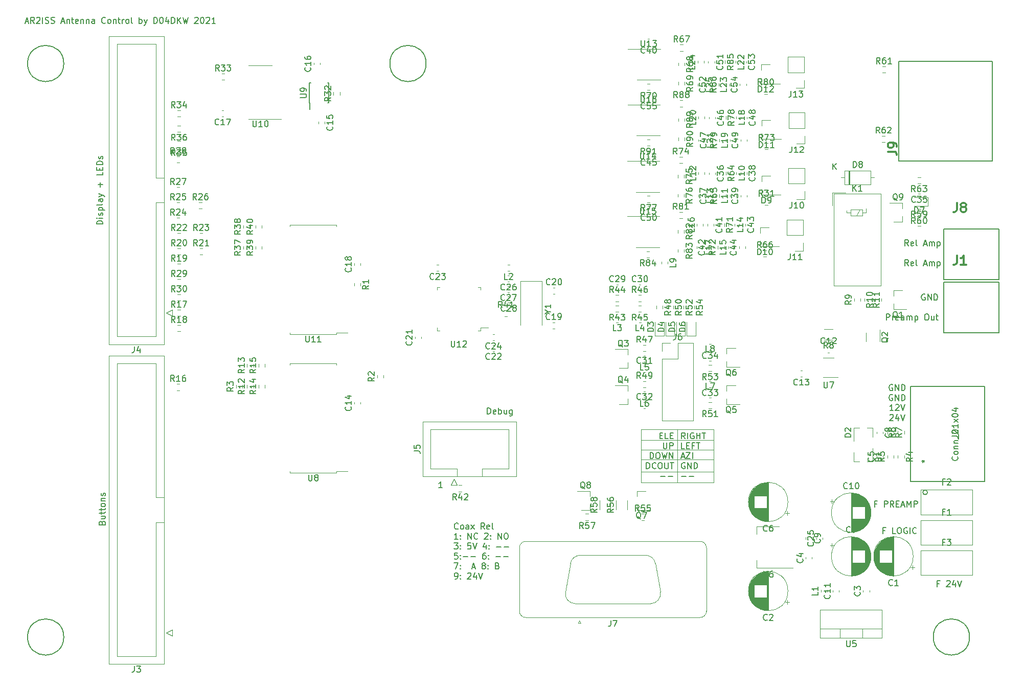
<source format=gbr>
%TF.GenerationSoftware,KiCad,Pcbnew,(5.1.9)-1*%
%TF.CreationDate,2021-05-20T17:23:25+02:00*%
%TF.ProjectId,AR2ISS_AntCTL_HW,41523249-5353-45f4-916e-7443544c5f48,rev?*%
%TF.SameCoordinates,PX2625a00PY8f0d180*%
%TF.FileFunction,Legend,Top*%
%TF.FilePolarity,Positive*%
%FSLAX46Y46*%
G04 Gerber Fmt 4.6, Leading zero omitted, Abs format (unit mm)*
G04 Created by KiCad (PCBNEW (5.1.9)-1) date 2021-05-20 17:23:25*
%MOMM*%
%LPD*%
G01*
G04 APERTURE LIST*
%ADD10C,0.150000*%
%ADD11C,0.120000*%
%ADD12C,0.152400*%
%ADD13C,0.300000*%
G04 APERTURE END LIST*
D10*
X644904Y109942334D02*
X1121095Y109942334D01*
X549666Y109656620D02*
X882999Y110656620D01*
X1216333Y109656620D01*
X2121095Y109656620D02*
X1787761Y110132810D01*
X1549666Y109656620D02*
X1549666Y110656620D01*
X1930619Y110656620D01*
X2025857Y110609000D01*
X2073476Y110561381D01*
X2121095Y110466143D01*
X2121095Y110323286D01*
X2073476Y110228048D01*
X2025857Y110180429D01*
X1930619Y110132810D01*
X1549666Y110132810D01*
X2502047Y110561381D02*
X2549666Y110609000D01*
X2644904Y110656620D01*
X2882999Y110656620D01*
X2978238Y110609000D01*
X3025857Y110561381D01*
X3073476Y110466143D01*
X3073476Y110370905D01*
X3025857Y110228048D01*
X2454428Y109656620D01*
X3073476Y109656620D01*
X3502047Y109656620D02*
X3502047Y110656620D01*
X3930619Y109704239D02*
X4073476Y109656620D01*
X4311571Y109656620D01*
X4406809Y109704239D01*
X4454428Y109751858D01*
X4502047Y109847096D01*
X4502047Y109942334D01*
X4454428Y110037572D01*
X4406809Y110085191D01*
X4311571Y110132810D01*
X4121095Y110180429D01*
X4025857Y110228048D01*
X3978238Y110275667D01*
X3930619Y110370905D01*
X3930619Y110466143D01*
X3978238Y110561381D01*
X4025857Y110609000D01*
X4121095Y110656620D01*
X4359190Y110656620D01*
X4502047Y110609000D01*
X4882999Y109704239D02*
X5025857Y109656620D01*
X5263952Y109656620D01*
X5359190Y109704239D01*
X5406809Y109751858D01*
X5454428Y109847096D01*
X5454428Y109942334D01*
X5406809Y110037572D01*
X5359190Y110085191D01*
X5263952Y110132810D01*
X5073476Y110180429D01*
X4978238Y110228048D01*
X4930619Y110275667D01*
X4882999Y110370905D01*
X4882999Y110466143D01*
X4930619Y110561381D01*
X4978238Y110609000D01*
X5073476Y110656620D01*
X5311571Y110656620D01*
X5454428Y110609000D01*
X6597285Y109942334D02*
X7073476Y109942334D01*
X6502047Y109656620D02*
X6835380Y110656620D01*
X7168714Y109656620D01*
X7502047Y110323286D02*
X7502047Y109656620D01*
X7502047Y110228048D02*
X7549666Y110275667D01*
X7644904Y110323286D01*
X7787761Y110323286D01*
X7883000Y110275667D01*
X7930619Y110180429D01*
X7930619Y109656620D01*
X8263952Y110323286D02*
X8644904Y110323286D01*
X8406809Y110656620D02*
X8406809Y109799477D01*
X8454428Y109704239D01*
X8549666Y109656620D01*
X8644904Y109656620D01*
X9359190Y109704239D02*
X9263952Y109656620D01*
X9073476Y109656620D01*
X8978238Y109704239D01*
X8930619Y109799477D01*
X8930619Y110180429D01*
X8978238Y110275667D01*
X9073476Y110323286D01*
X9263952Y110323286D01*
X9359190Y110275667D01*
X9406809Y110180429D01*
X9406809Y110085191D01*
X8930619Y109989953D01*
X9835380Y110323286D02*
X9835380Y109656620D01*
X9835380Y110228048D02*
X9882999Y110275667D01*
X9978238Y110323286D01*
X10121095Y110323286D01*
X10216333Y110275667D01*
X10263952Y110180429D01*
X10263952Y109656620D01*
X10740142Y110323286D02*
X10740142Y109656620D01*
X10740142Y110228048D02*
X10787761Y110275667D01*
X10882999Y110323286D01*
X11025857Y110323286D01*
X11121095Y110275667D01*
X11168714Y110180429D01*
X11168714Y109656620D01*
X12073476Y109656620D02*
X12073476Y110180429D01*
X12025857Y110275667D01*
X11930619Y110323286D01*
X11740142Y110323286D01*
X11644904Y110275667D01*
X12073476Y109704239D02*
X11978238Y109656620D01*
X11740142Y109656620D01*
X11644904Y109704239D01*
X11597285Y109799477D01*
X11597285Y109894715D01*
X11644904Y109989953D01*
X11740142Y110037572D01*
X11978238Y110037572D01*
X12073476Y110085191D01*
X13882999Y109751858D02*
X13835380Y109704239D01*
X13692523Y109656620D01*
X13597285Y109656620D01*
X13454428Y109704239D01*
X13359190Y109799477D01*
X13311571Y109894715D01*
X13263952Y110085191D01*
X13263952Y110228048D01*
X13311571Y110418524D01*
X13359190Y110513762D01*
X13454428Y110609000D01*
X13597285Y110656620D01*
X13692523Y110656620D01*
X13835380Y110609000D01*
X13882999Y110561381D01*
X14454428Y109656620D02*
X14359190Y109704239D01*
X14311571Y109751858D01*
X14263952Y109847096D01*
X14263952Y110132810D01*
X14311571Y110228048D01*
X14359190Y110275667D01*
X14454428Y110323286D01*
X14597285Y110323286D01*
X14692523Y110275667D01*
X14740142Y110228048D01*
X14787761Y110132810D01*
X14787761Y109847096D01*
X14740142Y109751858D01*
X14692523Y109704239D01*
X14597285Y109656620D01*
X14454428Y109656620D01*
X15216333Y110323286D02*
X15216333Y109656620D01*
X15216333Y110228048D02*
X15263952Y110275667D01*
X15359190Y110323286D01*
X15502047Y110323286D01*
X15597285Y110275667D01*
X15644904Y110180429D01*
X15644904Y109656620D01*
X15978238Y110323286D02*
X16359190Y110323286D01*
X16121095Y110656620D02*
X16121095Y109799477D01*
X16168714Y109704239D01*
X16263952Y109656620D01*
X16359190Y109656620D01*
X16692523Y109656620D02*
X16692523Y110323286D01*
X16692523Y110132810D02*
X16740142Y110228048D01*
X16787761Y110275667D01*
X16882999Y110323286D01*
X16978238Y110323286D01*
X17454428Y109656620D02*
X17359190Y109704239D01*
X17311571Y109751858D01*
X17263952Y109847096D01*
X17263952Y110132810D01*
X17311571Y110228048D01*
X17359190Y110275667D01*
X17454428Y110323286D01*
X17597285Y110323286D01*
X17692523Y110275667D01*
X17740142Y110228048D01*
X17787761Y110132810D01*
X17787761Y109847096D01*
X17740142Y109751858D01*
X17692523Y109704239D01*
X17597285Y109656620D01*
X17454428Y109656620D01*
X18359190Y109656620D02*
X18263952Y109704239D01*
X18216333Y109799477D01*
X18216333Y110656620D01*
X19502047Y109656620D02*
X19502047Y110656620D01*
X19502047Y110275667D02*
X19597285Y110323286D01*
X19787761Y110323286D01*
X19882999Y110275667D01*
X19930619Y110228048D01*
X19978238Y110132810D01*
X19978238Y109847096D01*
X19930619Y109751858D01*
X19882999Y109704239D01*
X19787761Y109656620D01*
X19597285Y109656620D01*
X19502047Y109704239D01*
X20311571Y110323286D02*
X20549666Y109656620D01*
X20787761Y110323286D02*
X20549666Y109656620D01*
X20454428Y109418524D01*
X20406809Y109370905D01*
X20311571Y109323286D01*
X21930619Y109656620D02*
X21930619Y110656620D01*
X22168714Y110656620D01*
X22311571Y110609000D01*
X22406809Y110513762D01*
X22454428Y110418524D01*
X22502047Y110228048D01*
X22502047Y110085191D01*
X22454428Y109894715D01*
X22406809Y109799477D01*
X22311571Y109704239D01*
X22168714Y109656620D01*
X21930619Y109656620D01*
X23121095Y110656620D02*
X23216333Y110656620D01*
X23311571Y110609000D01*
X23359190Y110561381D01*
X23406809Y110466143D01*
X23454428Y110275667D01*
X23454428Y110037572D01*
X23406809Y109847096D01*
X23359190Y109751858D01*
X23311571Y109704239D01*
X23216333Y109656620D01*
X23121095Y109656620D01*
X23025857Y109704239D01*
X22978238Y109751858D01*
X22930619Y109847096D01*
X22882999Y110037572D01*
X22882999Y110275667D01*
X22930619Y110466143D01*
X22978238Y110561381D01*
X23025857Y110609000D01*
X23121095Y110656620D01*
X24311571Y110323286D02*
X24311571Y109656620D01*
X24073476Y110704239D02*
X23835380Y109989953D01*
X24454428Y109989953D01*
X24835380Y109656620D02*
X24835380Y110656620D01*
X25073476Y110656620D01*
X25216333Y110609000D01*
X25311571Y110513762D01*
X25359190Y110418524D01*
X25406809Y110228048D01*
X25406809Y110085191D01*
X25359190Y109894715D01*
X25311571Y109799477D01*
X25216333Y109704239D01*
X25073476Y109656620D01*
X24835380Y109656620D01*
X25835380Y109656620D02*
X25835380Y110656620D01*
X26406809Y109656620D02*
X25978238Y110228048D01*
X26406809Y110656620D02*
X25835380Y110085191D01*
X26740142Y110656620D02*
X26978238Y109656620D01*
X27168714Y110370905D01*
X27359190Y109656620D01*
X27597285Y110656620D01*
X28692523Y110561381D02*
X28740142Y110609000D01*
X28835380Y110656620D01*
X29073476Y110656620D01*
X29168714Y110609000D01*
X29216333Y110561381D01*
X29263952Y110466143D01*
X29263952Y110370905D01*
X29216333Y110228048D01*
X28644904Y109656620D01*
X29263952Y109656620D01*
X29882999Y110656620D02*
X29978238Y110656620D01*
X30073476Y110609000D01*
X30121095Y110561381D01*
X30168714Y110466143D01*
X30216333Y110275667D01*
X30216333Y110037572D01*
X30168714Y109847096D01*
X30121095Y109751858D01*
X30073476Y109704239D01*
X29978238Y109656620D01*
X29882999Y109656620D01*
X29787761Y109704239D01*
X29740142Y109751858D01*
X29692523Y109847096D01*
X29644904Y110037572D01*
X29644904Y110275667D01*
X29692523Y110466143D01*
X29740142Y110561381D01*
X29787761Y110609000D01*
X29882999Y110656620D01*
X30597285Y110561381D02*
X30644904Y110609000D01*
X30740142Y110656620D01*
X30978238Y110656620D01*
X31073476Y110609000D01*
X31121095Y110561381D01*
X31168714Y110466143D01*
X31168714Y110370905D01*
X31121095Y110228048D01*
X30549666Y109656620D01*
X31168714Y109656620D01*
X32121095Y109656620D02*
X31549666Y109656620D01*
X31835380Y109656620D02*
X31835380Y110656620D01*
X31740142Y110513762D01*
X31644904Y110418524D01*
X31549666Y110370905D01*
X13328571Y26938096D02*
X13376190Y27080953D01*
X13423809Y27128572D01*
X13519047Y27176191D01*
X13661904Y27176191D01*
X13757142Y27128572D01*
X13804761Y27080953D01*
X13852380Y26985715D01*
X13852380Y26604762D01*
X12852380Y26604762D01*
X12852380Y26938096D01*
X12900000Y27033334D01*
X12947619Y27080953D01*
X13042857Y27128572D01*
X13138095Y27128572D01*
X13233333Y27080953D01*
X13280952Y27033334D01*
X13328571Y26938096D01*
X13328571Y26604762D01*
X13185714Y28033334D02*
X13852380Y28033334D01*
X13185714Y27604762D02*
X13709523Y27604762D01*
X13804761Y27652381D01*
X13852380Y27747620D01*
X13852380Y27890477D01*
X13804761Y27985715D01*
X13757142Y28033334D01*
X13185714Y28366667D02*
X13185714Y28747620D01*
X12852380Y28509524D02*
X13709523Y28509524D01*
X13804761Y28557143D01*
X13852380Y28652381D01*
X13852380Y28747620D01*
X13185714Y28938096D02*
X13185714Y29319048D01*
X12852380Y29080953D02*
X13709523Y29080953D01*
X13804761Y29128572D01*
X13852380Y29223810D01*
X13852380Y29319048D01*
X13852380Y29795239D02*
X13804761Y29700000D01*
X13757142Y29652381D01*
X13661904Y29604762D01*
X13376190Y29604762D01*
X13280952Y29652381D01*
X13233333Y29700000D01*
X13185714Y29795239D01*
X13185714Y29938096D01*
X13233333Y30033334D01*
X13280952Y30080953D01*
X13376190Y30128572D01*
X13661904Y30128572D01*
X13757142Y30080953D01*
X13804761Y30033334D01*
X13852380Y29938096D01*
X13852380Y29795239D01*
X13185714Y30557143D02*
X13852380Y30557143D01*
X13280952Y30557143D02*
X13233333Y30604762D01*
X13185714Y30700000D01*
X13185714Y30842858D01*
X13233333Y30938096D01*
X13328571Y30985715D01*
X13852380Y30985715D01*
X13804761Y31414286D02*
X13852380Y31509524D01*
X13852380Y31700000D01*
X13804761Y31795239D01*
X13709523Y31842858D01*
X13661904Y31842858D01*
X13566666Y31795239D01*
X13519047Y31700000D01*
X13519047Y31557143D01*
X13471428Y31461905D01*
X13376190Y31414286D01*
X13328571Y31414286D01*
X13233333Y31461905D01*
X13185714Y31557143D01*
X13185714Y31700000D01*
X13233333Y31795239D01*
X13452380Y76404762D02*
X12452380Y76404762D01*
X12452380Y76642858D01*
X12500000Y76785715D01*
X12595238Y76880953D01*
X12690476Y76928572D01*
X12880952Y76976191D01*
X13023809Y76976191D01*
X13214285Y76928572D01*
X13309523Y76880953D01*
X13404761Y76785715D01*
X13452380Y76642858D01*
X13452380Y76404762D01*
X13452380Y77404762D02*
X12785714Y77404762D01*
X12452380Y77404762D02*
X12500000Y77357143D01*
X12547619Y77404762D01*
X12500000Y77452381D01*
X12452380Y77404762D01*
X12547619Y77404762D01*
X13404761Y77833334D02*
X13452380Y77928572D01*
X13452380Y78119048D01*
X13404761Y78214286D01*
X13309523Y78261905D01*
X13261904Y78261905D01*
X13166666Y78214286D01*
X13119047Y78119048D01*
X13119047Y77976191D01*
X13071428Y77880953D01*
X12976190Y77833334D01*
X12928571Y77833334D01*
X12833333Y77880953D01*
X12785714Y77976191D01*
X12785714Y78119048D01*
X12833333Y78214286D01*
X12785714Y78690477D02*
X13785714Y78690477D01*
X12833333Y78690477D02*
X12785714Y78785715D01*
X12785714Y78976191D01*
X12833333Y79071429D01*
X12880952Y79119048D01*
X12976190Y79166667D01*
X13261904Y79166667D01*
X13357142Y79119048D01*
X13404761Y79071429D01*
X13452380Y78976191D01*
X13452380Y78785715D01*
X13404761Y78690477D01*
X13452380Y79738096D02*
X13404761Y79642858D01*
X13309523Y79595239D01*
X12452380Y79595239D01*
X13452380Y80547620D02*
X12928571Y80547620D01*
X12833333Y80500000D01*
X12785714Y80404762D01*
X12785714Y80214286D01*
X12833333Y80119048D01*
X13404761Y80547620D02*
X13452380Y80452381D01*
X13452380Y80214286D01*
X13404761Y80119048D01*
X13309523Y80071429D01*
X13214285Y80071429D01*
X13119047Y80119048D01*
X13071428Y80214286D01*
X13071428Y80452381D01*
X13023809Y80547620D01*
X12785714Y80928572D02*
X13452380Y81166667D01*
X12785714Y81404762D02*
X13452380Y81166667D01*
X13690476Y81071429D01*
X13738095Y81023810D01*
X13785714Y80928572D01*
X13071428Y82547620D02*
X13071428Y83309524D01*
X13452380Y82928572D02*
X12690476Y82928572D01*
X13452380Y85023810D02*
X13452380Y84547620D01*
X12452380Y84547620D01*
X12928571Y85357143D02*
X12928571Y85690477D01*
X13452380Y85833334D02*
X13452380Y85357143D01*
X12452380Y85357143D01*
X12452380Y85833334D01*
X13452380Y86261905D02*
X12452380Y86261905D01*
X12452380Y86500000D01*
X12500000Y86642858D01*
X12595238Y86738096D01*
X12690476Y86785715D01*
X12880952Y86833334D01*
X13023809Y86833334D01*
X13214285Y86785715D01*
X13309523Y86738096D01*
X13404761Y86642858D01*
X13452380Y86500000D01*
X13452380Y86261905D01*
X13404761Y87214286D02*
X13452380Y87309524D01*
X13452380Y87500000D01*
X13404761Y87595239D01*
X13309523Y87642858D01*
X13261904Y87642858D01*
X13166666Y87595239D01*
X13119047Y87500000D01*
X13119047Y87357143D01*
X13071428Y87261905D01*
X12976190Y87214286D01*
X12928571Y87214286D01*
X12833333Y87261905D01*
X12785714Y87357143D01*
X12785714Y87500000D01*
X12833333Y87595239D01*
X151980952Y16871429D02*
X151647619Y16871429D01*
X151647619Y16347620D02*
X151647619Y17347620D01*
X152123809Y17347620D01*
X153219047Y17252381D02*
X153266666Y17300000D01*
X153361904Y17347620D01*
X153600000Y17347620D01*
X153695238Y17300000D01*
X153742857Y17252381D01*
X153790476Y17157143D01*
X153790476Y17061905D01*
X153742857Y16919048D01*
X153171428Y16347620D01*
X153790476Y16347620D01*
X154647619Y17014286D02*
X154647619Y16347620D01*
X154409523Y17395239D02*
X154171428Y16680953D01*
X154790476Y16680953D01*
X155028571Y17347620D02*
X155361904Y16347620D01*
X155695238Y17347620D01*
X142995238Y25671429D02*
X142661904Y25671429D01*
X142661904Y25147620D02*
X142661904Y26147620D01*
X143138095Y26147620D01*
X144757142Y25147620D02*
X144280952Y25147620D01*
X144280952Y26147620D01*
X145280952Y26147620D02*
X145471428Y26147620D01*
X145566666Y26100000D01*
X145661904Y26004762D01*
X145709523Y25814286D01*
X145709523Y25480953D01*
X145661904Y25290477D01*
X145566666Y25195239D01*
X145471428Y25147620D01*
X145280952Y25147620D01*
X145185714Y25195239D01*
X145090476Y25290477D01*
X145042857Y25480953D01*
X145042857Y25814286D01*
X145090476Y26004762D01*
X145185714Y26100000D01*
X145280952Y26147620D01*
X146661904Y26100000D02*
X146566666Y26147620D01*
X146423809Y26147620D01*
X146280952Y26100000D01*
X146185714Y26004762D01*
X146138095Y25909524D01*
X146090476Y25719048D01*
X146090476Y25576191D01*
X146138095Y25385715D01*
X146185714Y25290477D01*
X146280952Y25195239D01*
X146423809Y25147620D01*
X146519047Y25147620D01*
X146661904Y25195239D01*
X146709523Y25242858D01*
X146709523Y25576191D01*
X146519047Y25576191D01*
X147138095Y25147620D02*
X147138095Y26147620D01*
X148185714Y25242858D02*
X148138095Y25195239D01*
X147995238Y25147620D01*
X147900000Y25147620D01*
X147757142Y25195239D01*
X147661904Y25290477D01*
X147614285Y25385715D01*
X147566666Y25576191D01*
X147566666Y25719048D01*
X147614285Y25909524D01*
X147661904Y26004762D01*
X147757142Y26100000D01*
X147900000Y26147620D01*
X147995238Y26147620D01*
X148138095Y26100000D01*
X148185714Y26052381D01*
X141609523Y30071429D02*
X141276190Y30071429D01*
X141276190Y29547620D02*
X141276190Y30547620D01*
X141752380Y30547620D01*
X142895238Y29547620D02*
X142895238Y30547620D01*
X143276190Y30547620D01*
X143371428Y30500000D01*
X143419047Y30452381D01*
X143466666Y30357143D01*
X143466666Y30214286D01*
X143419047Y30119048D01*
X143371428Y30071429D01*
X143276190Y30023810D01*
X142895238Y30023810D01*
X144466666Y29547620D02*
X144133333Y30023810D01*
X143895238Y29547620D02*
X143895238Y30547620D01*
X144276190Y30547620D01*
X144371428Y30500000D01*
X144419047Y30452381D01*
X144466666Y30357143D01*
X144466666Y30214286D01*
X144419047Y30119048D01*
X144371428Y30071429D01*
X144276190Y30023810D01*
X143895238Y30023810D01*
X144895238Y30071429D02*
X145228571Y30071429D01*
X145371428Y29547620D02*
X144895238Y29547620D01*
X144895238Y30547620D01*
X145371428Y30547620D01*
X145752380Y29833334D02*
X146228571Y29833334D01*
X145657142Y29547620D02*
X145990476Y30547620D01*
X146323809Y29547620D01*
X146657142Y29547620D02*
X146657142Y30547620D01*
X146990476Y29833334D01*
X147323809Y30547620D01*
X147323809Y29547620D01*
X147800000Y29547620D02*
X147800000Y30547620D01*
X148180952Y30547620D01*
X148276190Y30500000D01*
X148323809Y30452381D01*
X148371428Y30357143D01*
X148371428Y30214286D01*
X148323809Y30119048D01*
X148276190Y30071429D01*
X148180952Y30023810D01*
X147800000Y30023810D01*
D11*
X108600000Y33600000D02*
X108600000Y34200000D01*
X114600000Y33600000D02*
X114600000Y34200000D01*
X102600000Y33600000D02*
X114600000Y33600000D01*
X102600000Y33800000D02*
X102600000Y33600000D01*
X102600000Y34200000D02*
X102600000Y33800000D01*
X114600000Y35400000D02*
X108600000Y35400000D01*
X114600000Y37400000D02*
X108600000Y37400000D01*
X108600000Y39000000D02*
X114600000Y39000000D01*
X108600000Y40600000D02*
X114600000Y40600000D01*
X108600000Y35400000D02*
X102600000Y35400000D01*
X108600000Y37400000D02*
X102600000Y37400000D01*
X108600000Y39000000D02*
X102600000Y39000000D01*
X108600000Y40600000D02*
X102600000Y40600000D01*
X102600000Y42400000D02*
X102600000Y34200000D01*
X108600000Y42400000D02*
X102600000Y42400000D01*
X108600000Y42400000D02*
X108600000Y41800000D01*
X114600000Y42400000D02*
X108600000Y42400000D01*
X114600000Y34200000D02*
X114600000Y42400000D01*
X108600000Y41800000D02*
X108600000Y34200000D01*
D10*
X109907023Y40847620D02*
X109573690Y41323810D01*
X109335595Y40847620D02*
X109335595Y41847620D01*
X109716547Y41847620D01*
X109811785Y41800000D01*
X109859404Y41752381D01*
X109907023Y41657143D01*
X109907023Y41514286D01*
X109859404Y41419048D01*
X109811785Y41371429D01*
X109716547Y41323810D01*
X109335595Y41323810D01*
X110335595Y40847620D02*
X110335595Y41847620D01*
X111335595Y41800000D02*
X111240357Y41847620D01*
X111097500Y41847620D01*
X110954642Y41800000D01*
X110859404Y41704762D01*
X110811785Y41609524D01*
X110764166Y41419048D01*
X110764166Y41276191D01*
X110811785Y41085715D01*
X110859404Y40990477D01*
X110954642Y40895239D01*
X111097500Y40847620D01*
X111192738Y40847620D01*
X111335595Y40895239D01*
X111383214Y40942858D01*
X111383214Y41276191D01*
X111192738Y41276191D01*
X111811785Y40847620D02*
X111811785Y41847620D01*
X111811785Y41371429D02*
X112383214Y41371429D01*
X112383214Y40847620D02*
X112383214Y41847620D01*
X112716547Y41847620D02*
X113287976Y41847620D01*
X113002261Y40847620D02*
X113002261Y41847620D01*
X109811785Y39197620D02*
X109335595Y39197620D01*
X109335595Y40197620D01*
X110145119Y39721429D02*
X110478452Y39721429D01*
X110621309Y39197620D02*
X110145119Y39197620D01*
X110145119Y40197620D01*
X110621309Y40197620D01*
X111383214Y39721429D02*
X111049880Y39721429D01*
X111049880Y39197620D02*
X111049880Y40197620D01*
X111526071Y40197620D01*
X111764166Y40197620D02*
X112335595Y40197620D01*
X112049880Y39197620D02*
X112049880Y40197620D01*
X109287976Y37833334D02*
X109764166Y37833334D01*
X109192738Y37547620D02*
X109526071Y38547620D01*
X109859404Y37547620D01*
X110097500Y38547620D02*
X110764166Y38547620D01*
X110097500Y37547620D01*
X110764166Y37547620D01*
X111145119Y37547620D02*
X111145119Y38547620D01*
X109859404Y36850000D02*
X109764166Y36897620D01*
X109621309Y36897620D01*
X109478452Y36850000D01*
X109383214Y36754762D01*
X109335595Y36659524D01*
X109287976Y36469048D01*
X109287976Y36326191D01*
X109335595Y36135715D01*
X109383214Y36040477D01*
X109478452Y35945239D01*
X109621309Y35897620D01*
X109716547Y35897620D01*
X109859404Y35945239D01*
X109907023Y35992858D01*
X109907023Y36326191D01*
X109716547Y36326191D01*
X110335595Y35897620D02*
X110335595Y36897620D01*
X110907023Y35897620D01*
X110907023Y36897620D01*
X111383214Y35897620D02*
X111383214Y36897620D01*
X111621309Y36897620D01*
X111764166Y36850000D01*
X111859404Y36754762D01*
X111907023Y36659524D01*
X111954642Y36469048D01*
X111954642Y36326191D01*
X111907023Y36135715D01*
X111859404Y36040477D01*
X111764166Y35945239D01*
X111621309Y35897620D01*
X111383214Y35897620D01*
X109335595Y34628572D02*
X110097500Y34628572D01*
X110573690Y34628572D02*
X111335595Y34628572D01*
X105721547Y41371429D02*
X106054880Y41371429D01*
X106197738Y40847620D02*
X105721547Y40847620D01*
X105721547Y41847620D01*
X106197738Y41847620D01*
X107102500Y40847620D02*
X106626309Y40847620D01*
X106626309Y41847620D01*
X107435833Y41371429D02*
X107769166Y41371429D01*
X107912023Y40847620D02*
X107435833Y40847620D01*
X107435833Y41847620D01*
X107912023Y41847620D01*
X106292976Y40197620D02*
X106292976Y39388096D01*
X106340595Y39292858D01*
X106388214Y39245239D01*
X106483452Y39197620D01*
X106673928Y39197620D01*
X106769166Y39245239D01*
X106816785Y39292858D01*
X106864404Y39388096D01*
X106864404Y40197620D01*
X107340595Y39197620D02*
X107340595Y40197620D01*
X107721547Y40197620D01*
X107816785Y40150000D01*
X107864404Y40102381D01*
X107912023Y40007143D01*
X107912023Y39864286D01*
X107864404Y39769048D01*
X107816785Y39721429D01*
X107721547Y39673810D01*
X107340595Y39673810D01*
X104102500Y37547620D02*
X104102500Y38547620D01*
X104340595Y38547620D01*
X104483452Y38500000D01*
X104578690Y38404762D01*
X104626309Y38309524D01*
X104673928Y38119048D01*
X104673928Y37976191D01*
X104626309Y37785715D01*
X104578690Y37690477D01*
X104483452Y37595239D01*
X104340595Y37547620D01*
X104102500Y37547620D01*
X105292976Y38547620D02*
X105483452Y38547620D01*
X105578690Y38500000D01*
X105673928Y38404762D01*
X105721547Y38214286D01*
X105721547Y37880953D01*
X105673928Y37690477D01*
X105578690Y37595239D01*
X105483452Y37547620D01*
X105292976Y37547620D01*
X105197738Y37595239D01*
X105102500Y37690477D01*
X105054880Y37880953D01*
X105054880Y38214286D01*
X105102500Y38404762D01*
X105197738Y38500000D01*
X105292976Y38547620D01*
X106054880Y38547620D02*
X106292976Y37547620D01*
X106483452Y38261905D01*
X106673928Y37547620D01*
X106912023Y38547620D01*
X107292976Y37547620D02*
X107292976Y38547620D01*
X107864404Y37547620D01*
X107864404Y38547620D01*
X103483452Y35897620D02*
X103483452Y36897620D01*
X103721547Y36897620D01*
X103864404Y36850000D01*
X103959642Y36754762D01*
X104007261Y36659524D01*
X104054880Y36469048D01*
X104054880Y36326191D01*
X104007261Y36135715D01*
X103959642Y36040477D01*
X103864404Y35945239D01*
X103721547Y35897620D01*
X103483452Y35897620D01*
X105054880Y35992858D02*
X105007261Y35945239D01*
X104864404Y35897620D01*
X104769166Y35897620D01*
X104626309Y35945239D01*
X104531071Y36040477D01*
X104483452Y36135715D01*
X104435833Y36326191D01*
X104435833Y36469048D01*
X104483452Y36659524D01*
X104531071Y36754762D01*
X104626309Y36850000D01*
X104769166Y36897620D01*
X104864404Y36897620D01*
X105007261Y36850000D01*
X105054880Y36802381D01*
X105673928Y36897620D02*
X105864404Y36897620D01*
X105959642Y36850000D01*
X106054880Y36754762D01*
X106102500Y36564286D01*
X106102500Y36230953D01*
X106054880Y36040477D01*
X105959642Y35945239D01*
X105864404Y35897620D01*
X105673928Y35897620D01*
X105578690Y35945239D01*
X105483452Y36040477D01*
X105435833Y36230953D01*
X105435833Y36564286D01*
X105483452Y36754762D01*
X105578690Y36850000D01*
X105673928Y36897620D01*
X106531071Y36897620D02*
X106531071Y36088096D01*
X106578690Y35992858D01*
X106626309Y35945239D01*
X106721547Y35897620D01*
X106912023Y35897620D01*
X107007261Y35945239D01*
X107054880Y35992858D01*
X107102500Y36088096D01*
X107102500Y36897620D01*
X107435833Y36897620D02*
X108007261Y36897620D01*
X107721547Y35897620D02*
X107721547Y36897620D01*
X105864404Y34628572D02*
X106626309Y34628572D01*
X107102500Y34628572D02*
X107864404Y34628572D01*
X69685714Y32747620D02*
X69114285Y32747620D01*
X69400000Y32747620D02*
X69400000Y33747620D01*
X69304761Y33604762D01*
X69209523Y33509524D01*
X69114285Y33461905D01*
X77152380Y44947620D02*
X77152380Y45947620D01*
X77390476Y45947620D01*
X77533333Y45900000D01*
X77628571Y45804762D01*
X77676190Y45709524D01*
X77723809Y45519048D01*
X77723809Y45376191D01*
X77676190Y45185715D01*
X77628571Y45090477D01*
X77533333Y44995239D01*
X77390476Y44947620D01*
X77152380Y44947620D01*
X78533333Y44995239D02*
X78438095Y44947620D01*
X78247619Y44947620D01*
X78152380Y44995239D01*
X78104761Y45090477D01*
X78104761Y45471429D01*
X78152380Y45566667D01*
X78247619Y45614286D01*
X78438095Y45614286D01*
X78533333Y45566667D01*
X78580952Y45471429D01*
X78580952Y45376191D01*
X78104761Y45280953D01*
X79009523Y44947620D02*
X79009523Y45947620D01*
X79009523Y45566667D02*
X79104761Y45614286D01*
X79295238Y45614286D01*
X79390476Y45566667D01*
X79438095Y45519048D01*
X79485714Y45423810D01*
X79485714Y45138096D01*
X79438095Y45042858D01*
X79390476Y44995239D01*
X79295238Y44947620D01*
X79104761Y44947620D01*
X79009523Y44995239D01*
X80342857Y45614286D02*
X80342857Y44947620D01*
X79914285Y45614286D02*
X79914285Y45090477D01*
X79961904Y44995239D01*
X80057142Y44947620D01*
X80200000Y44947620D01*
X80295238Y44995239D01*
X80342857Y45042858D01*
X81247619Y45614286D02*
X81247619Y44804762D01*
X81200000Y44709524D01*
X81152380Y44661905D01*
X81057142Y44614286D01*
X80914285Y44614286D01*
X80819047Y44661905D01*
X81247619Y44995239D02*
X81152380Y44947620D01*
X80961904Y44947620D01*
X80866666Y44995239D01*
X80819047Y45042858D01*
X80771428Y45138096D01*
X80771428Y45423810D01*
X80819047Y45519048D01*
X80866666Y45566667D01*
X80961904Y45614286D01*
X81152380Y45614286D01*
X81247619Y45566667D01*
X72307023Y25967858D02*
X72259404Y25920239D01*
X72116547Y25872620D01*
X72021309Y25872620D01*
X71878452Y25920239D01*
X71783214Y26015477D01*
X71735595Y26110715D01*
X71687976Y26301191D01*
X71687976Y26444048D01*
X71735595Y26634524D01*
X71783214Y26729762D01*
X71878452Y26825000D01*
X72021309Y26872620D01*
X72116547Y26872620D01*
X72259404Y26825000D01*
X72307023Y26777381D01*
X72878452Y25872620D02*
X72783214Y25920239D01*
X72735595Y25967858D01*
X72687976Y26063096D01*
X72687976Y26348810D01*
X72735595Y26444048D01*
X72783214Y26491667D01*
X72878452Y26539286D01*
X73021309Y26539286D01*
X73116547Y26491667D01*
X73164166Y26444048D01*
X73211785Y26348810D01*
X73211785Y26063096D01*
X73164166Y25967858D01*
X73116547Y25920239D01*
X73021309Y25872620D01*
X72878452Y25872620D01*
X74068928Y25872620D02*
X74068928Y26396429D01*
X74021309Y26491667D01*
X73926071Y26539286D01*
X73735595Y26539286D01*
X73640357Y26491667D01*
X74068928Y25920239D02*
X73973690Y25872620D01*
X73735595Y25872620D01*
X73640357Y25920239D01*
X73592738Y26015477D01*
X73592738Y26110715D01*
X73640357Y26205953D01*
X73735595Y26253572D01*
X73973690Y26253572D01*
X74068928Y26301191D01*
X74449880Y25872620D02*
X74973690Y26539286D01*
X74449880Y26539286D02*
X74973690Y25872620D01*
X76687976Y25872620D02*
X76354642Y26348810D01*
X76116547Y25872620D02*
X76116547Y26872620D01*
X76497500Y26872620D01*
X76592738Y26825000D01*
X76640357Y26777381D01*
X76687976Y26682143D01*
X76687976Y26539286D01*
X76640357Y26444048D01*
X76592738Y26396429D01*
X76497500Y26348810D01*
X76116547Y26348810D01*
X77497500Y25920239D02*
X77402261Y25872620D01*
X77211785Y25872620D01*
X77116547Y25920239D01*
X77068928Y26015477D01*
X77068928Y26396429D01*
X77116547Y26491667D01*
X77211785Y26539286D01*
X77402261Y26539286D01*
X77497500Y26491667D01*
X77545119Y26396429D01*
X77545119Y26301191D01*
X77068928Y26205953D01*
X78116547Y25872620D02*
X78021309Y25920239D01*
X77973690Y26015477D01*
X77973690Y26872620D01*
X72259404Y24222620D02*
X71687976Y24222620D01*
X71973690Y24222620D02*
X71973690Y25222620D01*
X71878452Y25079762D01*
X71783214Y24984524D01*
X71687976Y24936905D01*
X72687976Y24317858D02*
X72735595Y24270239D01*
X72687976Y24222620D01*
X72640357Y24270239D01*
X72687976Y24317858D01*
X72687976Y24222620D01*
X72687976Y24841667D02*
X72735595Y24794048D01*
X72687976Y24746429D01*
X72640357Y24794048D01*
X72687976Y24841667D01*
X72687976Y24746429D01*
X73926071Y24222620D02*
X73926071Y25222620D01*
X74497500Y24222620D01*
X74497500Y25222620D01*
X75545119Y24317858D02*
X75497500Y24270239D01*
X75354642Y24222620D01*
X75259404Y24222620D01*
X75116547Y24270239D01*
X75021309Y24365477D01*
X74973690Y24460715D01*
X74926071Y24651191D01*
X74926071Y24794048D01*
X74973690Y24984524D01*
X75021309Y25079762D01*
X75116547Y25175000D01*
X75259404Y25222620D01*
X75354642Y25222620D01*
X75497500Y25175000D01*
X75545119Y25127381D01*
X76687976Y25127381D02*
X76735595Y25175000D01*
X76830833Y25222620D01*
X77068928Y25222620D01*
X77164166Y25175000D01*
X77211785Y25127381D01*
X77259404Y25032143D01*
X77259404Y24936905D01*
X77211785Y24794048D01*
X76640357Y24222620D01*
X77259404Y24222620D01*
X77687976Y24317858D02*
X77735595Y24270239D01*
X77687976Y24222620D01*
X77640357Y24270239D01*
X77687976Y24317858D01*
X77687976Y24222620D01*
X77687976Y24841667D02*
X77735595Y24794048D01*
X77687976Y24746429D01*
X77640357Y24794048D01*
X77687976Y24841667D01*
X77687976Y24746429D01*
X78926071Y24222620D02*
X78926071Y25222620D01*
X79497500Y24222620D01*
X79497500Y25222620D01*
X80164166Y25222620D02*
X80354642Y25222620D01*
X80449880Y25175000D01*
X80545119Y25079762D01*
X80592738Y24889286D01*
X80592738Y24555953D01*
X80545119Y24365477D01*
X80449880Y24270239D01*
X80354642Y24222620D01*
X80164166Y24222620D01*
X80068928Y24270239D01*
X79973690Y24365477D01*
X79926071Y24555953D01*
X79926071Y24889286D01*
X79973690Y25079762D01*
X80068928Y25175000D01*
X80164166Y25222620D01*
X71640357Y23572620D02*
X72259404Y23572620D01*
X71926071Y23191667D01*
X72068928Y23191667D01*
X72164166Y23144048D01*
X72211785Y23096429D01*
X72259404Y23001191D01*
X72259404Y22763096D01*
X72211785Y22667858D01*
X72164166Y22620239D01*
X72068928Y22572620D01*
X71783214Y22572620D01*
X71687976Y22620239D01*
X71640357Y22667858D01*
X72687976Y22667858D02*
X72735595Y22620239D01*
X72687976Y22572620D01*
X72640357Y22620239D01*
X72687976Y22667858D01*
X72687976Y22572620D01*
X72687976Y23191667D02*
X72735595Y23144048D01*
X72687976Y23096429D01*
X72640357Y23144048D01*
X72687976Y23191667D01*
X72687976Y23096429D01*
X74402261Y23572620D02*
X73926071Y23572620D01*
X73878452Y23096429D01*
X73926071Y23144048D01*
X74021309Y23191667D01*
X74259404Y23191667D01*
X74354642Y23144048D01*
X74402261Y23096429D01*
X74449880Y23001191D01*
X74449880Y22763096D01*
X74402261Y22667858D01*
X74354642Y22620239D01*
X74259404Y22572620D01*
X74021309Y22572620D01*
X73926071Y22620239D01*
X73878452Y22667858D01*
X74735595Y23572620D02*
X75068928Y22572620D01*
X75402261Y23572620D01*
X76926071Y23239286D02*
X76926071Y22572620D01*
X76687976Y23620239D02*
X76449880Y22905953D01*
X77068928Y22905953D01*
X77449880Y22667858D02*
X77497500Y22620239D01*
X77449880Y22572620D01*
X77402261Y22620239D01*
X77449880Y22667858D01*
X77449880Y22572620D01*
X77449880Y23191667D02*
X77497500Y23144048D01*
X77449880Y23096429D01*
X77402261Y23144048D01*
X77449880Y23191667D01*
X77449880Y23096429D01*
X78687976Y22953572D02*
X79449880Y22953572D01*
X79926071Y22953572D02*
X80687976Y22953572D01*
X72211785Y21922620D02*
X71735595Y21922620D01*
X71687976Y21446429D01*
X71735595Y21494048D01*
X71830833Y21541667D01*
X72068928Y21541667D01*
X72164166Y21494048D01*
X72211785Y21446429D01*
X72259404Y21351191D01*
X72259404Y21113096D01*
X72211785Y21017858D01*
X72164166Y20970239D01*
X72068928Y20922620D01*
X71830833Y20922620D01*
X71735595Y20970239D01*
X71687976Y21017858D01*
X72687976Y21017858D02*
X72735595Y20970239D01*
X72687976Y20922620D01*
X72640357Y20970239D01*
X72687976Y21017858D01*
X72687976Y20922620D01*
X72687976Y21541667D02*
X72735595Y21494048D01*
X72687976Y21446429D01*
X72640357Y21494048D01*
X72687976Y21541667D01*
X72687976Y21446429D01*
X73164166Y21303572D02*
X73926071Y21303572D01*
X74402261Y21303572D02*
X75164166Y21303572D01*
X76830833Y21922620D02*
X76640357Y21922620D01*
X76545119Y21875000D01*
X76497500Y21827381D01*
X76402261Y21684524D01*
X76354642Y21494048D01*
X76354642Y21113096D01*
X76402261Y21017858D01*
X76449880Y20970239D01*
X76545119Y20922620D01*
X76735595Y20922620D01*
X76830833Y20970239D01*
X76878452Y21017858D01*
X76926071Y21113096D01*
X76926071Y21351191D01*
X76878452Y21446429D01*
X76830833Y21494048D01*
X76735595Y21541667D01*
X76545119Y21541667D01*
X76449880Y21494048D01*
X76402261Y21446429D01*
X76354642Y21351191D01*
X77354642Y21017858D02*
X77402261Y20970239D01*
X77354642Y20922620D01*
X77307023Y20970239D01*
X77354642Y21017858D01*
X77354642Y20922620D01*
X77354642Y21541667D02*
X77402261Y21494048D01*
X77354642Y21446429D01*
X77307023Y21494048D01*
X77354642Y21541667D01*
X77354642Y21446429D01*
X78592738Y21303572D02*
X79354642Y21303572D01*
X79830833Y21303572D02*
X80592738Y21303572D01*
X71640357Y20272620D02*
X72307023Y20272620D01*
X71878452Y19272620D01*
X72687976Y19367858D02*
X72735595Y19320239D01*
X72687976Y19272620D01*
X72640357Y19320239D01*
X72687976Y19367858D01*
X72687976Y19272620D01*
X72687976Y19891667D02*
X72735595Y19844048D01*
X72687976Y19796429D01*
X72640357Y19844048D01*
X72687976Y19891667D01*
X72687976Y19796429D01*
X74640357Y19558334D02*
X75116547Y19558334D01*
X74545119Y19272620D02*
X74878452Y20272620D01*
X75211785Y19272620D01*
X76449880Y19844048D02*
X76354642Y19891667D01*
X76307023Y19939286D01*
X76259404Y20034524D01*
X76259404Y20082143D01*
X76307023Y20177381D01*
X76354642Y20225000D01*
X76449880Y20272620D01*
X76640357Y20272620D01*
X76735595Y20225000D01*
X76783214Y20177381D01*
X76830833Y20082143D01*
X76830833Y20034524D01*
X76783214Y19939286D01*
X76735595Y19891667D01*
X76640357Y19844048D01*
X76449880Y19844048D01*
X76354642Y19796429D01*
X76307023Y19748810D01*
X76259404Y19653572D01*
X76259404Y19463096D01*
X76307023Y19367858D01*
X76354642Y19320239D01*
X76449880Y19272620D01*
X76640357Y19272620D01*
X76735595Y19320239D01*
X76783214Y19367858D01*
X76830833Y19463096D01*
X76830833Y19653572D01*
X76783214Y19748810D01*
X76735595Y19796429D01*
X76640357Y19844048D01*
X77259404Y19367858D02*
X77307023Y19320239D01*
X77259404Y19272620D01*
X77211785Y19320239D01*
X77259404Y19367858D01*
X77259404Y19272620D01*
X77259404Y19891667D02*
X77307023Y19844048D01*
X77259404Y19796429D01*
X77211785Y19844048D01*
X77259404Y19891667D01*
X77259404Y19796429D01*
X78830833Y19796429D02*
X78973690Y19748810D01*
X79021309Y19701191D01*
X79068928Y19605953D01*
X79068928Y19463096D01*
X79021309Y19367858D01*
X78973690Y19320239D01*
X78878452Y19272620D01*
X78497500Y19272620D01*
X78497500Y20272620D01*
X78830833Y20272620D01*
X78926071Y20225000D01*
X78973690Y20177381D01*
X79021309Y20082143D01*
X79021309Y19986905D01*
X78973690Y19891667D01*
X78926071Y19844048D01*
X78830833Y19796429D01*
X78497500Y19796429D01*
X71783214Y17622620D02*
X71973690Y17622620D01*
X72068928Y17670239D01*
X72116547Y17717858D01*
X72211785Y17860715D01*
X72259404Y18051191D01*
X72259404Y18432143D01*
X72211785Y18527381D01*
X72164166Y18575000D01*
X72068928Y18622620D01*
X71878452Y18622620D01*
X71783214Y18575000D01*
X71735595Y18527381D01*
X71687976Y18432143D01*
X71687976Y18194048D01*
X71735595Y18098810D01*
X71783214Y18051191D01*
X71878452Y18003572D01*
X72068928Y18003572D01*
X72164166Y18051191D01*
X72211785Y18098810D01*
X72259404Y18194048D01*
X72687976Y17717858D02*
X72735595Y17670239D01*
X72687976Y17622620D01*
X72640357Y17670239D01*
X72687976Y17717858D01*
X72687976Y17622620D01*
X72687976Y18241667D02*
X72735595Y18194048D01*
X72687976Y18146429D01*
X72640357Y18194048D01*
X72687976Y18241667D01*
X72687976Y18146429D01*
X73878452Y18527381D02*
X73926071Y18575000D01*
X74021309Y18622620D01*
X74259404Y18622620D01*
X74354642Y18575000D01*
X74402261Y18527381D01*
X74449880Y18432143D01*
X74449880Y18336905D01*
X74402261Y18194048D01*
X73830833Y17622620D01*
X74449880Y17622620D01*
X75307023Y18289286D02*
X75307023Y17622620D01*
X75068928Y18670239D02*
X74830833Y17955953D01*
X75449880Y17955953D01*
X75687976Y18622620D02*
X76021309Y17622620D01*
X76354642Y18622620D01*
X146890476Y72797620D02*
X146557142Y73273810D01*
X146319047Y72797620D02*
X146319047Y73797620D01*
X146700000Y73797620D01*
X146795238Y73750000D01*
X146842857Y73702381D01*
X146890476Y73607143D01*
X146890476Y73464286D01*
X146842857Y73369048D01*
X146795238Y73321429D01*
X146700000Y73273810D01*
X146319047Y73273810D01*
X147700000Y72845239D02*
X147604761Y72797620D01*
X147414285Y72797620D01*
X147319047Y72845239D01*
X147271428Y72940477D01*
X147271428Y73321429D01*
X147319047Y73416667D01*
X147414285Y73464286D01*
X147604761Y73464286D01*
X147700000Y73416667D01*
X147747619Y73321429D01*
X147747619Y73226191D01*
X147271428Y73130953D01*
X148319047Y72797620D02*
X148223809Y72845239D01*
X148176190Y72940477D01*
X148176190Y73797620D01*
X149414285Y73083334D02*
X149890476Y73083334D01*
X149319047Y72797620D02*
X149652380Y73797620D01*
X149985714Y72797620D01*
X150319047Y72797620D02*
X150319047Y73464286D01*
X150319047Y73369048D02*
X150366666Y73416667D01*
X150461904Y73464286D01*
X150604761Y73464286D01*
X150700000Y73416667D01*
X150747619Y73321429D01*
X150747619Y72797620D01*
X150747619Y73321429D02*
X150795238Y73416667D01*
X150890476Y73464286D01*
X151033333Y73464286D01*
X151128571Y73416667D01*
X151176190Y73321429D01*
X151176190Y72797620D01*
X151652380Y73464286D02*
X151652380Y72464286D01*
X151652380Y73416667D02*
X151747619Y73464286D01*
X151938095Y73464286D01*
X152033333Y73416667D01*
X152080952Y73369048D01*
X152128571Y73273810D01*
X152128571Y72988096D01*
X152080952Y72892858D01*
X152033333Y72845239D01*
X151938095Y72797620D01*
X151747619Y72797620D01*
X151652380Y72845239D01*
X146890476Y69497620D02*
X146557142Y69973810D01*
X146319047Y69497620D02*
X146319047Y70497620D01*
X146700000Y70497620D01*
X146795238Y70450000D01*
X146842857Y70402381D01*
X146890476Y70307143D01*
X146890476Y70164286D01*
X146842857Y70069048D01*
X146795238Y70021429D01*
X146700000Y69973810D01*
X146319047Y69973810D01*
X147700000Y69545239D02*
X147604761Y69497620D01*
X147414285Y69497620D01*
X147319047Y69545239D01*
X147271428Y69640477D01*
X147271428Y70021429D01*
X147319047Y70116667D01*
X147414285Y70164286D01*
X147604761Y70164286D01*
X147700000Y70116667D01*
X147747619Y70021429D01*
X147747619Y69926191D01*
X147271428Y69830953D01*
X148319047Y69497620D02*
X148223809Y69545239D01*
X148176190Y69640477D01*
X148176190Y70497620D01*
X149414285Y69783334D02*
X149890476Y69783334D01*
X149319047Y69497620D02*
X149652380Y70497620D01*
X149985714Y69497620D01*
X150319047Y69497620D02*
X150319047Y70164286D01*
X150319047Y70069048D02*
X150366666Y70116667D01*
X150461904Y70164286D01*
X150604761Y70164286D01*
X150700000Y70116667D01*
X150747619Y70021429D01*
X150747619Y69497620D01*
X150747619Y70021429D02*
X150795238Y70116667D01*
X150890476Y70164286D01*
X151033333Y70164286D01*
X151128571Y70116667D01*
X151176190Y70021429D01*
X151176190Y69497620D01*
X151652380Y70164286D02*
X151652380Y69164286D01*
X151652380Y70116667D02*
X151747619Y70164286D01*
X151938095Y70164286D01*
X152033333Y70116667D01*
X152080952Y70069048D01*
X152128571Y69973810D01*
X152128571Y69688096D01*
X152080952Y69592858D01*
X152033333Y69545239D01*
X151938095Y69497620D01*
X151747619Y69497620D01*
X151652380Y69545239D01*
X149616785Y64750000D02*
X149521547Y64797620D01*
X149378690Y64797620D01*
X149235833Y64750000D01*
X149140595Y64654762D01*
X149092976Y64559524D01*
X149045357Y64369048D01*
X149045357Y64226191D01*
X149092976Y64035715D01*
X149140595Y63940477D01*
X149235833Y63845239D01*
X149378690Y63797620D01*
X149473928Y63797620D01*
X149616785Y63845239D01*
X149664404Y63892858D01*
X149664404Y64226191D01*
X149473928Y64226191D01*
X150092976Y63797620D02*
X150092976Y64797620D01*
X150664404Y63797620D01*
X150664404Y64797620D01*
X151140595Y63797620D02*
X151140595Y64797620D01*
X151378690Y64797620D01*
X151521547Y64750000D01*
X151616785Y64654762D01*
X151664404Y64559524D01*
X151712023Y64369048D01*
X151712023Y64226191D01*
X151664404Y64035715D01*
X151616785Y63940477D01*
X151521547Y63845239D01*
X151378690Y63797620D01*
X151140595Y63797620D01*
X143235833Y60497620D02*
X143235833Y61497620D01*
X143616785Y61497620D01*
X143712023Y61450000D01*
X143759642Y61402381D01*
X143807261Y61307143D01*
X143807261Y61164286D01*
X143759642Y61069048D01*
X143712023Y61021429D01*
X143616785Y60973810D01*
X143235833Y60973810D01*
X144235833Y60497620D02*
X144235833Y61164286D01*
X144235833Y60973810D02*
X144283452Y61069048D01*
X144331071Y61116667D01*
X144426309Y61164286D01*
X144521547Y61164286D01*
X145235833Y60545239D02*
X145140595Y60497620D01*
X144950119Y60497620D01*
X144854880Y60545239D01*
X144807261Y60640477D01*
X144807261Y61021429D01*
X144854880Y61116667D01*
X144950119Y61164286D01*
X145140595Y61164286D01*
X145235833Y61116667D01*
X145283452Y61021429D01*
X145283452Y60926191D01*
X144807261Y60830953D01*
X146140595Y60497620D02*
X146140595Y61021429D01*
X146092976Y61116667D01*
X145997738Y61164286D01*
X145807261Y61164286D01*
X145712023Y61116667D01*
X146140595Y60545239D02*
X146045357Y60497620D01*
X145807261Y60497620D01*
X145712023Y60545239D01*
X145664404Y60640477D01*
X145664404Y60735715D01*
X145712023Y60830953D01*
X145807261Y60878572D01*
X146045357Y60878572D01*
X146140595Y60926191D01*
X146616785Y60497620D02*
X146616785Y61164286D01*
X146616785Y61069048D02*
X146664404Y61116667D01*
X146759642Y61164286D01*
X146902500Y61164286D01*
X146997738Y61116667D01*
X147045357Y61021429D01*
X147045357Y60497620D01*
X147045357Y61021429D02*
X147092976Y61116667D01*
X147188214Y61164286D01*
X147331071Y61164286D01*
X147426309Y61116667D01*
X147473928Y61021429D01*
X147473928Y60497620D01*
X147950119Y61164286D02*
X147950119Y60164286D01*
X147950119Y61116667D02*
X148045357Y61164286D01*
X148235833Y61164286D01*
X148331071Y61116667D01*
X148378690Y61069048D01*
X148426309Y60973810D01*
X148426309Y60688096D01*
X148378690Y60592858D01*
X148331071Y60545239D01*
X148235833Y60497620D01*
X148045357Y60497620D01*
X147950119Y60545239D01*
X149807261Y61497620D02*
X149997738Y61497620D01*
X150092976Y61450000D01*
X150188214Y61354762D01*
X150235833Y61164286D01*
X150235833Y60830953D01*
X150188214Y60640477D01*
X150092976Y60545239D01*
X149997738Y60497620D01*
X149807261Y60497620D01*
X149712023Y60545239D01*
X149616785Y60640477D01*
X149569166Y60830953D01*
X149569166Y61164286D01*
X149616785Y61354762D01*
X149712023Y61450000D01*
X149807261Y61497620D01*
X151092976Y61164286D02*
X151092976Y60497620D01*
X150664404Y61164286D02*
X150664404Y60640477D01*
X150712023Y60545239D01*
X150807261Y60497620D01*
X150950119Y60497620D01*
X151045357Y60545239D01*
X151092976Y60592858D01*
X151426309Y61164286D02*
X151807261Y61164286D01*
X151569166Y61497620D02*
X151569166Y60640477D01*
X151616785Y60545239D01*
X151712023Y60497620D01*
X151807261Y60497620D01*
X144238095Y49775000D02*
X144142857Y49822620D01*
X144000000Y49822620D01*
X143857142Y49775000D01*
X143761904Y49679762D01*
X143714285Y49584524D01*
X143666666Y49394048D01*
X143666666Y49251191D01*
X143714285Y49060715D01*
X143761904Y48965477D01*
X143857142Y48870239D01*
X144000000Y48822620D01*
X144095238Y48822620D01*
X144238095Y48870239D01*
X144285714Y48917858D01*
X144285714Y49251191D01*
X144095238Y49251191D01*
X144714285Y48822620D02*
X144714285Y49822620D01*
X145285714Y48822620D01*
X145285714Y49822620D01*
X145761904Y48822620D02*
X145761904Y49822620D01*
X146000000Y49822620D01*
X146142857Y49775000D01*
X146238095Y49679762D01*
X146285714Y49584524D01*
X146333333Y49394048D01*
X146333333Y49251191D01*
X146285714Y49060715D01*
X146238095Y48965477D01*
X146142857Y48870239D01*
X146000000Y48822620D01*
X145761904Y48822620D01*
X144238095Y48125000D02*
X144142857Y48172620D01*
X144000000Y48172620D01*
X143857142Y48125000D01*
X143761904Y48029762D01*
X143714285Y47934524D01*
X143666666Y47744048D01*
X143666666Y47601191D01*
X143714285Y47410715D01*
X143761904Y47315477D01*
X143857142Y47220239D01*
X144000000Y47172620D01*
X144095238Y47172620D01*
X144238095Y47220239D01*
X144285714Y47267858D01*
X144285714Y47601191D01*
X144095238Y47601191D01*
X144714285Y47172620D02*
X144714285Y48172620D01*
X145285714Y47172620D01*
X145285714Y48172620D01*
X145761904Y47172620D02*
X145761904Y48172620D01*
X146000000Y48172620D01*
X146142857Y48125000D01*
X146238095Y48029762D01*
X146285714Y47934524D01*
X146333333Y47744048D01*
X146333333Y47601191D01*
X146285714Y47410715D01*
X146238095Y47315477D01*
X146142857Y47220239D01*
X146000000Y47172620D01*
X145761904Y47172620D01*
X144380952Y45522620D02*
X143809523Y45522620D01*
X144095238Y45522620D02*
X144095238Y46522620D01*
X144000000Y46379762D01*
X143904761Y46284524D01*
X143809523Y46236905D01*
X144761904Y46427381D02*
X144809523Y46475000D01*
X144904761Y46522620D01*
X145142857Y46522620D01*
X145238095Y46475000D01*
X145285714Y46427381D01*
X145333333Y46332143D01*
X145333333Y46236905D01*
X145285714Y46094048D01*
X144714285Y45522620D01*
X145333333Y45522620D01*
X145619047Y46522620D02*
X145952380Y45522620D01*
X146285714Y46522620D01*
X143809523Y44777381D02*
X143857142Y44825000D01*
X143952380Y44872620D01*
X144190476Y44872620D01*
X144285714Y44825000D01*
X144333333Y44777381D01*
X144380952Y44682143D01*
X144380952Y44586905D01*
X144333333Y44444048D01*
X143761904Y43872620D01*
X144380952Y43872620D01*
X145238095Y44539286D02*
X145238095Y43872620D01*
X145000000Y44920239D02*
X144761904Y44205953D01*
X145380952Y44205953D01*
X145619047Y44872620D02*
X145952380Y43872620D01*
X146285714Y44872620D01*
D11*
%TO.C,Q2*%
X142160000Y56970000D02*
X142160000Y58870000D01*
X139840000Y58370000D02*
X139840000Y56970000D01*
D10*
%TO.C,J9*%
X145250000Y86850000D02*
X160750000Y86850000D01*
X145250000Y103350000D02*
X145250000Y86850000D01*
X160750000Y103350000D02*
X145250000Y103350000D01*
X160750000Y86850000D02*
X160750000Y103350000D01*
D11*
%TO.C,R71*%
X116382500Y76517257D02*
X116382500Y76042741D01*
X115337500Y76517257D02*
X115337500Y76042741D01*
%TO.C,R66*%
X122872742Y72052499D02*
X123347258Y72052499D01*
X122872742Y71007499D02*
X123347258Y71007499D01*
%TO.C,R72*%
X115337500Y72292741D02*
X115337500Y72767257D01*
X116382500Y72292741D02*
X116382500Y72767257D01*
%TO.C,C41*%
X114620000Y76395579D02*
X114620000Y76114419D01*
X113600000Y76395579D02*
X113600000Y76114419D01*
%TO.C,C42*%
X113600000Y72389419D02*
X113600000Y72670579D01*
X114620000Y72389419D02*
X114620000Y72670579D01*
%TO.C,C43*%
X119870000Y76420580D02*
X119870000Y76139420D01*
X118850000Y76420580D02*
X118850000Y76139420D01*
%TO.C,C44*%
X118850000Y72389419D02*
X118850000Y72670579D01*
X119870000Y72389419D02*
X119870000Y72670579D01*
%TO.C,J11*%
X129440000Y77150000D02*
X126780000Y77150000D01*
X129440000Y74550000D02*
X129440000Y77150000D01*
X126780000Y74550000D02*
X126780000Y77150000D01*
X129440000Y74550000D02*
X126780000Y74550000D01*
X129440000Y73280000D02*
X129440000Y71950000D01*
X129440000Y71950000D02*
X128110000Y71950000D01*
%TO.C,L16*%
X111850000Y76117220D02*
X111850000Y76442778D01*
X112870000Y76117220D02*
X112870000Y76442778D01*
%TO.C,L17*%
X112870000Y72692778D02*
X112870000Y72367220D01*
X111850000Y72692778D02*
X111850000Y72367220D01*
%TO.C,L15*%
X117100000Y72367220D02*
X117100000Y72692778D01*
X118120000Y72367220D02*
X118120000Y72692778D01*
%TO.C,L14*%
X118120000Y76442778D02*
X118120000Y76117220D01*
X117100000Y76442778D02*
X117100000Y76117220D01*
%TO.C,D10*%
X122350000Y75859999D02*
X122350000Y74929999D01*
X122350000Y72699999D02*
X122350000Y73629999D01*
X122350000Y72699999D02*
X125510000Y72699999D01*
X122350000Y75859999D02*
X123810000Y75859999D01*
%TO.C,R86*%
X116522500Y99262742D02*
X116522500Y99737258D01*
X115477500Y99262742D02*
X115477500Y99737258D01*
%TO.C,R85*%
X115477500Y103487258D02*
X115477500Y103012742D01*
X116522500Y103487258D02*
X116522500Y103012742D01*
%TO.C,R80*%
X123012742Y97977500D02*
X123487258Y97977500D01*
X123012742Y99022500D02*
X123487258Y99022500D01*
%TO.C,R79*%
X116642500Y90042741D02*
X116642500Y90517257D01*
X115597500Y90042741D02*
X115597500Y90517257D01*
%TO.C,R78*%
X115597500Y94267257D02*
X115597500Y93792741D01*
X116642500Y94267257D02*
X116642500Y93792741D01*
%TO.C,R73*%
X123132742Y88757499D02*
X123607258Y88757499D01*
X123132742Y89802499D02*
X123607258Y89802499D01*
%TO.C,R65*%
X116632500Y80832742D02*
X116632500Y81307258D01*
X115587500Y80832742D02*
X115587500Y81307258D01*
%TO.C,R64*%
X115587500Y85057258D02*
X115587500Y84582742D01*
X116632500Y85057258D02*
X116632500Y84582742D01*
%TO.C,R31*%
X123122742Y79547500D02*
X123597258Y79547500D01*
X123122742Y80592500D02*
X123597258Y80592500D01*
%TO.C,L25*%
X111990000Y99662779D02*
X111990000Y99337221D01*
X113010000Y99662779D02*
X113010000Y99337221D01*
%TO.C,L24*%
X113010000Y103087221D02*
X113010000Y103412779D01*
X111990000Y103087221D02*
X111990000Y103412779D01*
%TO.C,L23*%
X118260000Y99337221D02*
X118260000Y99662779D01*
X117240000Y99337221D02*
X117240000Y99662779D01*
%TO.C,L22*%
X117240000Y103412779D02*
X117240000Y103087221D01*
X118260000Y103412779D02*
X118260000Y103087221D01*
%TO.C,L21*%
X112110000Y90442778D02*
X112110000Y90117220D01*
X113130000Y90442778D02*
X113130000Y90117220D01*
%TO.C,L20*%
X113130000Y93867220D02*
X113130000Y94192778D01*
X112110000Y93867220D02*
X112110000Y94192778D01*
%TO.C,L19*%
X118380000Y90117220D02*
X118380000Y90442778D01*
X117360000Y90117220D02*
X117360000Y90442778D01*
%TO.C,L18*%
X117360000Y94192778D02*
X117360000Y93867220D01*
X118380000Y94192778D02*
X118380000Y93867220D01*
%TO.C,L13*%
X112100000Y81232779D02*
X112100000Y80907221D01*
X113120000Y81232779D02*
X113120000Y80907221D01*
%TO.C,L12*%
X113120000Y84657221D02*
X113120000Y84982779D01*
X112100000Y84657221D02*
X112100000Y84982779D01*
%TO.C,L11*%
X118370000Y80907221D02*
X118370000Y81232779D01*
X117350000Y80907221D02*
X117350000Y81232779D01*
%TO.C,L10*%
X117350000Y84982779D02*
X117350000Y84657221D01*
X118370000Y84982779D02*
X118370000Y84657221D01*
%TO.C,J13*%
X129580000Y98920000D02*
X128250000Y98920000D01*
X129580000Y100250000D02*
X129580000Y98920000D01*
X129580000Y101520000D02*
X126920000Y101520000D01*
X126920000Y101520000D02*
X126920000Y104120000D01*
X129580000Y101520000D02*
X129580000Y104120000D01*
X129580000Y104120000D02*
X126920000Y104120000D01*
%TO.C,J12*%
X129700000Y89700000D02*
X128370000Y89700000D01*
X129700000Y91030000D02*
X129700000Y89700000D01*
X129700000Y92300000D02*
X127040000Y92300000D01*
X127040000Y92300000D02*
X127040000Y94900000D01*
X129700000Y92300000D02*
X129700000Y94900000D01*
X129700000Y94900000D02*
X127040000Y94900000D01*
%TO.C,J10*%
X129690000Y80490000D02*
X128360000Y80490000D01*
X129690000Y81820000D02*
X129690000Y80490000D01*
X129690000Y83090000D02*
X127030000Y83090000D01*
X127030000Y83090000D02*
X127030000Y85690000D01*
X129690000Y83090000D02*
X129690000Y85690000D01*
X129690000Y85690000D02*
X127030000Y85690000D01*
%TO.C,D12*%
X122490000Y102830000D02*
X123950000Y102830000D01*
X122490000Y99670000D02*
X125650000Y99670000D01*
X122490000Y99670000D02*
X122490000Y100600000D01*
X122490000Y102830000D02*
X122490000Y101900000D01*
%TO.C,D11*%
X122610000Y93609999D02*
X124070000Y93609999D01*
X122610000Y90449999D02*
X125770000Y90449999D01*
X122610000Y90449999D02*
X122610000Y91379999D01*
X122610000Y93609999D02*
X122610000Y92679999D01*
%TO.C,D9*%
X122600000Y84400000D02*
X124060000Y84400000D01*
X122600000Y81240000D02*
X125760000Y81240000D01*
X122600000Y81240000D02*
X122600000Y82170000D01*
X122600000Y84400000D02*
X122600000Y83470000D01*
%TO.C,C54*%
X120010000Y99359420D02*
X120010000Y99640580D01*
X118990000Y99359420D02*
X118990000Y99640580D01*
%TO.C,C53*%
X118990000Y103390580D02*
X118990000Y103109420D01*
X120010000Y103390580D02*
X120010000Y103109420D01*
%TO.C,C52*%
X114760000Y99359420D02*
X114760000Y99640580D01*
X113740000Y99359420D02*
X113740000Y99640580D01*
%TO.C,C51*%
X113740000Y103365580D02*
X113740000Y103084420D01*
X114760000Y103365580D02*
X114760000Y103084420D01*
%TO.C,C49*%
X120130000Y90139419D02*
X120130000Y90420579D01*
X119110000Y90139419D02*
X119110000Y90420579D01*
%TO.C,C48*%
X119110000Y94170580D02*
X119110000Y93889420D01*
X120130000Y94170580D02*
X120130000Y93889420D01*
%TO.C,C47*%
X114880000Y90139419D02*
X114880000Y90420579D01*
X113860000Y90139419D02*
X113860000Y90420579D01*
%TO.C,C46*%
X113860000Y94145579D02*
X113860000Y93864419D01*
X114880000Y94145579D02*
X114880000Y93864419D01*
%TO.C,C39*%
X120120000Y80929420D02*
X120120000Y81210580D01*
X119100000Y80929420D02*
X119100000Y81210580D01*
%TO.C,C38*%
X119100000Y84960580D02*
X119100000Y84679420D01*
X120120000Y84960580D02*
X120120000Y84679420D01*
%TO.C,C37*%
X114870000Y80929420D02*
X114870000Y81210580D01*
X113850000Y80929420D02*
X113850000Y81210580D01*
%TO.C,C36*%
X113850000Y84935580D02*
X113850000Y84654420D01*
X114870000Y84935580D02*
X114870000Y84654420D01*
%TO.C,K1*%
X139230500Y78847000D02*
X139230500Y77831000D01*
X137325500Y77831000D02*
X139230500Y77831000D01*
X137325500Y78847000D02*
X137325500Y77831000D01*
X139230500Y78847000D02*
X137325500Y78847000D01*
X139865500Y78339000D02*
X139230500Y78339000D01*
X139865500Y78974000D02*
X139865500Y78339000D01*
X136603500Y78339000D02*
X137325500Y78339000D01*
X136603500Y78617000D02*
X136603500Y78339000D01*
X138849500Y78847000D02*
X138214500Y77831000D01*
X134503500Y81417000D02*
X142303500Y81417000D01*
X142303500Y81417000D02*
X142303500Y66217000D01*
X142303500Y66217000D02*
X134503500Y66217000D01*
X134503500Y66217000D02*
X134503500Y81417000D01*
X134303500Y79517000D02*
X134303500Y81617000D01*
X134303500Y81617000D02*
X136503500Y81617000D01*
%TO.C,U16*%
X103820000Y96190000D02*
X100370000Y96190000D01*
X103820000Y96190000D02*
X105770000Y96190000D01*
X103820000Y91070000D02*
X101870000Y91070000D01*
X103820000Y91070000D02*
X105770000Y91070000D01*
%TO.C,U15*%
X103740000Y77690000D02*
X100290000Y77690000D01*
X103740000Y77690000D02*
X105690000Y77690000D01*
X103740000Y72570000D02*
X101790000Y72570000D01*
X103740000Y72570000D02*
X105690000Y72570000D01*
%TO.C,U14*%
X103740000Y86840000D02*
X100290000Y86840000D01*
X103740000Y86840000D02*
X105690000Y86840000D01*
X103740000Y81720000D02*
X101790000Y81720000D01*
X103740000Y81720000D02*
X105690000Y81720000D01*
%TO.C,U13*%
X103850000Y105410000D02*
X100400000Y105410000D01*
X103850000Y105410000D02*
X105800000Y105410000D01*
X103850000Y100290000D02*
X101900000Y100290000D01*
X103850000Y100290000D02*
X105800000Y100290000D01*
%TO.C,R91*%
X104057258Y90402500D02*
X103582742Y90402500D01*
X104057258Y89357500D02*
X103582742Y89357500D01*
%TO.C,R90*%
X108747500Y90717258D02*
X108747500Y90242742D01*
X109792500Y90717258D02*
X109792500Y90242742D01*
%TO.C,R89*%
X108747500Y93917258D02*
X108747500Y93442742D01*
X109792500Y93917258D02*
X109792500Y93442742D01*
%TO.C,R88*%
X109032742Y95857500D02*
X109507258Y95857500D01*
X109032742Y96902500D02*
X109507258Y96902500D01*
%TO.C,R84*%
X103977258Y71902500D02*
X103502742Y71902500D01*
X103977258Y70857500D02*
X103502742Y70857500D01*
%TO.C,R83*%
X108667500Y72217258D02*
X108667500Y71742742D01*
X109712500Y72217258D02*
X109712500Y71742742D01*
%TO.C,R82*%
X108667500Y75417258D02*
X108667500Y74942742D01*
X109712500Y75417258D02*
X109712500Y74942742D01*
%TO.C,R81*%
X108952742Y77357500D02*
X109427258Y77357500D01*
X108952742Y78402500D02*
X109427258Y78402500D01*
%TO.C,R77*%
X104087258Y81052500D02*
X103612742Y81052500D01*
X104087258Y80007500D02*
X103612742Y80007500D01*
%TO.C,R76*%
X108667500Y81367258D02*
X108667500Y80892742D01*
X109712500Y81367258D02*
X109712500Y80892742D01*
%TO.C,R75*%
X108667500Y84567258D02*
X108667500Y84092742D01*
X109712500Y84567258D02*
X109712500Y84092742D01*
%TO.C,R74*%
X108952742Y86507500D02*
X109427258Y86507500D01*
X108952742Y87552500D02*
X109427258Y87552500D01*
%TO.C,R70*%
X104087258Y99622500D02*
X103612742Y99622500D01*
X104087258Y98577500D02*
X103612742Y98577500D01*
%TO.C,R69*%
X108777500Y99937258D02*
X108777500Y99462742D01*
X109822500Y99937258D02*
X109822500Y99462742D01*
%TO.C,R68*%
X108777500Y103137258D02*
X108777500Y102662742D01*
X109822500Y103137258D02*
X109822500Y102662742D01*
%TO.C,R67*%
X109062742Y105077500D02*
X109537258Y105077500D01*
X109062742Y106122500D02*
X109537258Y106122500D01*
%TO.C,C55*%
X103990580Y97890000D02*
X103709420Y97890000D01*
X103990580Y96870000D02*
X103709420Y96870000D01*
%TO.C,C50*%
X103990580Y79410000D02*
X103709420Y79410000D01*
X103990580Y78390000D02*
X103709420Y78390000D01*
%TO.C,C45*%
X103990580Y88540000D02*
X103709420Y88540000D01*
X103990580Y87520000D02*
X103709420Y87520000D01*
%TO.C,C40*%
X103990580Y107110000D02*
X103709420Y107110000D01*
X103990580Y106090000D02*
X103709420Y106090000D01*
%TO.C,R54*%
X111426000Y62854258D02*
X111426000Y62379742D01*
X110381000Y62854258D02*
X110381000Y62379742D01*
%TO.C,R53*%
X114270758Y52014499D02*
X113796242Y52014499D01*
X114270758Y53059499D02*
X113796242Y53059499D01*
%TO.C,R52*%
X109676000Y62854258D02*
X109676000Y62379742D01*
X108631000Y62854258D02*
X108631000Y62379742D01*
%TO.C,R51*%
X114270758Y45864500D02*
X113796242Y45864500D01*
X114270758Y46909500D02*
X113796242Y46909500D01*
%TO.C,R50*%
X107926000Y62854258D02*
X107926000Y62379742D01*
X106881000Y62854258D02*
X106881000Y62379742D01*
%TO.C,R49*%
X102916242Y50389500D02*
X103390758Y50389500D01*
X102916242Y49344500D02*
X103390758Y49344500D01*
%TO.C,R48*%
X106176000Y62854258D02*
X106176000Y62379742D01*
X105131000Y62854258D02*
X105131000Y62379742D01*
%TO.C,R47*%
X102916242Y56389500D02*
X103390758Y56389500D01*
X102916242Y55344500D02*
X103390758Y55344500D01*
%TO.C,Q6*%
X116773500Y55867000D02*
X116773500Y54937000D01*
X116773500Y52707000D02*
X116773500Y53637000D01*
X116773500Y52707000D02*
X118933500Y52707000D01*
X116773500Y55867000D02*
X118233500Y55867000D01*
%TO.C,Q5*%
X116773500Y49717000D02*
X116773500Y48787000D01*
X116773500Y46557000D02*
X116773500Y47487000D01*
X116773500Y46557000D02*
X118933500Y46557000D01*
X116773500Y49717000D02*
X118233500Y49717000D01*
%TO.C,Q4*%
X100413500Y46537000D02*
X100413500Y47467000D01*
X100413500Y49697000D02*
X100413500Y48767000D01*
X100413500Y49697000D02*
X98253500Y49697000D01*
X100413500Y46537000D02*
X98953500Y46537000D01*
%TO.C,Q3*%
X100413500Y52537000D02*
X100413500Y53467000D01*
X100413500Y55697000D02*
X100413500Y54767000D01*
X100413500Y55697000D02*
X98253500Y55697000D01*
X100413500Y52537000D02*
X98953500Y52537000D01*
%TO.C,L8*%
X113870721Y54796999D02*
X114196279Y54796999D01*
X113870721Y53776999D02*
X114196279Y53776999D01*
%TO.C,L7*%
X113870721Y48647000D02*
X114196279Y48647000D01*
X113870721Y47627000D02*
X114196279Y47627000D01*
%TO.C,L6*%
X103316279Y47607000D02*
X102990721Y47607000D01*
X103316279Y48627000D02*
X102990721Y48627000D01*
%TO.C,L5*%
X103316279Y53607000D02*
X102990721Y53607000D01*
X103316279Y54627000D02*
X102990721Y54627000D01*
%TO.C,D6*%
X110168500Y60167000D02*
X110168500Y57882000D01*
X110168500Y57882000D02*
X111638500Y57882000D01*
X111638500Y57882000D02*
X111638500Y60167000D01*
%TO.C,D5*%
X108418500Y60167000D02*
X108418500Y57882000D01*
X108418500Y57882000D02*
X109888500Y57882000D01*
X109888500Y57882000D02*
X109888500Y60167000D01*
%TO.C,D4*%
X106668500Y60167000D02*
X106668500Y57882000D01*
X106668500Y57882000D02*
X108138500Y57882000D01*
X108138500Y57882000D02*
X108138500Y60167000D01*
%TO.C,D3*%
X104918500Y60167000D02*
X104918500Y57882000D01*
X104918500Y57882000D02*
X106388500Y57882000D01*
X106388500Y57882000D02*
X106388500Y60167000D01*
%TO.C,C34*%
X114174080Y55527000D02*
X113892920Y55527000D01*
X114174080Y56547000D02*
X113892920Y56547000D01*
%TO.C,C33*%
X114174080Y49377000D02*
X113892920Y49377000D01*
X114174080Y50397000D02*
X113892920Y50397000D01*
%TO.C,C32*%
X103012920Y46877000D02*
X103294080Y46877000D01*
X103012920Y45857000D02*
X103294080Y45857000D01*
%TO.C,C31*%
X103012920Y52877000D02*
X103294080Y52877000D01*
X103012920Y51857000D02*
X103294080Y51857000D01*
%TO.C,R58*%
X95743500Y29139936D02*
X95743500Y30594064D01*
X97563500Y29139936D02*
X97563500Y30594064D01*
%TO.C,R56*%
X98493500Y29139936D02*
X98493500Y30594064D01*
X100313500Y29139936D02*
X100313500Y30594064D01*
%TO.C,R8*%
X134380564Y57207000D02*
X132926436Y57207000D01*
X134380564Y59027000D02*
X132926436Y59027000D01*
D10*
%TO.C,U4*%
X157000000Y8000000D02*
G75*
G03*
X157000000Y8000000I-3000000J0D01*
G01*
%TO.C,U2*%
X67000000Y103000000D02*
G75*
G03*
X67000000Y103000000I-3000000J0D01*
G01*
D11*
%TO.C,R63*%
X148887258Y83127500D02*
X148412742Y83127500D01*
X148887258Y84172500D02*
X148412742Y84172500D01*
%TO.C,R62*%
X142512742Y91022500D02*
X142987258Y91022500D01*
X142512742Y89977500D02*
X142987258Y89977500D01*
%TO.C,R61*%
X142587742Y102522500D02*
X143062258Y102522500D01*
X142587742Y101477500D02*
X143062258Y101477500D01*
%TO.C,L9*%
X107010000Y70162779D02*
X107010000Y69837221D01*
X105990000Y70162779D02*
X105990000Y69837221D01*
%TO.C,C35*%
X148815580Y81390000D02*
X148534420Y81390000D01*
X148815580Y82410000D02*
X148534420Y82410000D01*
%TO.C,J7*%
X112368500Y11227000D02*
X83518500Y11227000D01*
X82458500Y12287000D02*
X82458500Y22787000D01*
X83518500Y23847000D02*
X112368500Y23847000D01*
X113428500Y22787000D02*
X113428500Y12287000D01*
X92653500Y10332662D02*
X92153500Y10332662D01*
X92153500Y10332662D02*
X92403500Y10765675D01*
X92403500Y10765675D02*
X92653500Y10332662D01*
X104175189Y13527000D02*
X91711811Y13527000D01*
X103346452Y21547000D02*
X92540548Y21547000D01*
X90077030Y15475256D02*
X90905767Y20175256D01*
X105809970Y15475256D02*
X104981233Y20175256D01*
X90905767Y20175256D02*
G75*
G02*
X92540548Y21547000I1634781J-288256D01*
G01*
X104981233Y20175256D02*
G75*
G03*
X103346452Y21547000I-1634781J-288256D01*
G01*
X90077030Y15475256D02*
G75*
G03*
X91711811Y13527000I1634781J-288256D01*
G01*
X105809970Y15475256D02*
G75*
G02*
X104175189Y13527000I-1634781J-288256D01*
G01*
X83518500Y23847000D02*
G75*
G03*
X82458500Y22787000I0J-1060000D01*
G01*
X112368500Y23847000D02*
G75*
G02*
X113428500Y22787000I0J-1060000D01*
G01*
X82458500Y12287000D02*
G75*
G03*
X83518500Y11227000I1060000J0D01*
G01*
X112368500Y11227000D02*
G75*
G03*
X113428500Y12287000I0J1060000D01*
G01*
%TO.C,C10*%
X140673500Y28617000D02*
G75*
G03*
X140673500Y28617000I-3270000J0D01*
G01*
X137403500Y31847000D02*
X137403500Y25387000D01*
X137443500Y31847000D02*
X137443500Y25387000D01*
X137483500Y31847000D02*
X137483500Y25387000D01*
X137523500Y31845000D02*
X137523500Y25389000D01*
X137563500Y31844000D02*
X137563500Y25390000D01*
X137603500Y31841000D02*
X137603500Y25393000D01*
X137643500Y31839000D02*
X137643500Y29657000D01*
X137643500Y27577000D02*
X137643500Y25395000D01*
X137683500Y31835000D02*
X137683500Y29657000D01*
X137683500Y27577000D02*
X137683500Y25399000D01*
X137723500Y31832000D02*
X137723500Y29657000D01*
X137723500Y27577000D02*
X137723500Y25402000D01*
X137763500Y31828000D02*
X137763500Y29657000D01*
X137763500Y27577000D02*
X137763500Y25406000D01*
X137803500Y31823000D02*
X137803500Y29657000D01*
X137803500Y27577000D02*
X137803500Y25411000D01*
X137843500Y31818000D02*
X137843500Y29657000D01*
X137843500Y27577000D02*
X137843500Y25416000D01*
X137883500Y31812000D02*
X137883500Y29657000D01*
X137883500Y27577000D02*
X137883500Y25422000D01*
X137923500Y31806000D02*
X137923500Y29657000D01*
X137923500Y27577000D02*
X137923500Y25428000D01*
X137963500Y31799000D02*
X137963500Y29657000D01*
X137963500Y27577000D02*
X137963500Y25435000D01*
X138003500Y31792000D02*
X138003500Y29657000D01*
X138003500Y27577000D02*
X138003500Y25442000D01*
X138043500Y31784000D02*
X138043500Y29657000D01*
X138043500Y27577000D02*
X138043500Y25450000D01*
X138083500Y31776000D02*
X138083500Y29657000D01*
X138083500Y27577000D02*
X138083500Y25458000D01*
X138124500Y31767000D02*
X138124500Y29657000D01*
X138124500Y27577000D02*
X138124500Y25467000D01*
X138164500Y31758000D02*
X138164500Y29657000D01*
X138164500Y27577000D02*
X138164500Y25476000D01*
X138204500Y31748000D02*
X138204500Y29657000D01*
X138204500Y27577000D02*
X138204500Y25486000D01*
X138244500Y31738000D02*
X138244500Y29657000D01*
X138244500Y27577000D02*
X138244500Y25496000D01*
X138284500Y31727000D02*
X138284500Y29657000D01*
X138284500Y27577000D02*
X138284500Y25507000D01*
X138324500Y31715000D02*
X138324500Y29657000D01*
X138324500Y27577000D02*
X138324500Y25519000D01*
X138364500Y31703000D02*
X138364500Y29657000D01*
X138364500Y27577000D02*
X138364500Y25531000D01*
X138404500Y31691000D02*
X138404500Y29657000D01*
X138404500Y27577000D02*
X138404500Y25543000D01*
X138444500Y31678000D02*
X138444500Y29657000D01*
X138444500Y27577000D02*
X138444500Y25556000D01*
X138484500Y31664000D02*
X138484500Y29657000D01*
X138484500Y27577000D02*
X138484500Y25570000D01*
X138524500Y31650000D02*
X138524500Y29657000D01*
X138524500Y27577000D02*
X138524500Y25584000D01*
X138564500Y31635000D02*
X138564500Y29657000D01*
X138564500Y27577000D02*
X138564500Y25599000D01*
X138604500Y31619000D02*
X138604500Y29657000D01*
X138604500Y27577000D02*
X138604500Y25615000D01*
X138644500Y31603000D02*
X138644500Y29657000D01*
X138644500Y27577000D02*
X138644500Y25631000D01*
X138684500Y31587000D02*
X138684500Y29657000D01*
X138684500Y27577000D02*
X138684500Y25647000D01*
X138724500Y31569000D02*
X138724500Y29657000D01*
X138724500Y27577000D02*
X138724500Y25665000D01*
X138764500Y31551000D02*
X138764500Y29657000D01*
X138764500Y27577000D02*
X138764500Y25683000D01*
X138804500Y31533000D02*
X138804500Y29657000D01*
X138804500Y27577000D02*
X138804500Y25701000D01*
X138844500Y31513000D02*
X138844500Y29657000D01*
X138844500Y27577000D02*
X138844500Y25721000D01*
X138884500Y31493000D02*
X138884500Y29657000D01*
X138884500Y27577000D02*
X138884500Y25741000D01*
X138924500Y31473000D02*
X138924500Y29657000D01*
X138924500Y27577000D02*
X138924500Y25761000D01*
X138964500Y31451000D02*
X138964500Y29657000D01*
X138964500Y27577000D02*
X138964500Y25783000D01*
X139004500Y31429000D02*
X139004500Y29657000D01*
X139004500Y27577000D02*
X139004500Y25805000D01*
X139044500Y31407000D02*
X139044500Y29657000D01*
X139044500Y27577000D02*
X139044500Y25827000D01*
X139084500Y31383000D02*
X139084500Y29657000D01*
X139084500Y27577000D02*
X139084500Y25851000D01*
X139124500Y31359000D02*
X139124500Y29657000D01*
X139124500Y27577000D02*
X139124500Y25875000D01*
X139164500Y31333000D02*
X139164500Y29657000D01*
X139164500Y27577000D02*
X139164500Y25901000D01*
X139204500Y31307000D02*
X139204500Y29657000D01*
X139204500Y27577000D02*
X139204500Y25927000D01*
X139244500Y31281000D02*
X139244500Y29657000D01*
X139244500Y27577000D02*
X139244500Y25953000D01*
X139284500Y31253000D02*
X139284500Y29657000D01*
X139284500Y27577000D02*
X139284500Y25981000D01*
X139324500Y31224000D02*
X139324500Y29657000D01*
X139324500Y27577000D02*
X139324500Y26010000D01*
X139364500Y31195000D02*
X139364500Y29657000D01*
X139364500Y27577000D02*
X139364500Y26039000D01*
X139404500Y31165000D02*
X139404500Y29657000D01*
X139404500Y27577000D02*
X139404500Y26069000D01*
X139444500Y31133000D02*
X139444500Y29657000D01*
X139444500Y27577000D02*
X139444500Y26101000D01*
X139484500Y31101000D02*
X139484500Y29657000D01*
X139484500Y27577000D02*
X139484500Y26133000D01*
X139524500Y31067000D02*
X139524500Y29657000D01*
X139524500Y27577000D02*
X139524500Y26167000D01*
X139564500Y31033000D02*
X139564500Y29657000D01*
X139564500Y27577000D02*
X139564500Y26201000D01*
X139604500Y30997000D02*
X139604500Y29657000D01*
X139604500Y27577000D02*
X139604500Y26237000D01*
X139644500Y30960000D02*
X139644500Y29657000D01*
X139644500Y27577000D02*
X139644500Y26274000D01*
X139684500Y30922000D02*
X139684500Y29657000D01*
X139684500Y27577000D02*
X139684500Y26312000D01*
X139724500Y30882000D02*
X139724500Y26352000D01*
X139764500Y30841000D02*
X139764500Y26393000D01*
X139804500Y30799000D02*
X139804500Y26435000D01*
X139844500Y30754000D02*
X139844500Y26480000D01*
X139884500Y30709000D02*
X139884500Y26525000D01*
X139924500Y30661000D02*
X139924500Y26573000D01*
X139964500Y30612000D02*
X139964500Y26622000D01*
X140004500Y30561000D02*
X140004500Y26673000D01*
X140044500Y30507000D02*
X140044500Y26727000D01*
X140084500Y30451000D02*
X140084500Y26783000D01*
X140124500Y30393000D02*
X140124500Y26841000D01*
X140164500Y30331000D02*
X140164500Y26903000D01*
X140204500Y30267000D02*
X140204500Y26967000D01*
X140244500Y30198000D02*
X140244500Y27036000D01*
X140284500Y30126000D02*
X140284500Y27108000D01*
X140324500Y30049000D02*
X140324500Y27185000D01*
X140364500Y29967000D02*
X140364500Y27267000D01*
X140404500Y29879000D02*
X140404500Y27355000D01*
X140444500Y29782000D02*
X140444500Y27452000D01*
X140484500Y29676000D02*
X140484500Y27558000D01*
X140524500Y29557000D02*
X140524500Y27677000D01*
X140564500Y29419000D02*
X140564500Y27815000D01*
X140604500Y29250000D02*
X140604500Y27984000D01*
X140644500Y29019000D02*
X140644500Y28215000D01*
X133903259Y30456000D02*
X134533259Y30456000D01*
X134218259Y30771000D02*
X134218259Y30141000D01*
%TO.C,C7*%
X140673500Y21367000D02*
G75*
G03*
X140673500Y21367000I-3270000J0D01*
G01*
X137403500Y24597000D02*
X137403500Y18137000D01*
X137443500Y24597000D02*
X137443500Y18137000D01*
X137483500Y24597000D02*
X137483500Y18137000D01*
X137523500Y24595000D02*
X137523500Y18139000D01*
X137563500Y24594000D02*
X137563500Y18140000D01*
X137603500Y24591000D02*
X137603500Y18143000D01*
X137643500Y24589000D02*
X137643500Y22407000D01*
X137643500Y20327000D02*
X137643500Y18145000D01*
X137683500Y24585000D02*
X137683500Y22407000D01*
X137683500Y20327000D02*
X137683500Y18149000D01*
X137723500Y24582000D02*
X137723500Y22407000D01*
X137723500Y20327000D02*
X137723500Y18152000D01*
X137763500Y24578000D02*
X137763500Y22407000D01*
X137763500Y20327000D02*
X137763500Y18156000D01*
X137803500Y24573000D02*
X137803500Y22407000D01*
X137803500Y20327000D02*
X137803500Y18161000D01*
X137843500Y24568000D02*
X137843500Y22407000D01*
X137843500Y20327000D02*
X137843500Y18166000D01*
X137883500Y24562000D02*
X137883500Y22407000D01*
X137883500Y20327000D02*
X137883500Y18172000D01*
X137923500Y24556000D02*
X137923500Y22407000D01*
X137923500Y20327000D02*
X137923500Y18178000D01*
X137963500Y24549000D02*
X137963500Y22407000D01*
X137963500Y20327000D02*
X137963500Y18185000D01*
X138003500Y24542000D02*
X138003500Y22407000D01*
X138003500Y20327000D02*
X138003500Y18192000D01*
X138043500Y24534000D02*
X138043500Y22407000D01*
X138043500Y20327000D02*
X138043500Y18200000D01*
X138083500Y24526000D02*
X138083500Y22407000D01*
X138083500Y20327000D02*
X138083500Y18208000D01*
X138124500Y24517000D02*
X138124500Y22407000D01*
X138124500Y20327000D02*
X138124500Y18217000D01*
X138164500Y24508000D02*
X138164500Y22407000D01*
X138164500Y20327000D02*
X138164500Y18226000D01*
X138204500Y24498000D02*
X138204500Y22407000D01*
X138204500Y20327000D02*
X138204500Y18236000D01*
X138244500Y24488000D02*
X138244500Y22407000D01*
X138244500Y20327000D02*
X138244500Y18246000D01*
X138284500Y24477000D02*
X138284500Y22407000D01*
X138284500Y20327000D02*
X138284500Y18257000D01*
X138324500Y24465000D02*
X138324500Y22407000D01*
X138324500Y20327000D02*
X138324500Y18269000D01*
X138364500Y24453000D02*
X138364500Y22407000D01*
X138364500Y20327000D02*
X138364500Y18281000D01*
X138404500Y24441000D02*
X138404500Y22407000D01*
X138404500Y20327000D02*
X138404500Y18293000D01*
X138444500Y24428000D02*
X138444500Y22407000D01*
X138444500Y20327000D02*
X138444500Y18306000D01*
X138484500Y24414000D02*
X138484500Y22407000D01*
X138484500Y20327000D02*
X138484500Y18320000D01*
X138524500Y24400000D02*
X138524500Y22407000D01*
X138524500Y20327000D02*
X138524500Y18334000D01*
X138564500Y24385000D02*
X138564500Y22407000D01*
X138564500Y20327000D02*
X138564500Y18349000D01*
X138604500Y24369000D02*
X138604500Y22407000D01*
X138604500Y20327000D02*
X138604500Y18365000D01*
X138644500Y24353000D02*
X138644500Y22407000D01*
X138644500Y20327000D02*
X138644500Y18381000D01*
X138684500Y24337000D02*
X138684500Y22407000D01*
X138684500Y20327000D02*
X138684500Y18397000D01*
X138724500Y24319000D02*
X138724500Y22407000D01*
X138724500Y20327000D02*
X138724500Y18415000D01*
X138764500Y24301000D02*
X138764500Y22407000D01*
X138764500Y20327000D02*
X138764500Y18433000D01*
X138804500Y24283000D02*
X138804500Y22407000D01*
X138804500Y20327000D02*
X138804500Y18451000D01*
X138844500Y24263000D02*
X138844500Y22407000D01*
X138844500Y20327000D02*
X138844500Y18471000D01*
X138884500Y24243000D02*
X138884500Y22407000D01*
X138884500Y20327000D02*
X138884500Y18491000D01*
X138924500Y24223000D02*
X138924500Y22407000D01*
X138924500Y20327000D02*
X138924500Y18511000D01*
X138964500Y24201000D02*
X138964500Y22407000D01*
X138964500Y20327000D02*
X138964500Y18533000D01*
X139004500Y24179000D02*
X139004500Y22407000D01*
X139004500Y20327000D02*
X139004500Y18555000D01*
X139044500Y24157000D02*
X139044500Y22407000D01*
X139044500Y20327000D02*
X139044500Y18577000D01*
X139084500Y24133000D02*
X139084500Y22407000D01*
X139084500Y20327000D02*
X139084500Y18601000D01*
X139124500Y24109000D02*
X139124500Y22407000D01*
X139124500Y20327000D02*
X139124500Y18625000D01*
X139164500Y24083000D02*
X139164500Y22407000D01*
X139164500Y20327000D02*
X139164500Y18651000D01*
X139204500Y24057000D02*
X139204500Y22407000D01*
X139204500Y20327000D02*
X139204500Y18677000D01*
X139244500Y24031000D02*
X139244500Y22407000D01*
X139244500Y20327000D02*
X139244500Y18703000D01*
X139284500Y24003000D02*
X139284500Y22407000D01*
X139284500Y20327000D02*
X139284500Y18731000D01*
X139324500Y23974000D02*
X139324500Y22407000D01*
X139324500Y20327000D02*
X139324500Y18760000D01*
X139364500Y23945000D02*
X139364500Y22407000D01*
X139364500Y20327000D02*
X139364500Y18789000D01*
X139404500Y23915000D02*
X139404500Y22407000D01*
X139404500Y20327000D02*
X139404500Y18819000D01*
X139444500Y23883000D02*
X139444500Y22407000D01*
X139444500Y20327000D02*
X139444500Y18851000D01*
X139484500Y23851000D02*
X139484500Y22407000D01*
X139484500Y20327000D02*
X139484500Y18883000D01*
X139524500Y23817000D02*
X139524500Y22407000D01*
X139524500Y20327000D02*
X139524500Y18917000D01*
X139564500Y23783000D02*
X139564500Y22407000D01*
X139564500Y20327000D02*
X139564500Y18951000D01*
X139604500Y23747000D02*
X139604500Y22407000D01*
X139604500Y20327000D02*
X139604500Y18987000D01*
X139644500Y23710000D02*
X139644500Y22407000D01*
X139644500Y20327000D02*
X139644500Y19024000D01*
X139684500Y23672000D02*
X139684500Y22407000D01*
X139684500Y20327000D02*
X139684500Y19062000D01*
X139724500Y23632000D02*
X139724500Y19102000D01*
X139764500Y23591000D02*
X139764500Y19143000D01*
X139804500Y23549000D02*
X139804500Y19185000D01*
X139844500Y23504000D02*
X139844500Y19230000D01*
X139884500Y23459000D02*
X139884500Y19275000D01*
X139924500Y23411000D02*
X139924500Y19323000D01*
X139964500Y23362000D02*
X139964500Y19372000D01*
X140004500Y23311000D02*
X140004500Y19423000D01*
X140044500Y23257000D02*
X140044500Y19477000D01*
X140084500Y23201000D02*
X140084500Y19533000D01*
X140124500Y23143000D02*
X140124500Y19591000D01*
X140164500Y23081000D02*
X140164500Y19653000D01*
X140204500Y23017000D02*
X140204500Y19717000D01*
X140244500Y22948000D02*
X140244500Y19786000D01*
X140284500Y22876000D02*
X140284500Y19858000D01*
X140324500Y22799000D02*
X140324500Y19935000D01*
X140364500Y22717000D02*
X140364500Y20017000D01*
X140404500Y22629000D02*
X140404500Y20105000D01*
X140444500Y22532000D02*
X140444500Y20202000D01*
X140484500Y22426000D02*
X140484500Y20308000D01*
X140524500Y22307000D02*
X140524500Y20427000D01*
X140564500Y22169000D02*
X140564500Y20565000D01*
X140604500Y22000000D02*
X140604500Y20734000D01*
X140644500Y21769000D02*
X140644500Y20965000D01*
X133903259Y23206000D02*
X134533259Y23206000D01*
X134218259Y23521000D02*
X134218259Y22891000D01*
%TO.C,C6*%
X126923500Y30367000D02*
G75*
G03*
X126923500Y30367000I-3270000J0D01*
G01*
X123653500Y27137000D02*
X123653500Y33597000D01*
X123613500Y27137000D02*
X123613500Y33597000D01*
X123573500Y27137000D02*
X123573500Y33597000D01*
X123533500Y27139000D02*
X123533500Y33595000D01*
X123493500Y27140000D02*
X123493500Y33594000D01*
X123453500Y27143000D02*
X123453500Y33591000D01*
X123413500Y27145000D02*
X123413500Y29327000D01*
X123413500Y31407000D02*
X123413500Y33589000D01*
X123373500Y27149000D02*
X123373500Y29327000D01*
X123373500Y31407000D02*
X123373500Y33585000D01*
X123333500Y27152000D02*
X123333500Y29327000D01*
X123333500Y31407000D02*
X123333500Y33582000D01*
X123293500Y27156000D02*
X123293500Y29327000D01*
X123293500Y31407000D02*
X123293500Y33578000D01*
X123253500Y27161000D02*
X123253500Y29327000D01*
X123253500Y31407000D02*
X123253500Y33573000D01*
X123213500Y27166000D02*
X123213500Y29327000D01*
X123213500Y31407000D02*
X123213500Y33568000D01*
X123173500Y27172000D02*
X123173500Y29327000D01*
X123173500Y31407000D02*
X123173500Y33562000D01*
X123133500Y27178000D02*
X123133500Y29327000D01*
X123133500Y31407000D02*
X123133500Y33556000D01*
X123093500Y27185000D02*
X123093500Y29327000D01*
X123093500Y31407000D02*
X123093500Y33549000D01*
X123053500Y27192000D02*
X123053500Y29327000D01*
X123053500Y31407000D02*
X123053500Y33542000D01*
X123013500Y27200000D02*
X123013500Y29327000D01*
X123013500Y31407000D02*
X123013500Y33534000D01*
X122973500Y27208000D02*
X122973500Y29327000D01*
X122973500Y31407000D02*
X122973500Y33526000D01*
X122932500Y27217000D02*
X122932500Y29327000D01*
X122932500Y31407000D02*
X122932500Y33517000D01*
X122892500Y27226000D02*
X122892500Y29327000D01*
X122892500Y31407000D02*
X122892500Y33508000D01*
X122852500Y27236000D02*
X122852500Y29327000D01*
X122852500Y31407000D02*
X122852500Y33498000D01*
X122812500Y27246000D02*
X122812500Y29327000D01*
X122812500Y31407000D02*
X122812500Y33488000D01*
X122772500Y27257000D02*
X122772500Y29327000D01*
X122772500Y31407000D02*
X122772500Y33477000D01*
X122732500Y27269000D02*
X122732500Y29327000D01*
X122732500Y31407000D02*
X122732500Y33465000D01*
X122692500Y27281000D02*
X122692500Y29327000D01*
X122692500Y31407000D02*
X122692500Y33453000D01*
X122652500Y27293000D02*
X122652500Y29327000D01*
X122652500Y31407000D02*
X122652500Y33441000D01*
X122612500Y27306000D02*
X122612500Y29327000D01*
X122612500Y31407000D02*
X122612500Y33428000D01*
X122572500Y27320000D02*
X122572500Y29327000D01*
X122572500Y31407000D02*
X122572500Y33414000D01*
X122532500Y27334000D02*
X122532500Y29327000D01*
X122532500Y31407000D02*
X122532500Y33400000D01*
X122492500Y27349000D02*
X122492500Y29327000D01*
X122492500Y31407000D02*
X122492500Y33385000D01*
X122452500Y27365000D02*
X122452500Y29327000D01*
X122452500Y31407000D02*
X122452500Y33369000D01*
X122412500Y27381000D02*
X122412500Y29327000D01*
X122412500Y31407000D02*
X122412500Y33353000D01*
X122372500Y27397000D02*
X122372500Y29327000D01*
X122372500Y31407000D02*
X122372500Y33337000D01*
X122332500Y27415000D02*
X122332500Y29327000D01*
X122332500Y31407000D02*
X122332500Y33319000D01*
X122292500Y27433000D02*
X122292500Y29327000D01*
X122292500Y31407000D02*
X122292500Y33301000D01*
X122252500Y27451000D02*
X122252500Y29327000D01*
X122252500Y31407000D02*
X122252500Y33283000D01*
X122212500Y27471000D02*
X122212500Y29327000D01*
X122212500Y31407000D02*
X122212500Y33263000D01*
X122172500Y27491000D02*
X122172500Y29327000D01*
X122172500Y31407000D02*
X122172500Y33243000D01*
X122132500Y27511000D02*
X122132500Y29327000D01*
X122132500Y31407000D02*
X122132500Y33223000D01*
X122092500Y27533000D02*
X122092500Y29327000D01*
X122092500Y31407000D02*
X122092500Y33201000D01*
X122052500Y27555000D02*
X122052500Y29327000D01*
X122052500Y31407000D02*
X122052500Y33179000D01*
X122012500Y27577000D02*
X122012500Y29327000D01*
X122012500Y31407000D02*
X122012500Y33157000D01*
X121972500Y27601000D02*
X121972500Y29327000D01*
X121972500Y31407000D02*
X121972500Y33133000D01*
X121932500Y27625000D02*
X121932500Y29327000D01*
X121932500Y31407000D02*
X121932500Y33109000D01*
X121892500Y27651000D02*
X121892500Y29327000D01*
X121892500Y31407000D02*
X121892500Y33083000D01*
X121852500Y27677000D02*
X121852500Y29327000D01*
X121852500Y31407000D02*
X121852500Y33057000D01*
X121812500Y27703000D02*
X121812500Y29327000D01*
X121812500Y31407000D02*
X121812500Y33031000D01*
X121772500Y27731000D02*
X121772500Y29327000D01*
X121772500Y31407000D02*
X121772500Y33003000D01*
X121732500Y27760000D02*
X121732500Y29327000D01*
X121732500Y31407000D02*
X121732500Y32974000D01*
X121692500Y27789000D02*
X121692500Y29327000D01*
X121692500Y31407000D02*
X121692500Y32945000D01*
X121652500Y27819000D02*
X121652500Y29327000D01*
X121652500Y31407000D02*
X121652500Y32915000D01*
X121612500Y27851000D02*
X121612500Y29327000D01*
X121612500Y31407000D02*
X121612500Y32883000D01*
X121572500Y27883000D02*
X121572500Y29327000D01*
X121572500Y31407000D02*
X121572500Y32851000D01*
X121532500Y27917000D02*
X121532500Y29327000D01*
X121532500Y31407000D02*
X121532500Y32817000D01*
X121492500Y27951000D02*
X121492500Y29327000D01*
X121492500Y31407000D02*
X121492500Y32783000D01*
X121452500Y27987000D02*
X121452500Y29327000D01*
X121452500Y31407000D02*
X121452500Y32747000D01*
X121412500Y28024000D02*
X121412500Y29327000D01*
X121412500Y31407000D02*
X121412500Y32710000D01*
X121372500Y28062000D02*
X121372500Y29327000D01*
X121372500Y31407000D02*
X121372500Y32672000D01*
X121332500Y28102000D02*
X121332500Y32632000D01*
X121292500Y28143000D02*
X121292500Y32591000D01*
X121252500Y28185000D02*
X121252500Y32549000D01*
X121212500Y28230000D02*
X121212500Y32504000D01*
X121172500Y28275000D02*
X121172500Y32459000D01*
X121132500Y28323000D02*
X121132500Y32411000D01*
X121092500Y28372000D02*
X121092500Y32362000D01*
X121052500Y28423000D02*
X121052500Y32311000D01*
X121012500Y28477000D02*
X121012500Y32257000D01*
X120972500Y28533000D02*
X120972500Y32201000D01*
X120932500Y28591000D02*
X120932500Y32143000D01*
X120892500Y28653000D02*
X120892500Y32081000D01*
X120852500Y28717000D02*
X120852500Y32017000D01*
X120812500Y28786000D02*
X120812500Y31948000D01*
X120772500Y28858000D02*
X120772500Y31876000D01*
X120732500Y28935000D02*
X120732500Y31799000D01*
X120692500Y29017000D02*
X120692500Y31717000D01*
X120652500Y29105000D02*
X120652500Y31629000D01*
X120612500Y29202000D02*
X120612500Y31532000D01*
X120572500Y29308000D02*
X120572500Y31426000D01*
X120532500Y29427000D02*
X120532500Y31307000D01*
X120492500Y29565000D02*
X120492500Y31169000D01*
X120452500Y29734000D02*
X120452500Y31000000D01*
X120412500Y29965000D02*
X120412500Y30769000D01*
X127153741Y28528000D02*
X126523741Y28528000D01*
X126838741Y28213000D02*
X126838741Y28843000D01*
%TO.C,C2*%
X126923500Y15617000D02*
G75*
G03*
X126923500Y15617000I-3270000J0D01*
G01*
X123653500Y12387000D02*
X123653500Y18847000D01*
X123613500Y12387000D02*
X123613500Y18847000D01*
X123573500Y12387000D02*
X123573500Y18847000D01*
X123533500Y12389000D02*
X123533500Y18845000D01*
X123493500Y12390000D02*
X123493500Y18844000D01*
X123453500Y12393000D02*
X123453500Y18841000D01*
X123413500Y12395000D02*
X123413500Y14577000D01*
X123413500Y16657000D02*
X123413500Y18839000D01*
X123373500Y12399000D02*
X123373500Y14577000D01*
X123373500Y16657000D02*
X123373500Y18835000D01*
X123333500Y12402000D02*
X123333500Y14577000D01*
X123333500Y16657000D02*
X123333500Y18832000D01*
X123293500Y12406000D02*
X123293500Y14577000D01*
X123293500Y16657000D02*
X123293500Y18828000D01*
X123253500Y12411000D02*
X123253500Y14577000D01*
X123253500Y16657000D02*
X123253500Y18823000D01*
X123213500Y12416000D02*
X123213500Y14577000D01*
X123213500Y16657000D02*
X123213500Y18818000D01*
X123173500Y12422000D02*
X123173500Y14577000D01*
X123173500Y16657000D02*
X123173500Y18812000D01*
X123133500Y12428000D02*
X123133500Y14577000D01*
X123133500Y16657000D02*
X123133500Y18806000D01*
X123093500Y12435000D02*
X123093500Y14577000D01*
X123093500Y16657000D02*
X123093500Y18799000D01*
X123053500Y12442000D02*
X123053500Y14577000D01*
X123053500Y16657000D02*
X123053500Y18792000D01*
X123013500Y12450000D02*
X123013500Y14577000D01*
X123013500Y16657000D02*
X123013500Y18784000D01*
X122973500Y12458000D02*
X122973500Y14577000D01*
X122973500Y16657000D02*
X122973500Y18776000D01*
X122932500Y12467000D02*
X122932500Y14577000D01*
X122932500Y16657000D02*
X122932500Y18767000D01*
X122892500Y12476000D02*
X122892500Y14577000D01*
X122892500Y16657000D02*
X122892500Y18758000D01*
X122852500Y12486000D02*
X122852500Y14577000D01*
X122852500Y16657000D02*
X122852500Y18748000D01*
X122812500Y12496000D02*
X122812500Y14577000D01*
X122812500Y16657000D02*
X122812500Y18738000D01*
X122772500Y12507000D02*
X122772500Y14577000D01*
X122772500Y16657000D02*
X122772500Y18727000D01*
X122732500Y12519000D02*
X122732500Y14577000D01*
X122732500Y16657000D02*
X122732500Y18715000D01*
X122692500Y12531000D02*
X122692500Y14577000D01*
X122692500Y16657000D02*
X122692500Y18703000D01*
X122652500Y12543000D02*
X122652500Y14577000D01*
X122652500Y16657000D02*
X122652500Y18691000D01*
X122612500Y12556000D02*
X122612500Y14577000D01*
X122612500Y16657000D02*
X122612500Y18678000D01*
X122572500Y12570000D02*
X122572500Y14577000D01*
X122572500Y16657000D02*
X122572500Y18664000D01*
X122532500Y12584000D02*
X122532500Y14577000D01*
X122532500Y16657000D02*
X122532500Y18650000D01*
X122492500Y12599000D02*
X122492500Y14577000D01*
X122492500Y16657000D02*
X122492500Y18635000D01*
X122452500Y12615000D02*
X122452500Y14577000D01*
X122452500Y16657000D02*
X122452500Y18619000D01*
X122412500Y12631000D02*
X122412500Y14577000D01*
X122412500Y16657000D02*
X122412500Y18603000D01*
X122372500Y12647000D02*
X122372500Y14577000D01*
X122372500Y16657000D02*
X122372500Y18587000D01*
X122332500Y12665000D02*
X122332500Y14577000D01*
X122332500Y16657000D02*
X122332500Y18569000D01*
X122292500Y12683000D02*
X122292500Y14577000D01*
X122292500Y16657000D02*
X122292500Y18551000D01*
X122252500Y12701000D02*
X122252500Y14577000D01*
X122252500Y16657000D02*
X122252500Y18533000D01*
X122212500Y12721000D02*
X122212500Y14577000D01*
X122212500Y16657000D02*
X122212500Y18513000D01*
X122172500Y12741000D02*
X122172500Y14577000D01*
X122172500Y16657000D02*
X122172500Y18493000D01*
X122132500Y12761000D02*
X122132500Y14577000D01*
X122132500Y16657000D02*
X122132500Y18473000D01*
X122092500Y12783000D02*
X122092500Y14577000D01*
X122092500Y16657000D02*
X122092500Y18451000D01*
X122052500Y12805000D02*
X122052500Y14577000D01*
X122052500Y16657000D02*
X122052500Y18429000D01*
X122012500Y12827000D02*
X122012500Y14577000D01*
X122012500Y16657000D02*
X122012500Y18407000D01*
X121972500Y12851000D02*
X121972500Y14577000D01*
X121972500Y16657000D02*
X121972500Y18383000D01*
X121932500Y12875000D02*
X121932500Y14577000D01*
X121932500Y16657000D02*
X121932500Y18359000D01*
X121892500Y12901000D02*
X121892500Y14577000D01*
X121892500Y16657000D02*
X121892500Y18333000D01*
X121852500Y12927000D02*
X121852500Y14577000D01*
X121852500Y16657000D02*
X121852500Y18307000D01*
X121812500Y12953000D02*
X121812500Y14577000D01*
X121812500Y16657000D02*
X121812500Y18281000D01*
X121772500Y12981000D02*
X121772500Y14577000D01*
X121772500Y16657000D02*
X121772500Y18253000D01*
X121732500Y13010000D02*
X121732500Y14577000D01*
X121732500Y16657000D02*
X121732500Y18224000D01*
X121692500Y13039000D02*
X121692500Y14577000D01*
X121692500Y16657000D02*
X121692500Y18195000D01*
X121652500Y13069000D02*
X121652500Y14577000D01*
X121652500Y16657000D02*
X121652500Y18165000D01*
X121612500Y13101000D02*
X121612500Y14577000D01*
X121612500Y16657000D02*
X121612500Y18133000D01*
X121572500Y13133000D02*
X121572500Y14577000D01*
X121572500Y16657000D02*
X121572500Y18101000D01*
X121532500Y13167000D02*
X121532500Y14577000D01*
X121532500Y16657000D02*
X121532500Y18067000D01*
X121492500Y13201000D02*
X121492500Y14577000D01*
X121492500Y16657000D02*
X121492500Y18033000D01*
X121452500Y13237000D02*
X121452500Y14577000D01*
X121452500Y16657000D02*
X121452500Y17997000D01*
X121412500Y13274000D02*
X121412500Y14577000D01*
X121412500Y16657000D02*
X121412500Y17960000D01*
X121372500Y13312000D02*
X121372500Y14577000D01*
X121372500Y16657000D02*
X121372500Y17922000D01*
X121332500Y13352000D02*
X121332500Y17882000D01*
X121292500Y13393000D02*
X121292500Y17841000D01*
X121252500Y13435000D02*
X121252500Y17799000D01*
X121212500Y13480000D02*
X121212500Y17754000D01*
X121172500Y13525000D02*
X121172500Y17709000D01*
X121132500Y13573000D02*
X121132500Y17661000D01*
X121092500Y13622000D02*
X121092500Y17612000D01*
X121052500Y13673000D02*
X121052500Y17561000D01*
X121012500Y13727000D02*
X121012500Y17507000D01*
X120972500Y13783000D02*
X120972500Y17451000D01*
X120932500Y13841000D02*
X120932500Y17393000D01*
X120892500Y13903000D02*
X120892500Y17331000D01*
X120852500Y13967000D02*
X120852500Y17267000D01*
X120812500Y14036000D02*
X120812500Y17198000D01*
X120772500Y14108000D02*
X120772500Y17126000D01*
X120732500Y14185000D02*
X120732500Y17049000D01*
X120692500Y14267000D02*
X120692500Y16967000D01*
X120652500Y14355000D02*
X120652500Y16879000D01*
X120612500Y14452000D02*
X120612500Y16782000D01*
X120572500Y14558000D02*
X120572500Y16676000D01*
X120532500Y14677000D02*
X120532500Y16557000D01*
X120492500Y14815000D02*
X120492500Y16419000D01*
X120452500Y14984000D02*
X120452500Y16250000D01*
X120412500Y15215000D02*
X120412500Y16019000D01*
X127153741Y13778000D02*
X126523741Y13778000D01*
X126838741Y13463000D02*
X126838741Y14093000D01*
%TO.C,C1*%
X147673500Y21367000D02*
G75*
G03*
X147673500Y21367000I-3270000J0D01*
G01*
X144403500Y18137000D02*
X144403500Y24597000D01*
X144363500Y18137000D02*
X144363500Y24597000D01*
X144323500Y18137000D02*
X144323500Y24597000D01*
X144283500Y18139000D02*
X144283500Y24595000D01*
X144243500Y18140000D02*
X144243500Y24594000D01*
X144203500Y18143000D02*
X144203500Y24591000D01*
X144163500Y18145000D02*
X144163500Y20327000D01*
X144163500Y22407000D02*
X144163500Y24589000D01*
X144123500Y18149000D02*
X144123500Y20327000D01*
X144123500Y22407000D02*
X144123500Y24585000D01*
X144083500Y18152000D02*
X144083500Y20327000D01*
X144083500Y22407000D02*
X144083500Y24582000D01*
X144043500Y18156000D02*
X144043500Y20327000D01*
X144043500Y22407000D02*
X144043500Y24578000D01*
X144003500Y18161000D02*
X144003500Y20327000D01*
X144003500Y22407000D02*
X144003500Y24573000D01*
X143963500Y18166000D02*
X143963500Y20327000D01*
X143963500Y22407000D02*
X143963500Y24568000D01*
X143923500Y18172000D02*
X143923500Y20327000D01*
X143923500Y22407000D02*
X143923500Y24562000D01*
X143883500Y18178000D02*
X143883500Y20327000D01*
X143883500Y22407000D02*
X143883500Y24556000D01*
X143843500Y18185000D02*
X143843500Y20327000D01*
X143843500Y22407000D02*
X143843500Y24549000D01*
X143803500Y18192000D02*
X143803500Y20327000D01*
X143803500Y22407000D02*
X143803500Y24542000D01*
X143763500Y18200000D02*
X143763500Y20327000D01*
X143763500Y22407000D02*
X143763500Y24534000D01*
X143723500Y18208000D02*
X143723500Y20327000D01*
X143723500Y22407000D02*
X143723500Y24526000D01*
X143682500Y18217000D02*
X143682500Y20327000D01*
X143682500Y22407000D02*
X143682500Y24517000D01*
X143642500Y18226000D02*
X143642500Y20327000D01*
X143642500Y22407000D02*
X143642500Y24508000D01*
X143602500Y18236000D02*
X143602500Y20327000D01*
X143602500Y22407000D02*
X143602500Y24498000D01*
X143562500Y18246000D02*
X143562500Y20327000D01*
X143562500Y22407000D02*
X143562500Y24488000D01*
X143522500Y18257000D02*
X143522500Y20327000D01*
X143522500Y22407000D02*
X143522500Y24477000D01*
X143482500Y18269000D02*
X143482500Y20327000D01*
X143482500Y22407000D02*
X143482500Y24465000D01*
X143442500Y18281000D02*
X143442500Y20327000D01*
X143442500Y22407000D02*
X143442500Y24453000D01*
X143402500Y18293000D02*
X143402500Y20327000D01*
X143402500Y22407000D02*
X143402500Y24441000D01*
X143362500Y18306000D02*
X143362500Y20327000D01*
X143362500Y22407000D02*
X143362500Y24428000D01*
X143322500Y18320000D02*
X143322500Y20327000D01*
X143322500Y22407000D02*
X143322500Y24414000D01*
X143282500Y18334000D02*
X143282500Y20327000D01*
X143282500Y22407000D02*
X143282500Y24400000D01*
X143242500Y18349000D02*
X143242500Y20327000D01*
X143242500Y22407000D02*
X143242500Y24385000D01*
X143202500Y18365000D02*
X143202500Y20327000D01*
X143202500Y22407000D02*
X143202500Y24369000D01*
X143162500Y18381000D02*
X143162500Y20327000D01*
X143162500Y22407000D02*
X143162500Y24353000D01*
X143122500Y18397000D02*
X143122500Y20327000D01*
X143122500Y22407000D02*
X143122500Y24337000D01*
X143082500Y18415000D02*
X143082500Y20327000D01*
X143082500Y22407000D02*
X143082500Y24319000D01*
X143042500Y18433000D02*
X143042500Y20327000D01*
X143042500Y22407000D02*
X143042500Y24301000D01*
X143002500Y18451000D02*
X143002500Y20327000D01*
X143002500Y22407000D02*
X143002500Y24283000D01*
X142962500Y18471000D02*
X142962500Y20327000D01*
X142962500Y22407000D02*
X142962500Y24263000D01*
X142922500Y18491000D02*
X142922500Y20327000D01*
X142922500Y22407000D02*
X142922500Y24243000D01*
X142882500Y18511000D02*
X142882500Y20327000D01*
X142882500Y22407000D02*
X142882500Y24223000D01*
X142842500Y18533000D02*
X142842500Y20327000D01*
X142842500Y22407000D02*
X142842500Y24201000D01*
X142802500Y18555000D02*
X142802500Y20327000D01*
X142802500Y22407000D02*
X142802500Y24179000D01*
X142762500Y18577000D02*
X142762500Y20327000D01*
X142762500Y22407000D02*
X142762500Y24157000D01*
X142722500Y18601000D02*
X142722500Y20327000D01*
X142722500Y22407000D02*
X142722500Y24133000D01*
X142682500Y18625000D02*
X142682500Y20327000D01*
X142682500Y22407000D02*
X142682500Y24109000D01*
X142642500Y18651000D02*
X142642500Y20327000D01*
X142642500Y22407000D02*
X142642500Y24083000D01*
X142602500Y18677000D02*
X142602500Y20327000D01*
X142602500Y22407000D02*
X142602500Y24057000D01*
X142562500Y18703000D02*
X142562500Y20327000D01*
X142562500Y22407000D02*
X142562500Y24031000D01*
X142522500Y18731000D02*
X142522500Y20327000D01*
X142522500Y22407000D02*
X142522500Y24003000D01*
X142482500Y18760000D02*
X142482500Y20327000D01*
X142482500Y22407000D02*
X142482500Y23974000D01*
X142442500Y18789000D02*
X142442500Y20327000D01*
X142442500Y22407000D02*
X142442500Y23945000D01*
X142402500Y18819000D02*
X142402500Y20327000D01*
X142402500Y22407000D02*
X142402500Y23915000D01*
X142362500Y18851000D02*
X142362500Y20327000D01*
X142362500Y22407000D02*
X142362500Y23883000D01*
X142322500Y18883000D02*
X142322500Y20327000D01*
X142322500Y22407000D02*
X142322500Y23851000D01*
X142282500Y18917000D02*
X142282500Y20327000D01*
X142282500Y22407000D02*
X142282500Y23817000D01*
X142242500Y18951000D02*
X142242500Y20327000D01*
X142242500Y22407000D02*
X142242500Y23783000D01*
X142202500Y18987000D02*
X142202500Y20327000D01*
X142202500Y22407000D02*
X142202500Y23747000D01*
X142162500Y19024000D02*
X142162500Y20327000D01*
X142162500Y22407000D02*
X142162500Y23710000D01*
X142122500Y19062000D02*
X142122500Y20327000D01*
X142122500Y22407000D02*
X142122500Y23672000D01*
X142082500Y19102000D02*
X142082500Y23632000D01*
X142042500Y19143000D02*
X142042500Y23591000D01*
X142002500Y19185000D02*
X142002500Y23549000D01*
X141962500Y19230000D02*
X141962500Y23504000D01*
X141922500Y19275000D02*
X141922500Y23459000D01*
X141882500Y19323000D02*
X141882500Y23411000D01*
X141842500Y19372000D02*
X141842500Y23362000D01*
X141802500Y19423000D02*
X141802500Y23311000D01*
X141762500Y19477000D02*
X141762500Y23257000D01*
X141722500Y19533000D02*
X141722500Y23201000D01*
X141682500Y19591000D02*
X141682500Y23143000D01*
X141642500Y19653000D02*
X141642500Y23081000D01*
X141602500Y19717000D02*
X141602500Y23017000D01*
X141562500Y19786000D02*
X141562500Y22948000D01*
X141522500Y19858000D02*
X141522500Y22876000D01*
X141482500Y19935000D02*
X141482500Y22799000D01*
X141442500Y20017000D02*
X141442500Y22717000D01*
X141402500Y20105000D02*
X141402500Y22629000D01*
X141362500Y20202000D02*
X141362500Y22532000D01*
X141322500Y20308000D02*
X141322500Y22426000D01*
X141282500Y20427000D02*
X141282500Y22307000D01*
X141242500Y20565000D02*
X141242500Y22169000D01*
X141202500Y20734000D02*
X141202500Y22000000D01*
X141162500Y20965000D02*
X141162500Y21769000D01*
X147903741Y19528000D02*
X147273741Y19528000D01*
X147588741Y19213000D02*
X147588741Y19843000D01*
D12*
%TO.C,J2*%
X159480499Y33740067D02*
X159480499Y49494067D01*
X159480499Y49494067D02*
X147226499Y49494067D01*
X147226499Y49494067D02*
X147226499Y33740067D01*
X147226499Y33740067D02*
X159480499Y33740067D01*
X150034500Y31962067D02*
G75*
G03*
X150034500Y31962067I-381000J0D01*
G01*
D11*
%TO.C,C3*%
X140413500Y15476420D02*
X140413500Y15757580D01*
X139393500Y15476420D02*
X139393500Y15757580D01*
%TO.C,C4*%
X130913500Y20976420D02*
X130913500Y21257580D01*
X129893500Y20976420D02*
X129893500Y21257580D01*
%TO.C,C5*%
X142663500Y37726420D02*
X142663500Y38007580D01*
X141643500Y37726420D02*
X141643500Y38007580D01*
%TO.C,C8*%
X142663500Y42007580D02*
X142663500Y41726420D01*
X141643500Y42007580D02*
X141643500Y41726420D01*
%TO.C,C9*%
X130913500Y24507580D02*
X130913500Y24226420D01*
X129893500Y24507580D02*
X129893500Y24226420D01*
%TO.C,C11*%
X134393500Y15476420D02*
X134393500Y15757580D01*
X135413500Y15476420D02*
X135413500Y15757580D01*
%TO.C,C12*%
X133512920Y55107000D02*
X133794080Y55107000D01*
X133512920Y56127000D02*
X133794080Y56127000D01*
%TO.C,C13*%
X129294080Y52127000D02*
X129012920Y52127000D01*
X129294080Y51107000D02*
X129012920Y51107000D01*
%TO.C,C14*%
X56101500Y46627920D02*
X56101500Y46909080D01*
X55081500Y46627920D02*
X55081500Y46909080D01*
%TO.C,C15*%
X50165000Y93327580D02*
X50165000Y93046420D01*
X49145000Y93327580D02*
X49145000Y93046420D01*
%TO.C,C16*%
X49403000Y102825420D02*
X49403000Y103106580D01*
X48383000Y102825420D02*
X48383000Y103106580D01*
%TO.C,C17*%
X33456580Y95221000D02*
X33175420Y95221000D01*
X33456580Y94201000D02*
X33175420Y94201000D01*
%TO.C,C18*%
X56101500Y69614920D02*
X56101500Y69896080D01*
X55081500Y69614920D02*
X55081500Y69896080D01*
%TO.C,C19*%
X87987920Y59107000D02*
X88269080Y59107000D01*
X87987920Y60127000D02*
X88269080Y60127000D01*
%TO.C,C20*%
X88037920Y65877000D02*
X88319080Y65877000D01*
X88037920Y64857000D02*
X88319080Y64857000D01*
%TO.C,C21*%
X65143500Y57476420D02*
X65143500Y57757580D01*
X66163500Y57476420D02*
X66163500Y57757580D01*
%TO.C,C22*%
X78294080Y56377000D02*
X78012920Y56377000D01*
X78294080Y55357000D02*
X78012920Y55357000D01*
%TO.C,C23*%
X69044080Y68607000D02*
X68762920Y68607000D01*
X69044080Y69627000D02*
X68762920Y69627000D01*
%TO.C,C24*%
X78294080Y58127000D02*
X78012920Y58127000D01*
X78294080Y57107000D02*
X78012920Y57107000D01*
%TO.C,C25*%
X131640000Y24209420D02*
X131640000Y24490580D01*
X132660000Y24209420D02*
X132660000Y24490580D01*
%TO.C,C26*%
X80794080Y66857000D02*
X80512920Y66857000D01*
X80794080Y67877000D02*
X80512920Y67877000D01*
%TO.C,C27*%
X80794080Y66127000D02*
X80512920Y66127000D01*
X80794080Y65107000D02*
X80512920Y65107000D01*
%TO.C,C28*%
X80819080Y64377000D02*
X80537920Y64377000D01*
X80819080Y63357000D02*
X80537920Y63357000D01*
%TO.C,C29*%
X98512920Y65357000D02*
X98794080Y65357000D01*
X98512920Y66377000D02*
X98794080Y66377000D01*
%TO.C,C30*%
X102262920Y66377000D02*
X102544080Y66377000D01*
X102262920Y65357000D02*
X102544080Y65357000D01*
%TO.C,D1*%
X137823500Y37107000D02*
X138753500Y37107000D01*
X140983500Y37107000D02*
X140053500Y37107000D01*
X140983500Y37107000D02*
X140983500Y39267000D01*
X137823500Y37107000D02*
X137823500Y38567000D01*
%TO.C,D2*%
X140983500Y42627000D02*
X140983500Y41167000D01*
X137823500Y42627000D02*
X137823500Y40467000D01*
X137823500Y42627000D02*
X138753500Y42627000D01*
X140983500Y42627000D02*
X140053500Y42627000D01*
%TO.C,D7*%
X150138500Y80852000D02*
X147853500Y80852000D01*
X150138500Y79382000D02*
X150138500Y80852000D01*
X147853500Y79382000D02*
X150138500Y79382000D01*
%TO.C,D8*%
X136943500Y85237000D02*
X136943500Y82997000D01*
X137183500Y85237000D02*
X137183500Y82997000D01*
X137063500Y85237000D02*
X137063500Y82997000D01*
X141233500Y84117000D02*
X140583500Y84117000D01*
X135693500Y84117000D02*
X136343500Y84117000D01*
X140583500Y85237000D02*
X136343500Y85237000D01*
X140583500Y82997000D02*
X140583500Y85237000D01*
X136343500Y82997000D02*
X140583500Y82997000D01*
X136343500Y85237000D02*
X136343500Y82997000D01*
%TO.C,F1*%
X148903500Y27367000D02*
X157503500Y27367000D01*
X148903500Y27367000D02*
X148903500Y23267000D01*
X157503500Y27367000D02*
X157503500Y23267000D01*
X148903500Y23267000D02*
X157503500Y23267000D01*
%TO.C,F2*%
X148903500Y28267000D02*
X157503500Y28267000D01*
X157503500Y32367000D02*
X157503500Y28267000D01*
X148903500Y32367000D02*
X148903500Y28267000D01*
X148903500Y32367000D02*
X157503500Y32367000D01*
%TO.C,F3*%
X148903500Y22367000D02*
X157503500Y22367000D01*
X148903500Y22367000D02*
X148903500Y18267000D01*
X157503500Y22367000D02*
X157503500Y18267000D01*
X148903500Y18267000D02*
X157503500Y18267000D01*
D10*
%TO.C,J1*%
X161903500Y58417000D02*
X152703500Y58417000D01*
X152703500Y58417000D02*
X152703500Y66817000D01*
X152703500Y66817000D02*
X161903500Y66817000D01*
X161903500Y58417000D02*
X161903500Y66817000D01*
D11*
%TO.C,J3*%
X23597000Y3524000D02*
X14477000Y3524000D01*
X14477000Y3524000D02*
X14477000Y54584000D01*
X14477000Y54584000D02*
X23597000Y54584000D01*
X23597000Y54584000D02*
X23597000Y3524000D01*
X23597000Y27004000D02*
X22287000Y27004000D01*
X22287000Y27004000D02*
X22287000Y4824000D01*
X22287000Y4824000D02*
X15787000Y4824000D01*
X15787000Y4824000D02*
X15787000Y53284000D01*
X15787000Y53284000D02*
X22287000Y53284000D01*
X22287000Y53284000D02*
X22287000Y31104000D01*
X22287000Y31104000D02*
X22287000Y31104000D01*
X22287000Y31104000D02*
X23597000Y31104000D01*
X23987000Y8734000D02*
X24987000Y8234000D01*
X24987000Y8234000D02*
X24987000Y9234000D01*
X24987000Y9234000D02*
X23987000Y8734000D01*
%TO.C,J4*%
X24987000Y62194000D02*
X23987000Y61694000D01*
X24987000Y61194000D02*
X24987000Y62194000D01*
X23987000Y61694000D02*
X24987000Y61194000D01*
X22287000Y84064000D02*
X23597000Y84064000D01*
X22287000Y84064000D02*
X22287000Y84064000D01*
X22287000Y106244000D02*
X22287000Y84064000D01*
X15787000Y106244000D02*
X22287000Y106244000D01*
X15787000Y57784000D02*
X15787000Y106244000D01*
X22287000Y57784000D02*
X15787000Y57784000D01*
X22287000Y79964000D02*
X22287000Y57784000D01*
X23597000Y79964000D02*
X22287000Y79964000D01*
X23597000Y107544000D02*
X23597000Y56484000D01*
X14477000Y107544000D02*
X23597000Y107544000D01*
X14477000Y56484000D02*
X14477000Y107544000D01*
X23597000Y56484000D02*
X14477000Y56484000D01*
%TO.C,J5*%
X72153500Y33187000D02*
X71653500Y34187000D01*
X71153500Y33187000D02*
X72153500Y33187000D01*
X71653500Y34187000D02*
X71153500Y33187000D01*
X76243500Y35887000D02*
X76243500Y34577000D01*
X76243500Y35887000D02*
X76243500Y35887000D01*
X80643500Y35887000D02*
X76243500Y35887000D01*
X80643500Y42387000D02*
X80643500Y35887000D01*
X67743500Y42387000D02*
X80643500Y42387000D01*
X67743500Y35887000D02*
X67743500Y42387000D01*
X72143500Y35887000D02*
X67743500Y35887000D01*
X72143500Y34577000D02*
X72143500Y35887000D01*
X81943500Y34577000D02*
X66443500Y34577000D01*
X81943500Y43697000D02*
X81943500Y34577000D01*
X66443500Y43697000D02*
X81943500Y43697000D01*
X66443500Y34577000D02*
X66443500Y43697000D01*
%TO.C,J6*%
X106073500Y56697000D02*
X107403500Y56697000D01*
X106073500Y55367000D02*
X106073500Y56697000D01*
X108673500Y56697000D02*
X111273500Y56697000D01*
X108673500Y54097000D02*
X108673500Y56697000D01*
X106073500Y54097000D02*
X108673500Y54097000D01*
X111273500Y56697000D02*
X111273500Y43877000D01*
X106073500Y54097000D02*
X106073500Y43877000D01*
X106073500Y43877000D02*
X111273500Y43877000D01*
D10*
%TO.C,J8*%
X161903500Y67167000D02*
X161903500Y75567000D01*
X152703500Y75567000D02*
X161903500Y75567000D01*
X152703500Y67167000D02*
X152703500Y75567000D01*
X161903500Y67167000D02*
X152703500Y67167000D01*
D11*
%TO.C,L1*%
X132393500Y15454221D02*
X132393500Y15779779D01*
X133413500Y15454221D02*
X133413500Y15779779D01*
%TO.C,L2*%
X80816279Y69627000D02*
X80490721Y69627000D01*
X80816279Y68607000D02*
X80490721Y68607000D01*
%TO.C,L3*%
X98816279Y60107000D02*
X98490721Y60107000D01*
X98816279Y61127000D02*
X98490721Y61127000D01*
%TO.C,L4*%
X102566279Y61127000D02*
X102240721Y61127000D01*
X102566279Y60107000D02*
X102240721Y60107000D01*
%TO.C,Q1*%
X144393500Y65447000D02*
X145853500Y65447000D01*
X144393500Y62287000D02*
X146553500Y62287000D01*
X144393500Y62287000D02*
X144393500Y63217000D01*
X144393500Y65447000D02*
X144393500Y64517000D01*
%TO.C,Q7*%
X101893500Y32197000D02*
X101893500Y31267000D01*
X101893500Y29037000D02*
X101893500Y29967000D01*
X101893500Y29037000D02*
X104053500Y29037000D01*
X101893500Y32197000D02*
X103353500Y32197000D01*
%TO.C,Q8*%
X94163500Y29037000D02*
X94163500Y29967000D01*
X94163500Y32197000D02*
X94163500Y31267000D01*
X94163500Y32197000D02*
X92003500Y32197000D01*
X94163500Y29037000D02*
X92703500Y29037000D01*
%TO.C,Q9*%
X145913500Y76787000D02*
X145913500Y77717000D01*
X145913500Y79947000D02*
X145913500Y79017000D01*
X145913500Y79947000D02*
X143753500Y79947000D01*
X145913500Y76787000D02*
X144453500Y76787000D01*
%TO.C,R1*%
X56114000Y66627258D02*
X56114000Y66152742D01*
X55069000Y66627258D02*
X55069000Y66152742D01*
%TO.C,R2*%
X59924000Y50912742D02*
X59924000Y51387258D01*
X58879000Y50912742D02*
X58879000Y51387258D01*
%TO.C,R3*%
X35511000Y49261742D02*
X35511000Y49736258D01*
X36556000Y49261742D02*
X36556000Y49736258D01*
%TO.C,R4*%
X146176000Y38104258D02*
X146176000Y37629742D01*
X145131000Y38104258D02*
X145131000Y37629742D01*
%TO.C,R5*%
X144426000Y37629742D02*
X144426000Y38104258D01*
X143381000Y37629742D02*
X143381000Y38104258D01*
%TO.C,R6*%
X145131000Y41629742D02*
X145131000Y42104258D01*
X146176000Y41629742D02*
X146176000Y42104258D01*
%TO.C,R7*%
X143381000Y42104258D02*
X143381000Y41629742D01*
X144426000Y42104258D02*
X144426000Y41629742D01*
%TO.C,R9*%
X137881000Y63629742D02*
X137881000Y64104258D01*
X138926000Y63629742D02*
X138926000Y64104258D01*
%TO.C,R10*%
X141381000Y63629742D02*
X141381000Y64104258D01*
X142426000Y63629742D02*
X142426000Y64104258D01*
%TO.C,R11*%
X139631000Y64104258D02*
X139631000Y63629742D01*
X140676000Y64104258D02*
X140676000Y63629742D01*
%TO.C,R12*%
X37352500Y49261742D02*
X37352500Y49736258D01*
X38397500Y49261742D02*
X38397500Y49736258D01*
%TO.C,R13*%
X37352500Y52753742D02*
X37352500Y53228258D01*
X38397500Y52753742D02*
X38397500Y53228258D01*
%TO.C,R14*%
X40302500Y49261742D02*
X40302500Y49736258D01*
X39257500Y49261742D02*
X39257500Y49736258D01*
%TO.C,R15*%
X40302500Y52753742D02*
X40302500Y53228258D01*
X39257500Y52753742D02*
X39257500Y53228258D01*
%TO.C,R16*%
X25699742Y48849500D02*
X26174258Y48849500D01*
X25699742Y49894500D02*
X26174258Y49894500D01*
%TO.C,R17*%
X25826742Y61168500D02*
X26301258Y61168500D01*
X25826742Y62213500D02*
X26301258Y62213500D01*
%TO.C,R18*%
X25826742Y59673500D02*
X26301258Y59673500D01*
X25826742Y58628500D02*
X26301258Y58628500D01*
%TO.C,R19*%
X25826742Y69833500D02*
X26301258Y69833500D01*
X25826742Y68788500D02*
X26301258Y68788500D01*
%TO.C,R20*%
X25826742Y71328500D02*
X26301258Y71328500D01*
X25826742Y72373500D02*
X26301258Y72373500D01*
%TO.C,R21*%
X29509742Y71328500D02*
X29984258Y71328500D01*
X29509742Y72373500D02*
X29984258Y72373500D01*
%TO.C,R22*%
X25826742Y74913500D02*
X26301258Y74913500D01*
X25826742Y73868500D02*
X26301258Y73868500D01*
%TO.C,R23*%
X29509742Y73868500D02*
X29984258Y73868500D01*
X29509742Y74913500D02*
X29984258Y74913500D01*
%TO.C,R24*%
X25699742Y77453500D02*
X26174258Y77453500D01*
X25699742Y76408500D02*
X26174258Y76408500D01*
%TO.C,R25*%
X25699742Y78948500D02*
X26174258Y78948500D01*
X25699742Y79993500D02*
X26174258Y79993500D01*
%TO.C,R26*%
X29382742Y79993500D02*
X29857258Y79993500D01*
X29382742Y78948500D02*
X29857258Y78948500D01*
%TO.C,R27*%
X25699742Y81488500D02*
X26174258Y81488500D01*
X25699742Y82533500D02*
X26174258Y82533500D01*
%TO.C,R28*%
X25699742Y87613500D02*
X26174258Y87613500D01*
X25699742Y86568500D02*
X26174258Y86568500D01*
%TO.C,R29*%
X25826742Y66248500D02*
X26301258Y66248500D01*
X25826742Y67293500D02*
X26301258Y67293500D01*
%TO.C,R30*%
X25826742Y64753500D02*
X26301258Y64753500D01*
X25826742Y63708500D02*
X26301258Y63708500D01*
%TO.C,R32*%
X52717500Y97775742D02*
X52717500Y98250258D01*
X51672500Y97775742D02*
X51672500Y98250258D01*
%TO.C,R33*%
X33161742Y101329500D02*
X33636258Y101329500D01*
X33161742Y100284500D02*
X33636258Y100284500D01*
%TO.C,R34*%
X25826742Y95233500D02*
X26301258Y95233500D01*
X25826742Y94188500D02*
X26301258Y94188500D01*
%TO.C,R35*%
X26301258Y89108500D02*
X25826742Y89108500D01*
X26301258Y90153500D02*
X25826742Y90153500D01*
%TO.C,R36*%
X26301258Y92693500D02*
X25826742Y92693500D01*
X26301258Y91648500D02*
X25826742Y91648500D01*
%TO.C,R37*%
X37762500Y72248742D02*
X37762500Y72723258D01*
X36717500Y72248742D02*
X36717500Y72723258D01*
%TO.C,R38*%
X37762500Y75741242D02*
X37762500Y76215758D01*
X36717500Y75741242D02*
X36717500Y76215758D01*
%TO.C,R39*%
X38749500Y72248742D02*
X38749500Y72723258D01*
X39794500Y72248742D02*
X39794500Y72723258D01*
%TO.C,R40*%
X38749500Y75740742D02*
X38749500Y76215258D01*
X39794500Y75740742D02*
X39794500Y76215258D01*
%TO.C,R41*%
X79991242Y62139500D02*
X80465758Y62139500D01*
X79991242Y61094500D02*
X80465758Y61094500D01*
%TO.C,R42*%
X72890758Y33139500D02*
X72416242Y33139500D01*
X72890758Y32094500D02*
X72416242Y32094500D01*
%TO.C,R43*%
X98890758Y61844500D02*
X98416242Y61844500D01*
X98890758Y62889500D02*
X98416242Y62889500D01*
%TO.C,R44*%
X98416242Y63594500D02*
X98890758Y63594500D01*
X98416242Y64639500D02*
X98890758Y64639500D01*
%TO.C,R45*%
X102640758Y61844500D02*
X102166242Y61844500D01*
X102640758Y62889500D02*
X102166242Y62889500D01*
%TO.C,R46*%
X102166242Y63594500D02*
X102640758Y63594500D01*
X102166242Y64639500D02*
X102640758Y64639500D01*
%TO.C,R55*%
X102666242Y27344500D02*
X103140758Y27344500D01*
X102666242Y28389500D02*
X103140758Y28389500D01*
%TO.C,R57*%
X93890758Y27344500D02*
X93416242Y27344500D01*
X93890758Y28389500D02*
X93416242Y28389500D01*
%TO.C,R59*%
X148416242Y77139500D02*
X148890758Y77139500D01*
X148416242Y76094500D02*
X148890758Y76094500D01*
%TO.C,R60*%
X148890758Y78889500D02*
X148416242Y78889500D01*
X148890758Y77844500D02*
X148416242Y77844500D01*
%TO.C,U5*%
X135552500Y7847000D02*
X135552500Y9357000D01*
X139253500Y7847000D02*
X139253500Y9357000D01*
X142523500Y9357000D02*
X132283500Y9357000D01*
X132283500Y7847000D02*
X132283500Y12488000D01*
X142523500Y7847000D02*
X142523500Y12488000D01*
X142523500Y12488000D02*
X132283500Y12488000D01*
X142523500Y7847000D02*
X132283500Y7847000D01*
%TO.C,U6*%
X127753500Y19457000D02*
X121743500Y19457000D01*
X125503500Y26277000D02*
X121743500Y26277000D01*
X121743500Y19457000D02*
X121743500Y20717000D01*
X121743500Y26277000D02*
X121743500Y25017000D01*
%TO.C,U7*%
X132753500Y51007000D02*
X135203500Y51007000D01*
X134553500Y54227000D02*
X132753500Y54227000D01*
%TO.C,U8*%
X52167000Y35419000D02*
X53982000Y35419000D01*
X52167000Y35174000D02*
X52167000Y35419000D01*
X48307000Y35174000D02*
X52167000Y35174000D01*
X44447000Y35174000D02*
X44447000Y35419000D01*
X48307000Y35174000D02*
X44447000Y35174000D01*
X52167000Y53294000D02*
X52167000Y53049000D01*
X48307000Y53294000D02*
X52167000Y53294000D01*
X44447000Y53294000D02*
X44447000Y53049000D01*
X48307000Y53294000D02*
X44447000Y53294000D01*
D10*
%TO.C,U9*%
X47774000Y96515000D02*
X47774000Y95440000D01*
X50899000Y96515000D02*
X50899000Y99765000D01*
X47649000Y96515000D02*
X47649000Y99765000D01*
X50899000Y96515000D02*
X50674000Y96515000D01*
X50899000Y99765000D02*
X50674000Y99765000D01*
X47649000Y99765000D02*
X47874000Y99765000D01*
X47649000Y96515000D02*
X47774000Y96515000D01*
D11*
%TO.C,U10*%
X39553999Y93818001D02*
X43003999Y93818001D01*
X39553999Y93818001D02*
X37603999Y93818001D01*
X39553999Y102688001D02*
X41503999Y102688001D01*
X39553999Y102688001D02*
X37603999Y102688001D01*
%TO.C,U11*%
X48307000Y76294000D02*
X44447000Y76294000D01*
X44447000Y76294000D02*
X44447000Y76049000D01*
X48307000Y76294000D02*
X52167000Y76294000D01*
X52167000Y76294000D02*
X52167000Y76049000D01*
X48307000Y58174000D02*
X44447000Y58174000D01*
X44447000Y58174000D02*
X44447000Y58419000D01*
X48307000Y58174000D02*
X52167000Y58174000D01*
X52167000Y58174000D02*
X52167000Y58419000D01*
X52167000Y58419000D02*
X53982000Y58419000D01*
%TO.C,U12*%
X76013500Y59207000D02*
X77303500Y59207000D01*
X76013500Y58757000D02*
X76013500Y59207000D01*
X75563500Y58757000D02*
X76013500Y58757000D01*
X68793500Y58757000D02*
X68793500Y59207000D01*
X69243500Y58757000D02*
X68793500Y58757000D01*
X76013500Y65977000D02*
X76013500Y65527000D01*
X75563500Y65977000D02*
X76013500Y65977000D01*
X68793500Y65977000D02*
X68793500Y65527000D01*
X69243500Y65977000D02*
X68793500Y65977000D01*
D10*
%TO.C,U1*%
X7000000Y8000000D02*
G75*
G03*
X7000000Y8000000I-3000000J0D01*
G01*
%TO.C,U3*%
X7000000Y103000000D02*
G75*
G03*
X7000000Y103000000I-3000000J0D01*
G01*
D11*
%TO.C,Y1*%
X82603500Y66917000D02*
X82603500Y59667000D01*
X86203500Y66917000D02*
X82603500Y66917000D01*
X86203500Y59667000D02*
X86203500Y66917000D01*
%TO.C,Q2*%
D10*
X143547619Y57574762D02*
X143500000Y57479524D01*
X143404761Y57384286D01*
X143261904Y57241429D01*
X143214285Y57146191D01*
X143214285Y57050953D01*
X143452380Y57098572D02*
X143404761Y57003334D01*
X143309523Y56908096D01*
X143119047Y56860477D01*
X142785714Y56860477D01*
X142595238Y56908096D01*
X142500000Y57003334D01*
X142452380Y57098572D01*
X142452380Y57289048D01*
X142500000Y57384286D01*
X142595238Y57479524D01*
X142785714Y57527143D01*
X143119047Y57527143D01*
X143309523Y57479524D01*
X143404761Y57384286D01*
X143452380Y57289048D01*
X143452380Y57098572D01*
X142547619Y57908096D02*
X142500000Y57955715D01*
X142452380Y58050953D01*
X142452380Y58289048D01*
X142500000Y58384286D01*
X142547619Y58431905D01*
X142642857Y58479524D01*
X142738095Y58479524D01*
X142880952Y58431905D01*
X143452380Y57860477D01*
X143452380Y58479524D01*
%TO.C,J9*%
D13*
X143466571Y88406000D02*
X144538000Y88406000D01*
X144752285Y88334572D01*
X144895142Y88191715D01*
X144966571Y87977429D01*
X144966571Y87834572D01*
X144966571Y89191715D02*
X144966571Y89477429D01*
X144895142Y89620286D01*
X144823714Y89691715D01*
X144609428Y89834572D01*
X144323714Y89906000D01*
X143752285Y89906000D01*
X143609428Y89834572D01*
X143538000Y89763143D01*
X143466571Y89620286D01*
X143466571Y89334572D01*
X143538000Y89191715D01*
X143609428Y89120286D01*
X143752285Y89048858D01*
X144109428Y89048858D01*
X144252285Y89120286D01*
X144323714Y89191715D01*
X144395142Y89334572D01*
X144395142Y89620286D01*
X144323714Y89763143D01*
X144252285Y89834572D01*
X144109428Y89906000D01*
%TO.C,R71*%
D10*
X117742380Y75637142D02*
X117266190Y75303809D01*
X117742380Y75065714D02*
X116742380Y75065714D01*
X116742380Y75446666D01*
X116790000Y75541904D01*
X116837619Y75589523D01*
X116932857Y75637142D01*
X117075714Y75637142D01*
X117170952Y75589523D01*
X117218571Y75541904D01*
X117266190Y75446666D01*
X117266190Y75065714D01*
X116742380Y75970476D02*
X116742380Y76637142D01*
X117742380Y76208571D01*
X117742380Y77541904D02*
X117742380Y76970476D01*
X117742380Y77256190D02*
X116742380Y77256190D01*
X116885238Y77160952D01*
X116980476Y77065714D01*
X117028095Y76970476D01*
%TO.C,R66*%
X122467142Y72507619D02*
X122133809Y72983809D01*
X121895714Y72507619D02*
X121895714Y73507619D01*
X122276666Y73507619D01*
X122371904Y73459999D01*
X122419523Y73412380D01*
X122467142Y73317142D01*
X122467142Y73174285D01*
X122419523Y73079047D01*
X122371904Y73031428D01*
X122276666Y72983809D01*
X121895714Y72983809D01*
X123324285Y73507619D02*
X123133809Y73507619D01*
X123038571Y73459999D01*
X122990952Y73412380D01*
X122895714Y73269523D01*
X122848095Y73079047D01*
X122848095Y72698095D01*
X122895714Y72602857D01*
X122943333Y72555238D01*
X123038571Y72507619D01*
X123229047Y72507619D01*
X123324285Y72555238D01*
X123371904Y72602857D01*
X123419523Y72698095D01*
X123419523Y72936190D01*
X123371904Y73031428D01*
X123324285Y73079047D01*
X123229047Y73126666D01*
X123038571Y73126666D01*
X122943333Y73079047D01*
X122895714Y73031428D01*
X122848095Y72936190D01*
X124276666Y73507619D02*
X124086190Y73507619D01*
X123990952Y73459999D01*
X123943333Y73412380D01*
X123848095Y73269523D01*
X123800476Y73079047D01*
X123800476Y72698095D01*
X123848095Y72602857D01*
X123895714Y72555238D01*
X123990952Y72507619D01*
X124181428Y72507619D01*
X124276666Y72555238D01*
X124324285Y72602857D01*
X124371904Y72698095D01*
X124371904Y72936190D01*
X124324285Y73031428D01*
X124276666Y73079047D01*
X124181428Y73126666D01*
X123990952Y73126666D01*
X123895714Y73079047D01*
X123848095Y73031428D01*
X123800476Y72936190D01*
%TO.C,R72*%
X114882380Y71887142D02*
X114406190Y71553809D01*
X114882380Y71315714D02*
X113882380Y71315714D01*
X113882380Y71696666D01*
X113930000Y71791904D01*
X113977619Y71839523D01*
X114072857Y71887142D01*
X114215714Y71887142D01*
X114310952Y71839523D01*
X114358571Y71791904D01*
X114406190Y71696666D01*
X114406190Y71315714D01*
X113882380Y72220476D02*
X113882380Y72887142D01*
X114882380Y72458571D01*
X113977619Y73220476D02*
X113930000Y73268095D01*
X113882380Y73363333D01*
X113882380Y73601428D01*
X113930000Y73696666D01*
X113977619Y73744285D01*
X114072857Y73791904D01*
X114168095Y73791904D01*
X114310952Y73744285D01*
X114882380Y73172857D01*
X114882380Y73791904D01*
%TO.C,C41*%
X115897142Y75612142D02*
X115944761Y75564523D01*
X115992380Y75421666D01*
X115992380Y75326428D01*
X115944761Y75183571D01*
X115849523Y75088333D01*
X115754285Y75040714D01*
X115563809Y74993095D01*
X115420952Y74993095D01*
X115230476Y75040714D01*
X115135238Y75088333D01*
X115040000Y75183571D01*
X114992380Y75326428D01*
X114992380Y75421666D01*
X115040000Y75564523D01*
X115087619Y75612142D01*
X115325714Y76469285D02*
X115992380Y76469285D01*
X114944761Y76231190D02*
X115659047Y75993095D01*
X115659047Y76612142D01*
X115992380Y77516904D02*
X115992380Y76945476D01*
X115992380Y77231190D02*
X114992380Y77231190D01*
X115135238Y77135952D01*
X115230476Y77040714D01*
X115278095Y76945476D01*
%TO.C,C42*%
X113037142Y71887142D02*
X113084761Y71839523D01*
X113132380Y71696666D01*
X113132380Y71601428D01*
X113084761Y71458571D01*
X112989523Y71363333D01*
X112894285Y71315714D01*
X112703809Y71268095D01*
X112560952Y71268095D01*
X112370476Y71315714D01*
X112275238Y71363333D01*
X112180000Y71458571D01*
X112132380Y71601428D01*
X112132380Y71696666D01*
X112180000Y71839523D01*
X112227619Y71887142D01*
X112465714Y72744285D02*
X113132380Y72744285D01*
X112084761Y72506190D02*
X112799047Y72268095D01*
X112799047Y72887142D01*
X112227619Y73220476D02*
X112180000Y73268095D01*
X112132380Y73363333D01*
X112132380Y73601428D01*
X112180000Y73696666D01*
X112227619Y73744285D01*
X112322857Y73791904D01*
X112418095Y73791904D01*
X112560952Y73744285D01*
X113132380Y73172857D01*
X113132380Y73791904D01*
%TO.C,C43*%
X121147142Y75637143D02*
X121194761Y75589524D01*
X121242380Y75446667D01*
X121242380Y75351429D01*
X121194761Y75208572D01*
X121099523Y75113334D01*
X121004285Y75065715D01*
X120813809Y75018096D01*
X120670952Y75018096D01*
X120480476Y75065715D01*
X120385238Y75113334D01*
X120290000Y75208572D01*
X120242380Y75351429D01*
X120242380Y75446667D01*
X120290000Y75589524D01*
X120337619Y75637143D01*
X120575714Y76494286D02*
X121242380Y76494286D01*
X120194761Y76256191D02*
X120909047Y76018096D01*
X120909047Y76637143D01*
X120242380Y76922858D02*
X120242380Y77541905D01*
X120623333Y77208572D01*
X120623333Y77351429D01*
X120670952Y77446667D01*
X120718571Y77494286D01*
X120813809Y77541905D01*
X121051904Y77541905D01*
X121147142Y77494286D01*
X121194761Y77446667D01*
X121242380Y77351429D01*
X121242380Y77065715D01*
X121194761Y76970477D01*
X121147142Y76922858D01*
%TO.C,C44*%
X118287142Y71887142D02*
X118334761Y71839523D01*
X118382380Y71696666D01*
X118382380Y71601428D01*
X118334761Y71458571D01*
X118239523Y71363333D01*
X118144285Y71315714D01*
X117953809Y71268095D01*
X117810952Y71268095D01*
X117620476Y71315714D01*
X117525238Y71363333D01*
X117430000Y71458571D01*
X117382380Y71601428D01*
X117382380Y71696666D01*
X117430000Y71839523D01*
X117477619Y71887142D01*
X117715714Y72744285D02*
X118382380Y72744285D01*
X117334761Y72506190D02*
X118049047Y72268095D01*
X118049047Y72887142D01*
X117715714Y73696666D02*
X118382380Y73696666D01*
X117334761Y73458571D02*
X118049047Y73220476D01*
X118049047Y73839523D01*
%TO.C,J11*%
X127300476Y71497620D02*
X127300476Y70783334D01*
X127252857Y70640477D01*
X127157619Y70545239D01*
X127014761Y70497620D01*
X126919523Y70497620D01*
X128300476Y70497620D02*
X127729047Y70497620D01*
X128014761Y70497620D02*
X128014761Y71497620D01*
X127919523Y71354762D01*
X127824285Y71259524D01*
X127729047Y71211905D01*
X129252857Y70497620D02*
X128681428Y70497620D01*
X128967142Y70497620D02*
X128967142Y71497620D01*
X128871904Y71354762D01*
X128776666Y71259524D01*
X128681428Y71211905D01*
%TO.C,L16*%
X111382380Y75637142D02*
X111382380Y75160952D01*
X110382380Y75160952D01*
X111382380Y76494285D02*
X111382380Y75922857D01*
X111382380Y76208571D02*
X110382380Y76208571D01*
X110525238Y76113333D01*
X110620476Y76018095D01*
X110668095Y75922857D01*
X110382380Y77351428D02*
X110382380Y77160952D01*
X110430000Y77065714D01*
X110477619Y77018095D01*
X110620476Y76922857D01*
X110810952Y76875238D01*
X111191904Y76875238D01*
X111287142Y76922857D01*
X111334761Y76970476D01*
X111382380Y77065714D01*
X111382380Y77256190D01*
X111334761Y77351428D01*
X111287142Y77399047D01*
X111191904Y77446666D01*
X110953809Y77446666D01*
X110858571Y77399047D01*
X110810952Y77351428D01*
X110763333Y77256190D01*
X110763333Y77065714D01*
X110810952Y76970476D01*
X110858571Y76922857D01*
X110953809Y76875238D01*
%TO.C,L17*%
X114242380Y71887142D02*
X114242380Y71410952D01*
X113242380Y71410952D01*
X114242380Y72744285D02*
X114242380Y72172857D01*
X114242380Y72458571D02*
X113242380Y72458571D01*
X113385238Y72363333D01*
X113480476Y72268095D01*
X113528095Y72172857D01*
X113242380Y73077619D02*
X113242380Y73744285D01*
X114242380Y73315714D01*
%TO.C,L15*%
X116632380Y71887142D02*
X116632380Y71410952D01*
X115632380Y71410952D01*
X116632380Y72744285D02*
X116632380Y72172857D01*
X116632380Y72458571D02*
X115632380Y72458571D01*
X115775238Y72363333D01*
X115870476Y72268095D01*
X115918095Y72172857D01*
X115632380Y73649047D02*
X115632380Y73172857D01*
X116108571Y73125238D01*
X116060952Y73172857D01*
X116013333Y73268095D01*
X116013333Y73506190D01*
X116060952Y73601428D01*
X116108571Y73649047D01*
X116203809Y73696666D01*
X116441904Y73696666D01*
X116537142Y73649047D01*
X116584761Y73601428D01*
X116632380Y73506190D01*
X116632380Y73268095D01*
X116584761Y73172857D01*
X116537142Y73125238D01*
%TO.C,L14*%
X119492380Y75637143D02*
X119492380Y75160953D01*
X118492380Y75160953D01*
X119492380Y76494286D02*
X119492380Y75922858D01*
X119492380Y76208572D02*
X118492380Y76208572D01*
X118635238Y76113334D01*
X118730476Y76018096D01*
X118778095Y75922858D01*
X118825714Y77351429D02*
X119492380Y77351429D01*
X118444761Y77113334D02*
X119159047Y76875239D01*
X119159047Y77494286D01*
%TO.C,D10*%
X121895714Y71327619D02*
X121895714Y72327619D01*
X122133809Y72327619D01*
X122276666Y72279999D01*
X122371904Y72184761D01*
X122419523Y72089523D01*
X122467142Y71899047D01*
X122467142Y71756190D01*
X122419523Y71565714D01*
X122371904Y71470476D01*
X122276666Y71375238D01*
X122133809Y71327619D01*
X121895714Y71327619D01*
X123419523Y71327619D02*
X122848095Y71327619D01*
X123133809Y71327619D02*
X123133809Y72327619D01*
X123038571Y72184761D01*
X122943333Y72089523D01*
X122848095Y72041904D01*
X124038571Y72327619D02*
X124133809Y72327619D01*
X124229047Y72279999D01*
X124276666Y72232380D01*
X124324285Y72137142D01*
X124371904Y71946666D01*
X124371904Y71708571D01*
X124324285Y71518095D01*
X124276666Y71422857D01*
X124229047Y71375238D01*
X124133809Y71327619D01*
X124038571Y71327619D01*
X123943333Y71375238D01*
X123895714Y71422857D01*
X123848095Y71518095D01*
X123800476Y71708571D01*
X123800476Y71946666D01*
X123848095Y72137142D01*
X123895714Y72232380D01*
X123943333Y72279999D01*
X124038571Y72327619D01*
%TO.C,R86*%
X115022380Y98857143D02*
X114546190Y98523810D01*
X115022380Y98285715D02*
X114022380Y98285715D01*
X114022380Y98666667D01*
X114070000Y98761905D01*
X114117619Y98809524D01*
X114212857Y98857143D01*
X114355714Y98857143D01*
X114450952Y98809524D01*
X114498571Y98761905D01*
X114546190Y98666667D01*
X114546190Y98285715D01*
X114450952Y99428572D02*
X114403333Y99333334D01*
X114355714Y99285715D01*
X114260476Y99238096D01*
X114212857Y99238096D01*
X114117619Y99285715D01*
X114070000Y99333334D01*
X114022380Y99428572D01*
X114022380Y99619048D01*
X114070000Y99714286D01*
X114117619Y99761905D01*
X114212857Y99809524D01*
X114260476Y99809524D01*
X114355714Y99761905D01*
X114403333Y99714286D01*
X114450952Y99619048D01*
X114450952Y99428572D01*
X114498571Y99333334D01*
X114546190Y99285715D01*
X114641428Y99238096D01*
X114831904Y99238096D01*
X114927142Y99285715D01*
X114974761Y99333334D01*
X115022380Y99428572D01*
X115022380Y99619048D01*
X114974761Y99714286D01*
X114927142Y99761905D01*
X114831904Y99809524D01*
X114641428Y99809524D01*
X114546190Y99761905D01*
X114498571Y99714286D01*
X114450952Y99619048D01*
X114022380Y100666667D02*
X114022380Y100476191D01*
X114070000Y100380953D01*
X114117619Y100333334D01*
X114260476Y100238096D01*
X114450952Y100190477D01*
X114831904Y100190477D01*
X114927142Y100238096D01*
X114974761Y100285715D01*
X115022380Y100380953D01*
X115022380Y100571429D01*
X114974761Y100666667D01*
X114927142Y100714286D01*
X114831904Y100761905D01*
X114593809Y100761905D01*
X114498571Y100714286D01*
X114450952Y100666667D01*
X114403333Y100571429D01*
X114403333Y100380953D01*
X114450952Y100285715D01*
X114498571Y100238096D01*
X114593809Y100190477D01*
%TO.C,R85*%
X117882380Y102607143D02*
X117406190Y102273810D01*
X117882380Y102035715D02*
X116882380Y102035715D01*
X116882380Y102416667D01*
X116930000Y102511905D01*
X116977619Y102559524D01*
X117072857Y102607143D01*
X117215714Y102607143D01*
X117310952Y102559524D01*
X117358571Y102511905D01*
X117406190Y102416667D01*
X117406190Y102035715D01*
X117310952Y103178572D02*
X117263333Y103083334D01*
X117215714Y103035715D01*
X117120476Y102988096D01*
X117072857Y102988096D01*
X116977619Y103035715D01*
X116930000Y103083334D01*
X116882380Y103178572D01*
X116882380Y103369048D01*
X116930000Y103464286D01*
X116977619Y103511905D01*
X117072857Y103559524D01*
X117120476Y103559524D01*
X117215714Y103511905D01*
X117263333Y103464286D01*
X117310952Y103369048D01*
X117310952Y103178572D01*
X117358571Y103083334D01*
X117406190Y103035715D01*
X117501428Y102988096D01*
X117691904Y102988096D01*
X117787142Y103035715D01*
X117834761Y103083334D01*
X117882380Y103178572D01*
X117882380Y103369048D01*
X117834761Y103464286D01*
X117787142Y103511905D01*
X117691904Y103559524D01*
X117501428Y103559524D01*
X117406190Y103511905D01*
X117358571Y103464286D01*
X117310952Y103369048D01*
X116882380Y104464286D02*
X116882380Y103988096D01*
X117358571Y103940477D01*
X117310952Y103988096D01*
X117263333Y104083334D01*
X117263333Y104321429D01*
X117310952Y104416667D01*
X117358571Y104464286D01*
X117453809Y104511905D01*
X117691904Y104511905D01*
X117787142Y104464286D01*
X117834761Y104416667D01*
X117882380Y104321429D01*
X117882380Y104083334D01*
X117834761Y103988096D01*
X117787142Y103940477D01*
%TO.C,R80*%
X122607142Y99477620D02*
X122273809Y99953810D01*
X122035714Y99477620D02*
X122035714Y100477620D01*
X122416666Y100477620D01*
X122511904Y100430000D01*
X122559523Y100382381D01*
X122607142Y100287143D01*
X122607142Y100144286D01*
X122559523Y100049048D01*
X122511904Y100001429D01*
X122416666Y99953810D01*
X122035714Y99953810D01*
X123178571Y100049048D02*
X123083333Y100096667D01*
X123035714Y100144286D01*
X122988095Y100239524D01*
X122988095Y100287143D01*
X123035714Y100382381D01*
X123083333Y100430000D01*
X123178571Y100477620D01*
X123369047Y100477620D01*
X123464285Y100430000D01*
X123511904Y100382381D01*
X123559523Y100287143D01*
X123559523Y100239524D01*
X123511904Y100144286D01*
X123464285Y100096667D01*
X123369047Y100049048D01*
X123178571Y100049048D01*
X123083333Y100001429D01*
X123035714Y99953810D01*
X122988095Y99858572D01*
X122988095Y99668096D01*
X123035714Y99572858D01*
X123083333Y99525239D01*
X123178571Y99477620D01*
X123369047Y99477620D01*
X123464285Y99525239D01*
X123511904Y99572858D01*
X123559523Y99668096D01*
X123559523Y99858572D01*
X123511904Y99953810D01*
X123464285Y100001429D01*
X123369047Y100049048D01*
X124178571Y100477620D02*
X124273809Y100477620D01*
X124369047Y100430000D01*
X124416666Y100382381D01*
X124464285Y100287143D01*
X124511904Y100096667D01*
X124511904Y99858572D01*
X124464285Y99668096D01*
X124416666Y99572858D01*
X124369047Y99525239D01*
X124273809Y99477620D01*
X124178571Y99477620D01*
X124083333Y99525239D01*
X124035714Y99572858D01*
X123988095Y99668096D01*
X123940476Y99858572D01*
X123940476Y100096667D01*
X123988095Y100287143D01*
X124035714Y100382381D01*
X124083333Y100430000D01*
X124178571Y100477620D01*
%TO.C,R79*%
X115142380Y89637142D02*
X114666190Y89303809D01*
X115142380Y89065714D02*
X114142380Y89065714D01*
X114142380Y89446666D01*
X114190000Y89541904D01*
X114237619Y89589523D01*
X114332857Y89637142D01*
X114475714Y89637142D01*
X114570952Y89589523D01*
X114618571Y89541904D01*
X114666190Y89446666D01*
X114666190Y89065714D01*
X114142380Y89970476D02*
X114142380Y90637142D01*
X115142380Y90208571D01*
X115142380Y91065714D02*
X115142380Y91256190D01*
X115094761Y91351428D01*
X115047142Y91399047D01*
X114904285Y91494285D01*
X114713809Y91541904D01*
X114332857Y91541904D01*
X114237619Y91494285D01*
X114190000Y91446666D01*
X114142380Y91351428D01*
X114142380Y91160952D01*
X114190000Y91065714D01*
X114237619Y91018095D01*
X114332857Y90970476D01*
X114570952Y90970476D01*
X114666190Y91018095D01*
X114713809Y91065714D01*
X114761428Y91160952D01*
X114761428Y91351428D01*
X114713809Y91446666D01*
X114666190Y91494285D01*
X114570952Y91541904D01*
%TO.C,R78*%
X118002380Y93387142D02*
X117526190Y93053809D01*
X118002380Y92815714D02*
X117002380Y92815714D01*
X117002380Y93196666D01*
X117050000Y93291904D01*
X117097619Y93339523D01*
X117192857Y93387142D01*
X117335714Y93387142D01*
X117430952Y93339523D01*
X117478571Y93291904D01*
X117526190Y93196666D01*
X117526190Y92815714D01*
X117002380Y93720476D02*
X117002380Y94387142D01*
X118002380Y93958571D01*
X117430952Y94910952D02*
X117383333Y94815714D01*
X117335714Y94768095D01*
X117240476Y94720476D01*
X117192857Y94720476D01*
X117097619Y94768095D01*
X117050000Y94815714D01*
X117002380Y94910952D01*
X117002380Y95101428D01*
X117050000Y95196666D01*
X117097619Y95244285D01*
X117192857Y95291904D01*
X117240476Y95291904D01*
X117335714Y95244285D01*
X117383333Y95196666D01*
X117430952Y95101428D01*
X117430952Y94910952D01*
X117478571Y94815714D01*
X117526190Y94768095D01*
X117621428Y94720476D01*
X117811904Y94720476D01*
X117907142Y94768095D01*
X117954761Y94815714D01*
X118002380Y94910952D01*
X118002380Y95101428D01*
X117954761Y95196666D01*
X117907142Y95244285D01*
X117811904Y95291904D01*
X117621428Y95291904D01*
X117526190Y95244285D01*
X117478571Y95196666D01*
X117430952Y95101428D01*
%TO.C,R73*%
X122727142Y90257619D02*
X122393809Y90733809D01*
X122155714Y90257619D02*
X122155714Y91257619D01*
X122536666Y91257619D01*
X122631904Y91209999D01*
X122679523Y91162380D01*
X122727142Y91067142D01*
X122727142Y90924285D01*
X122679523Y90829047D01*
X122631904Y90781428D01*
X122536666Y90733809D01*
X122155714Y90733809D01*
X123060476Y91257619D02*
X123727142Y91257619D01*
X123298571Y90257619D01*
X124012857Y91257619D02*
X124631904Y91257619D01*
X124298571Y90876666D01*
X124441428Y90876666D01*
X124536666Y90829047D01*
X124584285Y90781428D01*
X124631904Y90686190D01*
X124631904Y90448095D01*
X124584285Y90352857D01*
X124536666Y90305238D01*
X124441428Y90257619D01*
X124155714Y90257619D01*
X124060476Y90305238D01*
X124012857Y90352857D01*
%TO.C,R65*%
X115132380Y80427143D02*
X114656190Y80093810D01*
X115132380Y79855715D02*
X114132380Y79855715D01*
X114132380Y80236667D01*
X114180000Y80331905D01*
X114227619Y80379524D01*
X114322857Y80427143D01*
X114465714Y80427143D01*
X114560952Y80379524D01*
X114608571Y80331905D01*
X114656190Y80236667D01*
X114656190Y79855715D01*
X114132380Y81284286D02*
X114132380Y81093810D01*
X114180000Y80998572D01*
X114227619Y80950953D01*
X114370476Y80855715D01*
X114560952Y80808096D01*
X114941904Y80808096D01*
X115037142Y80855715D01*
X115084761Y80903334D01*
X115132380Y80998572D01*
X115132380Y81189048D01*
X115084761Y81284286D01*
X115037142Y81331905D01*
X114941904Y81379524D01*
X114703809Y81379524D01*
X114608571Y81331905D01*
X114560952Y81284286D01*
X114513333Y81189048D01*
X114513333Y80998572D01*
X114560952Y80903334D01*
X114608571Y80855715D01*
X114703809Y80808096D01*
X114132380Y82284286D02*
X114132380Y81808096D01*
X114608571Y81760477D01*
X114560952Y81808096D01*
X114513333Y81903334D01*
X114513333Y82141429D01*
X114560952Y82236667D01*
X114608571Y82284286D01*
X114703809Y82331905D01*
X114941904Y82331905D01*
X115037142Y82284286D01*
X115084761Y82236667D01*
X115132380Y82141429D01*
X115132380Y81903334D01*
X115084761Y81808096D01*
X115037142Y81760477D01*
%TO.C,R64*%
X117992380Y84177143D02*
X117516190Y83843810D01*
X117992380Y83605715D02*
X116992380Y83605715D01*
X116992380Y83986667D01*
X117040000Y84081905D01*
X117087619Y84129524D01*
X117182857Y84177143D01*
X117325714Y84177143D01*
X117420952Y84129524D01*
X117468571Y84081905D01*
X117516190Y83986667D01*
X117516190Y83605715D01*
X116992380Y85034286D02*
X116992380Y84843810D01*
X117040000Y84748572D01*
X117087619Y84700953D01*
X117230476Y84605715D01*
X117420952Y84558096D01*
X117801904Y84558096D01*
X117897142Y84605715D01*
X117944761Y84653334D01*
X117992380Y84748572D01*
X117992380Y84939048D01*
X117944761Y85034286D01*
X117897142Y85081905D01*
X117801904Y85129524D01*
X117563809Y85129524D01*
X117468571Y85081905D01*
X117420952Y85034286D01*
X117373333Y84939048D01*
X117373333Y84748572D01*
X117420952Y84653334D01*
X117468571Y84605715D01*
X117563809Y84558096D01*
X117325714Y85986667D02*
X117992380Y85986667D01*
X116944761Y85748572D02*
X117659047Y85510477D01*
X117659047Y86129524D01*
%TO.C,R31*%
X122717142Y81047620D02*
X122383809Y81523810D01*
X122145714Y81047620D02*
X122145714Y82047620D01*
X122526666Y82047620D01*
X122621904Y82000000D01*
X122669523Y81952381D01*
X122717142Y81857143D01*
X122717142Y81714286D01*
X122669523Y81619048D01*
X122621904Y81571429D01*
X122526666Y81523810D01*
X122145714Y81523810D01*
X123050476Y82047620D02*
X123669523Y82047620D01*
X123336190Y81666667D01*
X123479047Y81666667D01*
X123574285Y81619048D01*
X123621904Y81571429D01*
X123669523Y81476191D01*
X123669523Y81238096D01*
X123621904Y81142858D01*
X123574285Y81095239D01*
X123479047Y81047620D01*
X123193333Y81047620D01*
X123098095Y81095239D01*
X123050476Y81142858D01*
X124621904Y81047620D02*
X124050476Y81047620D01*
X124336190Y81047620D02*
X124336190Y82047620D01*
X124240952Y81904762D01*
X124145714Y81809524D01*
X124050476Y81761905D01*
%TO.C,L25*%
X114382380Y98857143D02*
X114382380Y98380953D01*
X113382380Y98380953D01*
X113477619Y99142858D02*
X113430000Y99190477D01*
X113382380Y99285715D01*
X113382380Y99523810D01*
X113430000Y99619048D01*
X113477619Y99666667D01*
X113572857Y99714286D01*
X113668095Y99714286D01*
X113810952Y99666667D01*
X114382380Y99095239D01*
X114382380Y99714286D01*
X113382380Y100619048D02*
X113382380Y100142858D01*
X113858571Y100095239D01*
X113810952Y100142858D01*
X113763333Y100238096D01*
X113763333Y100476191D01*
X113810952Y100571429D01*
X113858571Y100619048D01*
X113953809Y100666667D01*
X114191904Y100666667D01*
X114287142Y100619048D01*
X114334761Y100571429D01*
X114382380Y100476191D01*
X114382380Y100238096D01*
X114334761Y100142858D01*
X114287142Y100095239D01*
%TO.C,L24*%
X111522380Y102607143D02*
X111522380Y102130953D01*
X110522380Y102130953D01*
X110617619Y102892858D02*
X110570000Y102940477D01*
X110522380Y103035715D01*
X110522380Y103273810D01*
X110570000Y103369048D01*
X110617619Y103416667D01*
X110712857Y103464286D01*
X110808095Y103464286D01*
X110950952Y103416667D01*
X111522380Y102845239D01*
X111522380Y103464286D01*
X110855714Y104321429D02*
X111522380Y104321429D01*
X110474761Y104083334D02*
X111189047Y103845239D01*
X111189047Y104464286D01*
%TO.C,L23*%
X116772380Y98857143D02*
X116772380Y98380953D01*
X115772380Y98380953D01*
X115867619Y99142858D02*
X115820000Y99190477D01*
X115772380Y99285715D01*
X115772380Y99523810D01*
X115820000Y99619048D01*
X115867619Y99666667D01*
X115962857Y99714286D01*
X116058095Y99714286D01*
X116200952Y99666667D01*
X116772380Y99095239D01*
X116772380Y99714286D01*
X115772380Y100047620D02*
X115772380Y100666667D01*
X116153333Y100333334D01*
X116153333Y100476191D01*
X116200952Y100571429D01*
X116248571Y100619048D01*
X116343809Y100666667D01*
X116581904Y100666667D01*
X116677142Y100619048D01*
X116724761Y100571429D01*
X116772380Y100476191D01*
X116772380Y100190477D01*
X116724761Y100095239D01*
X116677142Y100047620D01*
%TO.C,L22*%
X119632380Y102607143D02*
X119632380Y102130953D01*
X118632380Y102130953D01*
X118727619Y102892858D02*
X118680000Y102940477D01*
X118632380Y103035715D01*
X118632380Y103273810D01*
X118680000Y103369048D01*
X118727619Y103416667D01*
X118822857Y103464286D01*
X118918095Y103464286D01*
X119060952Y103416667D01*
X119632380Y102845239D01*
X119632380Y103464286D01*
X118727619Y103845239D02*
X118680000Y103892858D01*
X118632380Y103988096D01*
X118632380Y104226191D01*
X118680000Y104321429D01*
X118727619Y104369048D01*
X118822857Y104416667D01*
X118918095Y104416667D01*
X119060952Y104369048D01*
X119632380Y103797620D01*
X119632380Y104416667D01*
%TO.C,L21*%
X114502380Y89637142D02*
X114502380Y89160952D01*
X113502380Y89160952D01*
X113597619Y89922857D02*
X113550000Y89970476D01*
X113502380Y90065714D01*
X113502380Y90303809D01*
X113550000Y90399047D01*
X113597619Y90446666D01*
X113692857Y90494285D01*
X113788095Y90494285D01*
X113930952Y90446666D01*
X114502380Y89875238D01*
X114502380Y90494285D01*
X114502380Y91446666D02*
X114502380Y90875238D01*
X114502380Y91160952D02*
X113502380Y91160952D01*
X113645238Y91065714D01*
X113740476Y90970476D01*
X113788095Y90875238D01*
%TO.C,L20*%
X111642380Y93387142D02*
X111642380Y92910952D01*
X110642380Y92910952D01*
X110737619Y93672857D02*
X110690000Y93720476D01*
X110642380Y93815714D01*
X110642380Y94053809D01*
X110690000Y94149047D01*
X110737619Y94196666D01*
X110832857Y94244285D01*
X110928095Y94244285D01*
X111070952Y94196666D01*
X111642380Y93625238D01*
X111642380Y94244285D01*
X110642380Y94863333D02*
X110642380Y94958571D01*
X110690000Y95053809D01*
X110737619Y95101428D01*
X110832857Y95149047D01*
X111023333Y95196666D01*
X111261428Y95196666D01*
X111451904Y95149047D01*
X111547142Y95101428D01*
X111594761Y95053809D01*
X111642380Y94958571D01*
X111642380Y94863333D01*
X111594761Y94768095D01*
X111547142Y94720476D01*
X111451904Y94672857D01*
X111261428Y94625238D01*
X111023333Y94625238D01*
X110832857Y94672857D01*
X110737619Y94720476D01*
X110690000Y94768095D01*
X110642380Y94863333D01*
%TO.C,L19*%
X116892380Y89637142D02*
X116892380Y89160952D01*
X115892380Y89160952D01*
X116892380Y90494285D02*
X116892380Y89922857D01*
X116892380Y90208571D02*
X115892380Y90208571D01*
X116035238Y90113333D01*
X116130476Y90018095D01*
X116178095Y89922857D01*
X116892380Y90970476D02*
X116892380Y91160952D01*
X116844761Y91256190D01*
X116797142Y91303809D01*
X116654285Y91399047D01*
X116463809Y91446666D01*
X116082857Y91446666D01*
X115987619Y91399047D01*
X115940000Y91351428D01*
X115892380Y91256190D01*
X115892380Y91065714D01*
X115940000Y90970476D01*
X115987619Y90922857D01*
X116082857Y90875238D01*
X116320952Y90875238D01*
X116416190Y90922857D01*
X116463809Y90970476D01*
X116511428Y91065714D01*
X116511428Y91256190D01*
X116463809Y91351428D01*
X116416190Y91399047D01*
X116320952Y91446666D01*
%TO.C,L18*%
X119752380Y93387143D02*
X119752380Y92910953D01*
X118752380Y92910953D01*
X119752380Y94244286D02*
X119752380Y93672858D01*
X119752380Y93958572D02*
X118752380Y93958572D01*
X118895238Y93863334D01*
X118990476Y93768096D01*
X119038095Y93672858D01*
X119180952Y94815715D02*
X119133333Y94720477D01*
X119085714Y94672858D01*
X118990476Y94625239D01*
X118942857Y94625239D01*
X118847619Y94672858D01*
X118800000Y94720477D01*
X118752380Y94815715D01*
X118752380Y95006191D01*
X118800000Y95101429D01*
X118847619Y95149048D01*
X118942857Y95196667D01*
X118990476Y95196667D01*
X119085714Y95149048D01*
X119133333Y95101429D01*
X119180952Y95006191D01*
X119180952Y94815715D01*
X119228571Y94720477D01*
X119276190Y94672858D01*
X119371428Y94625239D01*
X119561904Y94625239D01*
X119657142Y94672858D01*
X119704761Y94720477D01*
X119752380Y94815715D01*
X119752380Y95006191D01*
X119704761Y95101429D01*
X119657142Y95149048D01*
X119561904Y95196667D01*
X119371428Y95196667D01*
X119276190Y95149048D01*
X119228571Y95101429D01*
X119180952Y95006191D01*
%TO.C,L13*%
X114492380Y80427143D02*
X114492380Y79950953D01*
X113492380Y79950953D01*
X114492380Y81284286D02*
X114492380Y80712858D01*
X114492380Y80998572D02*
X113492380Y80998572D01*
X113635238Y80903334D01*
X113730476Y80808096D01*
X113778095Y80712858D01*
X113492380Y81617620D02*
X113492380Y82236667D01*
X113873333Y81903334D01*
X113873333Y82046191D01*
X113920952Y82141429D01*
X113968571Y82189048D01*
X114063809Y82236667D01*
X114301904Y82236667D01*
X114397142Y82189048D01*
X114444761Y82141429D01*
X114492380Y82046191D01*
X114492380Y81760477D01*
X114444761Y81665239D01*
X114397142Y81617620D01*
%TO.C,L12*%
X111632380Y84177143D02*
X111632380Y83700953D01*
X110632380Y83700953D01*
X111632380Y85034286D02*
X111632380Y84462858D01*
X111632380Y84748572D02*
X110632380Y84748572D01*
X110775238Y84653334D01*
X110870476Y84558096D01*
X110918095Y84462858D01*
X110727619Y85415239D02*
X110680000Y85462858D01*
X110632380Y85558096D01*
X110632380Y85796191D01*
X110680000Y85891429D01*
X110727619Y85939048D01*
X110822857Y85986667D01*
X110918095Y85986667D01*
X111060952Y85939048D01*
X111632380Y85367620D01*
X111632380Y85986667D01*
%TO.C,L11*%
X116882380Y80427143D02*
X116882380Y79950953D01*
X115882380Y79950953D01*
X116882380Y81284286D02*
X116882380Y80712858D01*
X116882380Y80998572D02*
X115882380Y80998572D01*
X116025238Y80903334D01*
X116120476Y80808096D01*
X116168095Y80712858D01*
X116882380Y82236667D02*
X116882380Y81665239D01*
X116882380Y81950953D02*
X115882380Y81950953D01*
X116025238Y81855715D01*
X116120476Y81760477D01*
X116168095Y81665239D01*
%TO.C,L10*%
X119742380Y84177143D02*
X119742380Y83700953D01*
X118742380Y83700953D01*
X119742380Y85034286D02*
X119742380Y84462858D01*
X119742380Y84748572D02*
X118742380Y84748572D01*
X118885238Y84653334D01*
X118980476Y84558096D01*
X119028095Y84462858D01*
X118742380Y85653334D02*
X118742380Y85748572D01*
X118790000Y85843810D01*
X118837619Y85891429D01*
X118932857Y85939048D01*
X119123333Y85986667D01*
X119361428Y85986667D01*
X119551904Y85939048D01*
X119647142Y85891429D01*
X119694761Y85843810D01*
X119742380Y85748572D01*
X119742380Y85653334D01*
X119694761Y85558096D01*
X119647142Y85510477D01*
X119551904Y85462858D01*
X119361428Y85415239D01*
X119123333Y85415239D01*
X118932857Y85462858D01*
X118837619Y85510477D01*
X118790000Y85558096D01*
X118742380Y85653334D01*
%TO.C,J13*%
X127440476Y98467620D02*
X127440476Y97753334D01*
X127392857Y97610477D01*
X127297619Y97515239D01*
X127154761Y97467620D01*
X127059523Y97467620D01*
X128440476Y97467620D02*
X127869047Y97467620D01*
X128154761Y97467620D02*
X128154761Y98467620D01*
X128059523Y98324762D01*
X127964285Y98229524D01*
X127869047Y98181905D01*
X128773809Y98467620D02*
X129392857Y98467620D01*
X129059523Y98086667D01*
X129202380Y98086667D01*
X129297619Y98039048D01*
X129345238Y97991429D01*
X129392857Y97896191D01*
X129392857Y97658096D01*
X129345238Y97562858D01*
X129297619Y97515239D01*
X129202380Y97467620D01*
X128916666Y97467620D01*
X128821428Y97515239D01*
X128773809Y97562858D01*
%TO.C,J12*%
X127560476Y89247620D02*
X127560476Y88533334D01*
X127512857Y88390477D01*
X127417619Y88295239D01*
X127274761Y88247620D01*
X127179523Y88247620D01*
X128560476Y88247620D02*
X127989047Y88247620D01*
X128274761Y88247620D02*
X128274761Y89247620D01*
X128179523Y89104762D01*
X128084285Y89009524D01*
X127989047Y88961905D01*
X128941428Y89152381D02*
X128989047Y89200000D01*
X129084285Y89247620D01*
X129322380Y89247620D01*
X129417619Y89200000D01*
X129465238Y89152381D01*
X129512857Y89057143D01*
X129512857Y88961905D01*
X129465238Y88819048D01*
X128893809Y88247620D01*
X129512857Y88247620D01*
%TO.C,J10*%
X127550476Y80037620D02*
X127550476Y79323334D01*
X127502857Y79180477D01*
X127407619Y79085239D01*
X127264761Y79037620D01*
X127169523Y79037620D01*
X128550476Y79037620D02*
X127979047Y79037620D01*
X128264761Y79037620D02*
X128264761Y80037620D01*
X128169523Y79894762D01*
X128074285Y79799524D01*
X127979047Y79751905D01*
X129169523Y80037620D02*
X129264761Y80037620D01*
X129360000Y79990000D01*
X129407619Y79942381D01*
X129455238Y79847143D01*
X129502857Y79656667D01*
X129502857Y79418572D01*
X129455238Y79228096D01*
X129407619Y79132858D01*
X129360000Y79085239D01*
X129264761Y79037620D01*
X129169523Y79037620D01*
X129074285Y79085239D01*
X129026666Y79132858D01*
X128979047Y79228096D01*
X128931428Y79418572D01*
X128931428Y79656667D01*
X128979047Y79847143D01*
X129026666Y79942381D01*
X129074285Y79990000D01*
X129169523Y80037620D01*
%TO.C,D12*%
X122035714Y98297620D02*
X122035714Y99297620D01*
X122273809Y99297620D01*
X122416666Y99250000D01*
X122511904Y99154762D01*
X122559523Y99059524D01*
X122607142Y98869048D01*
X122607142Y98726191D01*
X122559523Y98535715D01*
X122511904Y98440477D01*
X122416666Y98345239D01*
X122273809Y98297620D01*
X122035714Y98297620D01*
X123559523Y98297620D02*
X122988095Y98297620D01*
X123273809Y98297620D02*
X123273809Y99297620D01*
X123178571Y99154762D01*
X123083333Y99059524D01*
X122988095Y99011905D01*
X123940476Y99202381D02*
X123988095Y99250000D01*
X124083333Y99297620D01*
X124321428Y99297620D01*
X124416666Y99250000D01*
X124464285Y99202381D01*
X124511904Y99107143D01*
X124511904Y99011905D01*
X124464285Y98869048D01*
X123892857Y98297620D01*
X124511904Y98297620D01*
%TO.C,D11*%
X122155714Y89077619D02*
X122155714Y90077619D01*
X122393809Y90077619D01*
X122536666Y90029999D01*
X122631904Y89934761D01*
X122679523Y89839523D01*
X122727142Y89649047D01*
X122727142Y89506190D01*
X122679523Y89315714D01*
X122631904Y89220476D01*
X122536666Y89125238D01*
X122393809Y89077619D01*
X122155714Y89077619D01*
X123679523Y89077619D02*
X123108095Y89077619D01*
X123393809Y89077619D02*
X123393809Y90077619D01*
X123298571Y89934761D01*
X123203333Y89839523D01*
X123108095Y89791904D01*
X124631904Y89077619D02*
X124060476Y89077619D01*
X124346190Y89077619D02*
X124346190Y90077619D01*
X124250952Y89934761D01*
X124155714Y89839523D01*
X124060476Y89791904D01*
%TO.C,D9*%
X122621904Y79867620D02*
X122621904Y80867620D01*
X122860000Y80867620D01*
X123002857Y80820000D01*
X123098095Y80724762D01*
X123145714Y80629524D01*
X123193333Y80439048D01*
X123193333Y80296191D01*
X123145714Y80105715D01*
X123098095Y80010477D01*
X123002857Y79915239D01*
X122860000Y79867620D01*
X122621904Y79867620D01*
X123669523Y79867620D02*
X123860000Y79867620D01*
X123955238Y79915239D01*
X124002857Y79962858D01*
X124098095Y80105715D01*
X124145714Y80296191D01*
X124145714Y80677143D01*
X124098095Y80772381D01*
X124050476Y80820000D01*
X123955238Y80867620D01*
X123764761Y80867620D01*
X123669523Y80820000D01*
X123621904Y80772381D01*
X123574285Y80677143D01*
X123574285Y80439048D01*
X123621904Y80343810D01*
X123669523Y80296191D01*
X123764761Y80248572D01*
X123955238Y80248572D01*
X124050476Y80296191D01*
X124098095Y80343810D01*
X124145714Y80439048D01*
%TO.C,C54*%
X118427142Y98857143D02*
X118474761Y98809524D01*
X118522380Y98666667D01*
X118522380Y98571429D01*
X118474761Y98428572D01*
X118379523Y98333334D01*
X118284285Y98285715D01*
X118093809Y98238096D01*
X117950952Y98238096D01*
X117760476Y98285715D01*
X117665238Y98333334D01*
X117570000Y98428572D01*
X117522380Y98571429D01*
X117522380Y98666667D01*
X117570000Y98809524D01*
X117617619Y98857143D01*
X117522380Y99761905D02*
X117522380Y99285715D01*
X117998571Y99238096D01*
X117950952Y99285715D01*
X117903333Y99380953D01*
X117903333Y99619048D01*
X117950952Y99714286D01*
X117998571Y99761905D01*
X118093809Y99809524D01*
X118331904Y99809524D01*
X118427142Y99761905D01*
X118474761Y99714286D01*
X118522380Y99619048D01*
X118522380Y99380953D01*
X118474761Y99285715D01*
X118427142Y99238096D01*
X117855714Y100666667D02*
X118522380Y100666667D01*
X117474761Y100428572D02*
X118189047Y100190477D01*
X118189047Y100809524D01*
%TO.C,C53*%
X121287142Y102607143D02*
X121334761Y102559524D01*
X121382380Y102416667D01*
X121382380Y102321429D01*
X121334761Y102178572D01*
X121239523Y102083334D01*
X121144285Y102035715D01*
X120953809Y101988096D01*
X120810952Y101988096D01*
X120620476Y102035715D01*
X120525238Y102083334D01*
X120430000Y102178572D01*
X120382380Y102321429D01*
X120382380Y102416667D01*
X120430000Y102559524D01*
X120477619Y102607143D01*
X120382380Y103511905D02*
X120382380Y103035715D01*
X120858571Y102988096D01*
X120810952Y103035715D01*
X120763333Y103130953D01*
X120763333Y103369048D01*
X120810952Y103464286D01*
X120858571Y103511905D01*
X120953809Y103559524D01*
X121191904Y103559524D01*
X121287142Y103511905D01*
X121334761Y103464286D01*
X121382380Y103369048D01*
X121382380Y103130953D01*
X121334761Y103035715D01*
X121287142Y102988096D01*
X120382380Y103892858D02*
X120382380Y104511905D01*
X120763333Y104178572D01*
X120763333Y104321429D01*
X120810952Y104416667D01*
X120858571Y104464286D01*
X120953809Y104511905D01*
X121191904Y104511905D01*
X121287142Y104464286D01*
X121334761Y104416667D01*
X121382380Y104321429D01*
X121382380Y104035715D01*
X121334761Y103940477D01*
X121287142Y103892858D01*
%TO.C,C52*%
X113177142Y98857143D02*
X113224761Y98809524D01*
X113272380Y98666667D01*
X113272380Y98571429D01*
X113224761Y98428572D01*
X113129523Y98333334D01*
X113034285Y98285715D01*
X112843809Y98238096D01*
X112700952Y98238096D01*
X112510476Y98285715D01*
X112415238Y98333334D01*
X112320000Y98428572D01*
X112272380Y98571429D01*
X112272380Y98666667D01*
X112320000Y98809524D01*
X112367619Y98857143D01*
X112272380Y99761905D02*
X112272380Y99285715D01*
X112748571Y99238096D01*
X112700952Y99285715D01*
X112653333Y99380953D01*
X112653333Y99619048D01*
X112700952Y99714286D01*
X112748571Y99761905D01*
X112843809Y99809524D01*
X113081904Y99809524D01*
X113177142Y99761905D01*
X113224761Y99714286D01*
X113272380Y99619048D01*
X113272380Y99380953D01*
X113224761Y99285715D01*
X113177142Y99238096D01*
X112367619Y100190477D02*
X112320000Y100238096D01*
X112272380Y100333334D01*
X112272380Y100571429D01*
X112320000Y100666667D01*
X112367619Y100714286D01*
X112462857Y100761905D01*
X112558095Y100761905D01*
X112700952Y100714286D01*
X113272380Y100142858D01*
X113272380Y100761905D01*
%TO.C,C51*%
X116037142Y102582143D02*
X116084761Y102534524D01*
X116132380Y102391667D01*
X116132380Y102296429D01*
X116084761Y102153572D01*
X115989523Y102058334D01*
X115894285Y102010715D01*
X115703809Y101963096D01*
X115560952Y101963096D01*
X115370476Y102010715D01*
X115275238Y102058334D01*
X115180000Y102153572D01*
X115132380Y102296429D01*
X115132380Y102391667D01*
X115180000Y102534524D01*
X115227619Y102582143D01*
X115132380Y103486905D02*
X115132380Y103010715D01*
X115608571Y102963096D01*
X115560952Y103010715D01*
X115513333Y103105953D01*
X115513333Y103344048D01*
X115560952Y103439286D01*
X115608571Y103486905D01*
X115703809Y103534524D01*
X115941904Y103534524D01*
X116037142Y103486905D01*
X116084761Y103439286D01*
X116132380Y103344048D01*
X116132380Y103105953D01*
X116084761Y103010715D01*
X116037142Y102963096D01*
X116132380Y104486905D02*
X116132380Y103915477D01*
X116132380Y104201191D02*
X115132380Y104201191D01*
X115275238Y104105953D01*
X115370476Y104010715D01*
X115418095Y103915477D01*
%TO.C,C49*%
X118547142Y89637142D02*
X118594761Y89589523D01*
X118642380Y89446666D01*
X118642380Y89351428D01*
X118594761Y89208571D01*
X118499523Y89113333D01*
X118404285Y89065714D01*
X118213809Y89018095D01*
X118070952Y89018095D01*
X117880476Y89065714D01*
X117785238Y89113333D01*
X117690000Y89208571D01*
X117642380Y89351428D01*
X117642380Y89446666D01*
X117690000Y89589523D01*
X117737619Y89637142D01*
X117975714Y90494285D02*
X118642380Y90494285D01*
X117594761Y90256190D02*
X118309047Y90018095D01*
X118309047Y90637142D01*
X118642380Y91065714D02*
X118642380Y91256190D01*
X118594761Y91351428D01*
X118547142Y91399047D01*
X118404285Y91494285D01*
X118213809Y91541904D01*
X117832857Y91541904D01*
X117737619Y91494285D01*
X117690000Y91446666D01*
X117642380Y91351428D01*
X117642380Y91160952D01*
X117690000Y91065714D01*
X117737619Y91018095D01*
X117832857Y90970476D01*
X118070952Y90970476D01*
X118166190Y91018095D01*
X118213809Y91065714D01*
X118261428Y91160952D01*
X118261428Y91351428D01*
X118213809Y91446666D01*
X118166190Y91494285D01*
X118070952Y91541904D01*
%TO.C,C48*%
X121407142Y93387143D02*
X121454761Y93339524D01*
X121502380Y93196667D01*
X121502380Y93101429D01*
X121454761Y92958572D01*
X121359523Y92863334D01*
X121264285Y92815715D01*
X121073809Y92768096D01*
X120930952Y92768096D01*
X120740476Y92815715D01*
X120645238Y92863334D01*
X120550000Y92958572D01*
X120502380Y93101429D01*
X120502380Y93196667D01*
X120550000Y93339524D01*
X120597619Y93387143D01*
X120835714Y94244286D02*
X121502380Y94244286D01*
X120454761Y94006191D02*
X121169047Y93768096D01*
X121169047Y94387143D01*
X120930952Y94910953D02*
X120883333Y94815715D01*
X120835714Y94768096D01*
X120740476Y94720477D01*
X120692857Y94720477D01*
X120597619Y94768096D01*
X120550000Y94815715D01*
X120502380Y94910953D01*
X120502380Y95101429D01*
X120550000Y95196667D01*
X120597619Y95244286D01*
X120692857Y95291905D01*
X120740476Y95291905D01*
X120835714Y95244286D01*
X120883333Y95196667D01*
X120930952Y95101429D01*
X120930952Y94910953D01*
X120978571Y94815715D01*
X121026190Y94768096D01*
X121121428Y94720477D01*
X121311904Y94720477D01*
X121407142Y94768096D01*
X121454761Y94815715D01*
X121502380Y94910953D01*
X121502380Y95101429D01*
X121454761Y95196667D01*
X121407142Y95244286D01*
X121311904Y95291905D01*
X121121428Y95291905D01*
X121026190Y95244286D01*
X120978571Y95196667D01*
X120930952Y95101429D01*
%TO.C,C47*%
X113297142Y89637142D02*
X113344761Y89589523D01*
X113392380Y89446666D01*
X113392380Y89351428D01*
X113344761Y89208571D01*
X113249523Y89113333D01*
X113154285Y89065714D01*
X112963809Y89018095D01*
X112820952Y89018095D01*
X112630476Y89065714D01*
X112535238Y89113333D01*
X112440000Y89208571D01*
X112392380Y89351428D01*
X112392380Y89446666D01*
X112440000Y89589523D01*
X112487619Y89637142D01*
X112725714Y90494285D02*
X113392380Y90494285D01*
X112344761Y90256190D02*
X113059047Y90018095D01*
X113059047Y90637142D01*
X112392380Y90922857D02*
X112392380Y91589523D01*
X113392380Y91160952D01*
%TO.C,C46*%
X116157142Y93362142D02*
X116204761Y93314523D01*
X116252380Y93171666D01*
X116252380Y93076428D01*
X116204761Y92933571D01*
X116109523Y92838333D01*
X116014285Y92790714D01*
X115823809Y92743095D01*
X115680952Y92743095D01*
X115490476Y92790714D01*
X115395238Y92838333D01*
X115300000Y92933571D01*
X115252380Y93076428D01*
X115252380Y93171666D01*
X115300000Y93314523D01*
X115347619Y93362142D01*
X115585714Y94219285D02*
X116252380Y94219285D01*
X115204761Y93981190D02*
X115919047Y93743095D01*
X115919047Y94362142D01*
X115252380Y95171666D02*
X115252380Y94981190D01*
X115300000Y94885952D01*
X115347619Y94838333D01*
X115490476Y94743095D01*
X115680952Y94695476D01*
X116061904Y94695476D01*
X116157142Y94743095D01*
X116204761Y94790714D01*
X116252380Y94885952D01*
X116252380Y95076428D01*
X116204761Y95171666D01*
X116157142Y95219285D01*
X116061904Y95266904D01*
X115823809Y95266904D01*
X115728571Y95219285D01*
X115680952Y95171666D01*
X115633333Y95076428D01*
X115633333Y94885952D01*
X115680952Y94790714D01*
X115728571Y94743095D01*
X115823809Y94695476D01*
%TO.C,C39*%
X118537142Y80427143D02*
X118584761Y80379524D01*
X118632380Y80236667D01*
X118632380Y80141429D01*
X118584761Y79998572D01*
X118489523Y79903334D01*
X118394285Y79855715D01*
X118203809Y79808096D01*
X118060952Y79808096D01*
X117870476Y79855715D01*
X117775238Y79903334D01*
X117680000Y79998572D01*
X117632380Y80141429D01*
X117632380Y80236667D01*
X117680000Y80379524D01*
X117727619Y80427143D01*
X117632380Y80760477D02*
X117632380Y81379524D01*
X118013333Y81046191D01*
X118013333Y81189048D01*
X118060952Y81284286D01*
X118108571Y81331905D01*
X118203809Y81379524D01*
X118441904Y81379524D01*
X118537142Y81331905D01*
X118584761Y81284286D01*
X118632380Y81189048D01*
X118632380Y80903334D01*
X118584761Y80808096D01*
X118537142Y80760477D01*
X118632380Y81855715D02*
X118632380Y82046191D01*
X118584761Y82141429D01*
X118537142Y82189048D01*
X118394285Y82284286D01*
X118203809Y82331905D01*
X117822857Y82331905D01*
X117727619Y82284286D01*
X117680000Y82236667D01*
X117632380Y82141429D01*
X117632380Y81950953D01*
X117680000Y81855715D01*
X117727619Y81808096D01*
X117822857Y81760477D01*
X118060952Y81760477D01*
X118156190Y81808096D01*
X118203809Y81855715D01*
X118251428Y81950953D01*
X118251428Y82141429D01*
X118203809Y82236667D01*
X118156190Y82284286D01*
X118060952Y82331905D01*
%TO.C,C38*%
X121397142Y84177143D02*
X121444761Y84129524D01*
X121492380Y83986667D01*
X121492380Y83891429D01*
X121444761Y83748572D01*
X121349523Y83653334D01*
X121254285Y83605715D01*
X121063809Y83558096D01*
X120920952Y83558096D01*
X120730476Y83605715D01*
X120635238Y83653334D01*
X120540000Y83748572D01*
X120492380Y83891429D01*
X120492380Y83986667D01*
X120540000Y84129524D01*
X120587619Y84177143D01*
X120492380Y84510477D02*
X120492380Y85129524D01*
X120873333Y84796191D01*
X120873333Y84939048D01*
X120920952Y85034286D01*
X120968571Y85081905D01*
X121063809Y85129524D01*
X121301904Y85129524D01*
X121397142Y85081905D01*
X121444761Y85034286D01*
X121492380Y84939048D01*
X121492380Y84653334D01*
X121444761Y84558096D01*
X121397142Y84510477D01*
X120920952Y85700953D02*
X120873333Y85605715D01*
X120825714Y85558096D01*
X120730476Y85510477D01*
X120682857Y85510477D01*
X120587619Y85558096D01*
X120540000Y85605715D01*
X120492380Y85700953D01*
X120492380Y85891429D01*
X120540000Y85986667D01*
X120587619Y86034286D01*
X120682857Y86081905D01*
X120730476Y86081905D01*
X120825714Y86034286D01*
X120873333Y85986667D01*
X120920952Y85891429D01*
X120920952Y85700953D01*
X120968571Y85605715D01*
X121016190Y85558096D01*
X121111428Y85510477D01*
X121301904Y85510477D01*
X121397142Y85558096D01*
X121444761Y85605715D01*
X121492380Y85700953D01*
X121492380Y85891429D01*
X121444761Y85986667D01*
X121397142Y86034286D01*
X121301904Y86081905D01*
X121111428Y86081905D01*
X121016190Y86034286D01*
X120968571Y85986667D01*
X120920952Y85891429D01*
%TO.C,C37*%
X113287142Y80427143D02*
X113334761Y80379524D01*
X113382380Y80236667D01*
X113382380Y80141429D01*
X113334761Y79998572D01*
X113239523Y79903334D01*
X113144285Y79855715D01*
X112953809Y79808096D01*
X112810952Y79808096D01*
X112620476Y79855715D01*
X112525238Y79903334D01*
X112430000Y79998572D01*
X112382380Y80141429D01*
X112382380Y80236667D01*
X112430000Y80379524D01*
X112477619Y80427143D01*
X112382380Y80760477D02*
X112382380Y81379524D01*
X112763333Y81046191D01*
X112763333Y81189048D01*
X112810952Y81284286D01*
X112858571Y81331905D01*
X112953809Y81379524D01*
X113191904Y81379524D01*
X113287142Y81331905D01*
X113334761Y81284286D01*
X113382380Y81189048D01*
X113382380Y80903334D01*
X113334761Y80808096D01*
X113287142Y80760477D01*
X112382380Y81712858D02*
X112382380Y82379524D01*
X113382380Y81950953D01*
%TO.C,C36*%
X116147142Y84152143D02*
X116194761Y84104524D01*
X116242380Y83961667D01*
X116242380Y83866429D01*
X116194761Y83723572D01*
X116099523Y83628334D01*
X116004285Y83580715D01*
X115813809Y83533096D01*
X115670952Y83533096D01*
X115480476Y83580715D01*
X115385238Y83628334D01*
X115290000Y83723572D01*
X115242380Y83866429D01*
X115242380Y83961667D01*
X115290000Y84104524D01*
X115337619Y84152143D01*
X115242380Y84485477D02*
X115242380Y85104524D01*
X115623333Y84771191D01*
X115623333Y84914048D01*
X115670952Y85009286D01*
X115718571Y85056905D01*
X115813809Y85104524D01*
X116051904Y85104524D01*
X116147142Y85056905D01*
X116194761Y85009286D01*
X116242380Y84914048D01*
X116242380Y84628334D01*
X116194761Y84533096D01*
X116147142Y84485477D01*
X115242380Y85961667D02*
X115242380Y85771191D01*
X115290000Y85675953D01*
X115337619Y85628334D01*
X115480476Y85533096D01*
X115670952Y85485477D01*
X116051904Y85485477D01*
X116147142Y85533096D01*
X116194761Y85580715D01*
X116242380Y85675953D01*
X116242380Y85866429D01*
X116194761Y85961667D01*
X116147142Y86009286D01*
X116051904Y86056905D01*
X115813809Y86056905D01*
X115718571Y86009286D01*
X115670952Y85961667D01*
X115623333Y85866429D01*
X115623333Y85675953D01*
X115670952Y85580715D01*
X115718571Y85533096D01*
X115813809Y85485477D01*
%TO.C,K1*%
X137665404Y81864620D02*
X137665404Y82864620D01*
X138236833Y81864620D02*
X137808261Y82436048D01*
X138236833Y82864620D02*
X137665404Y82293191D01*
X139189214Y81864620D02*
X138617785Y81864620D01*
X138903500Y81864620D02*
X138903500Y82864620D01*
X138808261Y82721762D01*
X138713023Y82626524D01*
X138617785Y82578905D01*
%TO.C,U16*%
X102581904Y97577620D02*
X102581904Y96768096D01*
X102629523Y96672858D01*
X102677142Y96625239D01*
X102772380Y96577620D01*
X102962857Y96577620D01*
X103058095Y96625239D01*
X103105714Y96672858D01*
X103153333Y96768096D01*
X103153333Y97577620D01*
X104153333Y96577620D02*
X103581904Y96577620D01*
X103867619Y96577620D02*
X103867619Y97577620D01*
X103772380Y97434762D01*
X103677142Y97339524D01*
X103581904Y97291905D01*
X105010476Y97577620D02*
X104820000Y97577620D01*
X104724761Y97530000D01*
X104677142Y97482381D01*
X104581904Y97339524D01*
X104534285Y97149048D01*
X104534285Y96768096D01*
X104581904Y96672858D01*
X104629523Y96625239D01*
X104724761Y96577620D01*
X104915238Y96577620D01*
X105010476Y96625239D01*
X105058095Y96672858D01*
X105105714Y96768096D01*
X105105714Y97006191D01*
X105058095Y97101429D01*
X105010476Y97149048D01*
X104915238Y97196667D01*
X104724761Y97196667D01*
X104629523Y97149048D01*
X104581904Y97101429D01*
X104534285Y97006191D01*
%TO.C,U15*%
X102501904Y79077620D02*
X102501904Y78268096D01*
X102549523Y78172858D01*
X102597142Y78125239D01*
X102692380Y78077620D01*
X102882857Y78077620D01*
X102978095Y78125239D01*
X103025714Y78172858D01*
X103073333Y78268096D01*
X103073333Y79077620D01*
X104073333Y78077620D02*
X103501904Y78077620D01*
X103787619Y78077620D02*
X103787619Y79077620D01*
X103692380Y78934762D01*
X103597142Y78839524D01*
X103501904Y78791905D01*
X104978095Y79077620D02*
X104501904Y79077620D01*
X104454285Y78601429D01*
X104501904Y78649048D01*
X104597142Y78696667D01*
X104835238Y78696667D01*
X104930476Y78649048D01*
X104978095Y78601429D01*
X105025714Y78506191D01*
X105025714Y78268096D01*
X104978095Y78172858D01*
X104930476Y78125239D01*
X104835238Y78077620D01*
X104597142Y78077620D01*
X104501904Y78125239D01*
X104454285Y78172858D01*
%TO.C,U14*%
X102501904Y88227620D02*
X102501904Y87418096D01*
X102549523Y87322858D01*
X102597142Y87275239D01*
X102692380Y87227620D01*
X102882857Y87227620D01*
X102978095Y87275239D01*
X103025714Y87322858D01*
X103073333Y87418096D01*
X103073333Y88227620D01*
X104073333Y87227620D02*
X103501904Y87227620D01*
X103787619Y87227620D02*
X103787619Y88227620D01*
X103692380Y88084762D01*
X103597142Y87989524D01*
X103501904Y87941905D01*
X104930476Y87894286D02*
X104930476Y87227620D01*
X104692380Y88275239D02*
X104454285Y87560953D01*
X105073333Y87560953D01*
%TO.C,U13*%
X102611904Y106797620D02*
X102611904Y105988096D01*
X102659523Y105892858D01*
X102707142Y105845239D01*
X102802380Y105797620D01*
X102992857Y105797620D01*
X103088095Y105845239D01*
X103135714Y105892858D01*
X103183333Y105988096D01*
X103183333Y106797620D01*
X104183333Y105797620D02*
X103611904Y105797620D01*
X103897619Y105797620D02*
X103897619Y106797620D01*
X103802380Y106654762D01*
X103707142Y106559524D01*
X103611904Y106511905D01*
X104516666Y106797620D02*
X105135714Y106797620D01*
X104802380Y106416667D01*
X104945238Y106416667D01*
X105040476Y106369048D01*
X105088095Y106321429D01*
X105135714Y106226191D01*
X105135714Y105988096D01*
X105088095Y105892858D01*
X105040476Y105845239D01*
X104945238Y105797620D01*
X104659523Y105797620D01*
X104564285Y105845239D01*
X104516666Y105892858D01*
%TO.C,R91*%
X103177142Y87997620D02*
X102843809Y88473810D01*
X102605714Y87997620D02*
X102605714Y88997620D01*
X102986666Y88997620D01*
X103081904Y88950000D01*
X103129523Y88902381D01*
X103177142Y88807143D01*
X103177142Y88664286D01*
X103129523Y88569048D01*
X103081904Y88521429D01*
X102986666Y88473810D01*
X102605714Y88473810D01*
X103653333Y87997620D02*
X103843809Y87997620D01*
X103939047Y88045239D01*
X103986666Y88092858D01*
X104081904Y88235715D01*
X104129523Y88426191D01*
X104129523Y88807143D01*
X104081904Y88902381D01*
X104034285Y88950000D01*
X103939047Y88997620D01*
X103748571Y88997620D01*
X103653333Y88950000D01*
X103605714Y88902381D01*
X103558095Y88807143D01*
X103558095Y88569048D01*
X103605714Y88473810D01*
X103653333Y88426191D01*
X103748571Y88378572D01*
X103939047Y88378572D01*
X104034285Y88426191D01*
X104081904Y88473810D01*
X104129523Y88569048D01*
X105081904Y87997620D02*
X104510476Y87997620D01*
X104796190Y87997620D02*
X104796190Y88997620D01*
X104700952Y88854762D01*
X104605714Y88759524D01*
X104510476Y88711905D01*
%TO.C,R90*%
X111152380Y89837143D02*
X110676190Y89503810D01*
X111152380Y89265715D02*
X110152380Y89265715D01*
X110152380Y89646667D01*
X110200000Y89741905D01*
X110247619Y89789524D01*
X110342857Y89837143D01*
X110485714Y89837143D01*
X110580952Y89789524D01*
X110628571Y89741905D01*
X110676190Y89646667D01*
X110676190Y89265715D01*
X111152380Y90313334D02*
X111152380Y90503810D01*
X111104761Y90599048D01*
X111057142Y90646667D01*
X110914285Y90741905D01*
X110723809Y90789524D01*
X110342857Y90789524D01*
X110247619Y90741905D01*
X110200000Y90694286D01*
X110152380Y90599048D01*
X110152380Y90408572D01*
X110200000Y90313334D01*
X110247619Y90265715D01*
X110342857Y90218096D01*
X110580952Y90218096D01*
X110676190Y90265715D01*
X110723809Y90313334D01*
X110771428Y90408572D01*
X110771428Y90599048D01*
X110723809Y90694286D01*
X110676190Y90741905D01*
X110580952Y90789524D01*
X110152380Y91408572D02*
X110152380Y91503810D01*
X110200000Y91599048D01*
X110247619Y91646667D01*
X110342857Y91694286D01*
X110533333Y91741905D01*
X110771428Y91741905D01*
X110961904Y91694286D01*
X111057142Y91646667D01*
X111104761Y91599048D01*
X111152380Y91503810D01*
X111152380Y91408572D01*
X111104761Y91313334D01*
X111057142Y91265715D01*
X110961904Y91218096D01*
X110771428Y91170477D01*
X110533333Y91170477D01*
X110342857Y91218096D01*
X110247619Y91265715D01*
X110200000Y91313334D01*
X110152380Y91408572D01*
%TO.C,R89*%
X111152380Y93037143D02*
X110676190Y92703810D01*
X111152380Y92465715D02*
X110152380Y92465715D01*
X110152380Y92846667D01*
X110200000Y92941905D01*
X110247619Y92989524D01*
X110342857Y93037143D01*
X110485714Y93037143D01*
X110580952Y92989524D01*
X110628571Y92941905D01*
X110676190Y92846667D01*
X110676190Y92465715D01*
X110580952Y93608572D02*
X110533333Y93513334D01*
X110485714Y93465715D01*
X110390476Y93418096D01*
X110342857Y93418096D01*
X110247619Y93465715D01*
X110200000Y93513334D01*
X110152380Y93608572D01*
X110152380Y93799048D01*
X110200000Y93894286D01*
X110247619Y93941905D01*
X110342857Y93989524D01*
X110390476Y93989524D01*
X110485714Y93941905D01*
X110533333Y93894286D01*
X110580952Y93799048D01*
X110580952Y93608572D01*
X110628571Y93513334D01*
X110676190Y93465715D01*
X110771428Y93418096D01*
X110961904Y93418096D01*
X111057142Y93465715D01*
X111104761Y93513334D01*
X111152380Y93608572D01*
X111152380Y93799048D01*
X111104761Y93894286D01*
X111057142Y93941905D01*
X110961904Y93989524D01*
X110771428Y93989524D01*
X110676190Y93941905D01*
X110628571Y93894286D01*
X110580952Y93799048D01*
X111152380Y94465715D02*
X111152380Y94656191D01*
X111104761Y94751429D01*
X111057142Y94799048D01*
X110914285Y94894286D01*
X110723809Y94941905D01*
X110342857Y94941905D01*
X110247619Y94894286D01*
X110200000Y94846667D01*
X110152380Y94751429D01*
X110152380Y94560953D01*
X110200000Y94465715D01*
X110247619Y94418096D01*
X110342857Y94370477D01*
X110580952Y94370477D01*
X110676190Y94418096D01*
X110723809Y94465715D01*
X110771428Y94560953D01*
X110771428Y94751429D01*
X110723809Y94846667D01*
X110676190Y94894286D01*
X110580952Y94941905D01*
%TO.C,R88*%
X108627142Y97357620D02*
X108293809Y97833810D01*
X108055714Y97357620D02*
X108055714Y98357620D01*
X108436666Y98357620D01*
X108531904Y98310000D01*
X108579523Y98262381D01*
X108627142Y98167143D01*
X108627142Y98024286D01*
X108579523Y97929048D01*
X108531904Y97881429D01*
X108436666Y97833810D01*
X108055714Y97833810D01*
X109198571Y97929048D02*
X109103333Y97976667D01*
X109055714Y98024286D01*
X109008095Y98119524D01*
X109008095Y98167143D01*
X109055714Y98262381D01*
X109103333Y98310000D01*
X109198571Y98357620D01*
X109389047Y98357620D01*
X109484285Y98310000D01*
X109531904Y98262381D01*
X109579523Y98167143D01*
X109579523Y98119524D01*
X109531904Y98024286D01*
X109484285Y97976667D01*
X109389047Y97929048D01*
X109198571Y97929048D01*
X109103333Y97881429D01*
X109055714Y97833810D01*
X109008095Y97738572D01*
X109008095Y97548096D01*
X109055714Y97452858D01*
X109103333Y97405239D01*
X109198571Y97357620D01*
X109389047Y97357620D01*
X109484285Y97405239D01*
X109531904Y97452858D01*
X109579523Y97548096D01*
X109579523Y97738572D01*
X109531904Y97833810D01*
X109484285Y97881429D01*
X109389047Y97929048D01*
X110150952Y97929048D02*
X110055714Y97976667D01*
X110008095Y98024286D01*
X109960476Y98119524D01*
X109960476Y98167143D01*
X110008095Y98262381D01*
X110055714Y98310000D01*
X110150952Y98357620D01*
X110341428Y98357620D01*
X110436666Y98310000D01*
X110484285Y98262381D01*
X110531904Y98167143D01*
X110531904Y98119524D01*
X110484285Y98024286D01*
X110436666Y97976667D01*
X110341428Y97929048D01*
X110150952Y97929048D01*
X110055714Y97881429D01*
X110008095Y97833810D01*
X109960476Y97738572D01*
X109960476Y97548096D01*
X110008095Y97452858D01*
X110055714Y97405239D01*
X110150952Y97357620D01*
X110341428Y97357620D01*
X110436666Y97405239D01*
X110484285Y97452858D01*
X110531904Y97548096D01*
X110531904Y97738572D01*
X110484285Y97833810D01*
X110436666Y97881429D01*
X110341428Y97929048D01*
%TO.C,R84*%
X103097142Y69497620D02*
X102763809Y69973810D01*
X102525714Y69497620D02*
X102525714Y70497620D01*
X102906666Y70497620D01*
X103001904Y70450000D01*
X103049523Y70402381D01*
X103097142Y70307143D01*
X103097142Y70164286D01*
X103049523Y70069048D01*
X103001904Y70021429D01*
X102906666Y69973810D01*
X102525714Y69973810D01*
X103668571Y70069048D02*
X103573333Y70116667D01*
X103525714Y70164286D01*
X103478095Y70259524D01*
X103478095Y70307143D01*
X103525714Y70402381D01*
X103573333Y70450000D01*
X103668571Y70497620D01*
X103859047Y70497620D01*
X103954285Y70450000D01*
X104001904Y70402381D01*
X104049523Y70307143D01*
X104049523Y70259524D01*
X104001904Y70164286D01*
X103954285Y70116667D01*
X103859047Y70069048D01*
X103668571Y70069048D01*
X103573333Y70021429D01*
X103525714Y69973810D01*
X103478095Y69878572D01*
X103478095Y69688096D01*
X103525714Y69592858D01*
X103573333Y69545239D01*
X103668571Y69497620D01*
X103859047Y69497620D01*
X103954285Y69545239D01*
X104001904Y69592858D01*
X104049523Y69688096D01*
X104049523Y69878572D01*
X104001904Y69973810D01*
X103954285Y70021429D01*
X103859047Y70069048D01*
X104906666Y70164286D02*
X104906666Y69497620D01*
X104668571Y70545239D02*
X104430476Y69830953D01*
X105049523Y69830953D01*
%TO.C,R83*%
X111072380Y71337143D02*
X110596190Y71003810D01*
X111072380Y70765715D02*
X110072380Y70765715D01*
X110072380Y71146667D01*
X110120000Y71241905D01*
X110167619Y71289524D01*
X110262857Y71337143D01*
X110405714Y71337143D01*
X110500952Y71289524D01*
X110548571Y71241905D01*
X110596190Y71146667D01*
X110596190Y70765715D01*
X110500952Y71908572D02*
X110453333Y71813334D01*
X110405714Y71765715D01*
X110310476Y71718096D01*
X110262857Y71718096D01*
X110167619Y71765715D01*
X110120000Y71813334D01*
X110072380Y71908572D01*
X110072380Y72099048D01*
X110120000Y72194286D01*
X110167619Y72241905D01*
X110262857Y72289524D01*
X110310476Y72289524D01*
X110405714Y72241905D01*
X110453333Y72194286D01*
X110500952Y72099048D01*
X110500952Y71908572D01*
X110548571Y71813334D01*
X110596190Y71765715D01*
X110691428Y71718096D01*
X110881904Y71718096D01*
X110977142Y71765715D01*
X111024761Y71813334D01*
X111072380Y71908572D01*
X111072380Y72099048D01*
X111024761Y72194286D01*
X110977142Y72241905D01*
X110881904Y72289524D01*
X110691428Y72289524D01*
X110596190Y72241905D01*
X110548571Y72194286D01*
X110500952Y72099048D01*
X110072380Y72622858D02*
X110072380Y73241905D01*
X110453333Y72908572D01*
X110453333Y73051429D01*
X110500952Y73146667D01*
X110548571Y73194286D01*
X110643809Y73241905D01*
X110881904Y73241905D01*
X110977142Y73194286D01*
X111024761Y73146667D01*
X111072380Y73051429D01*
X111072380Y72765715D01*
X111024761Y72670477D01*
X110977142Y72622858D01*
%TO.C,R82*%
X111072380Y74537143D02*
X110596190Y74203810D01*
X111072380Y73965715D02*
X110072380Y73965715D01*
X110072380Y74346667D01*
X110120000Y74441905D01*
X110167619Y74489524D01*
X110262857Y74537143D01*
X110405714Y74537143D01*
X110500952Y74489524D01*
X110548571Y74441905D01*
X110596190Y74346667D01*
X110596190Y73965715D01*
X110500952Y75108572D02*
X110453333Y75013334D01*
X110405714Y74965715D01*
X110310476Y74918096D01*
X110262857Y74918096D01*
X110167619Y74965715D01*
X110120000Y75013334D01*
X110072380Y75108572D01*
X110072380Y75299048D01*
X110120000Y75394286D01*
X110167619Y75441905D01*
X110262857Y75489524D01*
X110310476Y75489524D01*
X110405714Y75441905D01*
X110453333Y75394286D01*
X110500952Y75299048D01*
X110500952Y75108572D01*
X110548571Y75013334D01*
X110596190Y74965715D01*
X110691428Y74918096D01*
X110881904Y74918096D01*
X110977142Y74965715D01*
X111024761Y75013334D01*
X111072380Y75108572D01*
X111072380Y75299048D01*
X111024761Y75394286D01*
X110977142Y75441905D01*
X110881904Y75489524D01*
X110691428Y75489524D01*
X110596190Y75441905D01*
X110548571Y75394286D01*
X110500952Y75299048D01*
X110167619Y75870477D02*
X110120000Y75918096D01*
X110072380Y76013334D01*
X110072380Y76251429D01*
X110120000Y76346667D01*
X110167619Y76394286D01*
X110262857Y76441905D01*
X110358095Y76441905D01*
X110500952Y76394286D01*
X111072380Y75822858D01*
X111072380Y76441905D01*
%TO.C,R81*%
X108547142Y78857620D02*
X108213809Y79333810D01*
X107975714Y78857620D02*
X107975714Y79857620D01*
X108356666Y79857620D01*
X108451904Y79810000D01*
X108499523Y79762381D01*
X108547142Y79667143D01*
X108547142Y79524286D01*
X108499523Y79429048D01*
X108451904Y79381429D01*
X108356666Y79333810D01*
X107975714Y79333810D01*
X109118571Y79429048D02*
X109023333Y79476667D01*
X108975714Y79524286D01*
X108928095Y79619524D01*
X108928095Y79667143D01*
X108975714Y79762381D01*
X109023333Y79810000D01*
X109118571Y79857620D01*
X109309047Y79857620D01*
X109404285Y79810000D01*
X109451904Y79762381D01*
X109499523Y79667143D01*
X109499523Y79619524D01*
X109451904Y79524286D01*
X109404285Y79476667D01*
X109309047Y79429048D01*
X109118571Y79429048D01*
X109023333Y79381429D01*
X108975714Y79333810D01*
X108928095Y79238572D01*
X108928095Y79048096D01*
X108975714Y78952858D01*
X109023333Y78905239D01*
X109118571Y78857620D01*
X109309047Y78857620D01*
X109404285Y78905239D01*
X109451904Y78952858D01*
X109499523Y79048096D01*
X109499523Y79238572D01*
X109451904Y79333810D01*
X109404285Y79381429D01*
X109309047Y79429048D01*
X110451904Y78857620D02*
X109880476Y78857620D01*
X110166190Y78857620D02*
X110166190Y79857620D01*
X110070952Y79714762D01*
X109975714Y79619524D01*
X109880476Y79571905D01*
%TO.C,R77*%
X103207142Y78647620D02*
X102873809Y79123810D01*
X102635714Y78647620D02*
X102635714Y79647620D01*
X103016666Y79647620D01*
X103111904Y79600000D01*
X103159523Y79552381D01*
X103207142Y79457143D01*
X103207142Y79314286D01*
X103159523Y79219048D01*
X103111904Y79171429D01*
X103016666Y79123810D01*
X102635714Y79123810D01*
X103540476Y79647620D02*
X104207142Y79647620D01*
X103778571Y78647620D01*
X104492857Y79647620D02*
X105159523Y79647620D01*
X104730952Y78647620D01*
%TO.C,R76*%
X111072380Y80487143D02*
X110596190Y80153810D01*
X111072380Y79915715D02*
X110072380Y79915715D01*
X110072380Y80296667D01*
X110120000Y80391905D01*
X110167619Y80439524D01*
X110262857Y80487143D01*
X110405714Y80487143D01*
X110500952Y80439524D01*
X110548571Y80391905D01*
X110596190Y80296667D01*
X110596190Y79915715D01*
X110072380Y80820477D02*
X110072380Y81487143D01*
X111072380Y81058572D01*
X110072380Y82296667D02*
X110072380Y82106191D01*
X110120000Y82010953D01*
X110167619Y81963334D01*
X110310476Y81868096D01*
X110500952Y81820477D01*
X110881904Y81820477D01*
X110977142Y81868096D01*
X111024761Y81915715D01*
X111072380Y82010953D01*
X111072380Y82201429D01*
X111024761Y82296667D01*
X110977142Y82344286D01*
X110881904Y82391905D01*
X110643809Y82391905D01*
X110548571Y82344286D01*
X110500952Y82296667D01*
X110453333Y82201429D01*
X110453333Y82010953D01*
X110500952Y81915715D01*
X110548571Y81868096D01*
X110643809Y81820477D01*
%TO.C,R75*%
X111072380Y83687143D02*
X110596190Y83353810D01*
X111072380Y83115715D02*
X110072380Y83115715D01*
X110072380Y83496667D01*
X110120000Y83591905D01*
X110167619Y83639524D01*
X110262857Y83687143D01*
X110405714Y83687143D01*
X110500952Y83639524D01*
X110548571Y83591905D01*
X110596190Y83496667D01*
X110596190Y83115715D01*
X110072380Y84020477D02*
X110072380Y84687143D01*
X111072380Y84258572D01*
X110072380Y85544286D02*
X110072380Y85068096D01*
X110548571Y85020477D01*
X110500952Y85068096D01*
X110453333Y85163334D01*
X110453333Y85401429D01*
X110500952Y85496667D01*
X110548571Y85544286D01*
X110643809Y85591905D01*
X110881904Y85591905D01*
X110977142Y85544286D01*
X111024761Y85496667D01*
X111072380Y85401429D01*
X111072380Y85163334D01*
X111024761Y85068096D01*
X110977142Y85020477D01*
%TO.C,R74*%
X108547142Y88007620D02*
X108213809Y88483810D01*
X107975714Y88007620D02*
X107975714Y89007620D01*
X108356666Y89007620D01*
X108451904Y88960000D01*
X108499523Y88912381D01*
X108547142Y88817143D01*
X108547142Y88674286D01*
X108499523Y88579048D01*
X108451904Y88531429D01*
X108356666Y88483810D01*
X107975714Y88483810D01*
X108880476Y89007620D02*
X109547142Y89007620D01*
X109118571Y88007620D01*
X110356666Y88674286D02*
X110356666Y88007620D01*
X110118571Y89055239D02*
X109880476Y88340953D01*
X110499523Y88340953D01*
%TO.C,R70*%
X103207142Y97217620D02*
X102873809Y97693810D01*
X102635714Y97217620D02*
X102635714Y98217620D01*
X103016666Y98217620D01*
X103111904Y98170000D01*
X103159523Y98122381D01*
X103207142Y98027143D01*
X103207142Y97884286D01*
X103159523Y97789048D01*
X103111904Y97741429D01*
X103016666Y97693810D01*
X102635714Y97693810D01*
X103540476Y98217620D02*
X104207142Y98217620D01*
X103778571Y97217620D01*
X104778571Y98217620D02*
X104873809Y98217620D01*
X104969047Y98170000D01*
X105016666Y98122381D01*
X105064285Y98027143D01*
X105111904Y97836667D01*
X105111904Y97598572D01*
X105064285Y97408096D01*
X105016666Y97312858D01*
X104969047Y97265239D01*
X104873809Y97217620D01*
X104778571Y97217620D01*
X104683333Y97265239D01*
X104635714Y97312858D01*
X104588095Y97408096D01*
X104540476Y97598572D01*
X104540476Y97836667D01*
X104588095Y98027143D01*
X104635714Y98122381D01*
X104683333Y98170000D01*
X104778571Y98217620D01*
%TO.C,R69*%
X111182380Y99057143D02*
X110706190Y98723810D01*
X111182380Y98485715D02*
X110182380Y98485715D01*
X110182380Y98866667D01*
X110230000Y98961905D01*
X110277619Y99009524D01*
X110372857Y99057143D01*
X110515714Y99057143D01*
X110610952Y99009524D01*
X110658571Y98961905D01*
X110706190Y98866667D01*
X110706190Y98485715D01*
X110182380Y99914286D02*
X110182380Y99723810D01*
X110230000Y99628572D01*
X110277619Y99580953D01*
X110420476Y99485715D01*
X110610952Y99438096D01*
X110991904Y99438096D01*
X111087142Y99485715D01*
X111134761Y99533334D01*
X111182380Y99628572D01*
X111182380Y99819048D01*
X111134761Y99914286D01*
X111087142Y99961905D01*
X110991904Y100009524D01*
X110753809Y100009524D01*
X110658571Y99961905D01*
X110610952Y99914286D01*
X110563333Y99819048D01*
X110563333Y99628572D01*
X110610952Y99533334D01*
X110658571Y99485715D01*
X110753809Y99438096D01*
X111182380Y100485715D02*
X111182380Y100676191D01*
X111134761Y100771429D01*
X111087142Y100819048D01*
X110944285Y100914286D01*
X110753809Y100961905D01*
X110372857Y100961905D01*
X110277619Y100914286D01*
X110230000Y100866667D01*
X110182380Y100771429D01*
X110182380Y100580953D01*
X110230000Y100485715D01*
X110277619Y100438096D01*
X110372857Y100390477D01*
X110610952Y100390477D01*
X110706190Y100438096D01*
X110753809Y100485715D01*
X110801428Y100580953D01*
X110801428Y100771429D01*
X110753809Y100866667D01*
X110706190Y100914286D01*
X110610952Y100961905D01*
%TO.C,R68*%
X111182380Y102257143D02*
X110706190Y101923810D01*
X111182380Y101685715D02*
X110182380Y101685715D01*
X110182380Y102066667D01*
X110230000Y102161905D01*
X110277619Y102209524D01*
X110372857Y102257143D01*
X110515714Y102257143D01*
X110610952Y102209524D01*
X110658571Y102161905D01*
X110706190Y102066667D01*
X110706190Y101685715D01*
X110182380Y103114286D02*
X110182380Y102923810D01*
X110230000Y102828572D01*
X110277619Y102780953D01*
X110420476Y102685715D01*
X110610952Y102638096D01*
X110991904Y102638096D01*
X111087142Y102685715D01*
X111134761Y102733334D01*
X111182380Y102828572D01*
X111182380Y103019048D01*
X111134761Y103114286D01*
X111087142Y103161905D01*
X110991904Y103209524D01*
X110753809Y103209524D01*
X110658571Y103161905D01*
X110610952Y103114286D01*
X110563333Y103019048D01*
X110563333Y102828572D01*
X110610952Y102733334D01*
X110658571Y102685715D01*
X110753809Y102638096D01*
X110610952Y103780953D02*
X110563333Y103685715D01*
X110515714Y103638096D01*
X110420476Y103590477D01*
X110372857Y103590477D01*
X110277619Y103638096D01*
X110230000Y103685715D01*
X110182380Y103780953D01*
X110182380Y103971429D01*
X110230000Y104066667D01*
X110277619Y104114286D01*
X110372857Y104161905D01*
X110420476Y104161905D01*
X110515714Y104114286D01*
X110563333Y104066667D01*
X110610952Y103971429D01*
X110610952Y103780953D01*
X110658571Y103685715D01*
X110706190Y103638096D01*
X110801428Y103590477D01*
X110991904Y103590477D01*
X111087142Y103638096D01*
X111134761Y103685715D01*
X111182380Y103780953D01*
X111182380Y103971429D01*
X111134761Y104066667D01*
X111087142Y104114286D01*
X110991904Y104161905D01*
X110801428Y104161905D01*
X110706190Y104114286D01*
X110658571Y104066667D01*
X110610952Y103971429D01*
%TO.C,R67*%
X108657142Y106577620D02*
X108323809Y107053810D01*
X108085714Y106577620D02*
X108085714Y107577620D01*
X108466666Y107577620D01*
X108561904Y107530000D01*
X108609523Y107482381D01*
X108657142Y107387143D01*
X108657142Y107244286D01*
X108609523Y107149048D01*
X108561904Y107101429D01*
X108466666Y107053810D01*
X108085714Y107053810D01*
X109514285Y107577620D02*
X109323809Y107577620D01*
X109228571Y107530000D01*
X109180952Y107482381D01*
X109085714Y107339524D01*
X109038095Y107149048D01*
X109038095Y106768096D01*
X109085714Y106672858D01*
X109133333Y106625239D01*
X109228571Y106577620D01*
X109419047Y106577620D01*
X109514285Y106625239D01*
X109561904Y106672858D01*
X109609523Y106768096D01*
X109609523Y107006191D01*
X109561904Y107101429D01*
X109514285Y107149048D01*
X109419047Y107196667D01*
X109228571Y107196667D01*
X109133333Y107149048D01*
X109085714Y107101429D01*
X109038095Y107006191D01*
X109942857Y107577620D02*
X110609523Y107577620D01*
X110180952Y106577620D01*
%TO.C,C55*%
X103207142Y95592858D02*
X103159523Y95545239D01*
X103016666Y95497620D01*
X102921428Y95497620D01*
X102778571Y95545239D01*
X102683333Y95640477D01*
X102635714Y95735715D01*
X102588095Y95926191D01*
X102588095Y96069048D01*
X102635714Y96259524D01*
X102683333Y96354762D01*
X102778571Y96450000D01*
X102921428Y96497620D01*
X103016666Y96497620D01*
X103159523Y96450000D01*
X103207142Y96402381D01*
X104111904Y96497620D02*
X103635714Y96497620D01*
X103588095Y96021429D01*
X103635714Y96069048D01*
X103730952Y96116667D01*
X103969047Y96116667D01*
X104064285Y96069048D01*
X104111904Y96021429D01*
X104159523Y95926191D01*
X104159523Y95688096D01*
X104111904Y95592858D01*
X104064285Y95545239D01*
X103969047Y95497620D01*
X103730952Y95497620D01*
X103635714Y95545239D01*
X103588095Y95592858D01*
X105064285Y96497620D02*
X104588095Y96497620D01*
X104540476Y96021429D01*
X104588095Y96069048D01*
X104683333Y96116667D01*
X104921428Y96116667D01*
X105016666Y96069048D01*
X105064285Y96021429D01*
X105111904Y95926191D01*
X105111904Y95688096D01*
X105064285Y95592858D01*
X105016666Y95545239D01*
X104921428Y95497620D01*
X104683333Y95497620D01*
X104588095Y95545239D01*
X104540476Y95592858D01*
%TO.C,C50*%
X103207142Y77112858D02*
X103159523Y77065239D01*
X103016666Y77017620D01*
X102921428Y77017620D01*
X102778571Y77065239D01*
X102683333Y77160477D01*
X102635714Y77255715D01*
X102588095Y77446191D01*
X102588095Y77589048D01*
X102635714Y77779524D01*
X102683333Y77874762D01*
X102778571Y77970000D01*
X102921428Y78017620D01*
X103016666Y78017620D01*
X103159523Y77970000D01*
X103207142Y77922381D01*
X104111904Y78017620D02*
X103635714Y78017620D01*
X103588095Y77541429D01*
X103635714Y77589048D01*
X103730952Y77636667D01*
X103969047Y77636667D01*
X104064285Y77589048D01*
X104111904Y77541429D01*
X104159523Y77446191D01*
X104159523Y77208096D01*
X104111904Y77112858D01*
X104064285Y77065239D01*
X103969047Y77017620D01*
X103730952Y77017620D01*
X103635714Y77065239D01*
X103588095Y77112858D01*
X104778571Y78017620D02*
X104873809Y78017620D01*
X104969047Y77970000D01*
X105016666Y77922381D01*
X105064285Y77827143D01*
X105111904Y77636667D01*
X105111904Y77398572D01*
X105064285Y77208096D01*
X105016666Y77112858D01*
X104969047Y77065239D01*
X104873809Y77017620D01*
X104778571Y77017620D01*
X104683333Y77065239D01*
X104635714Y77112858D01*
X104588095Y77208096D01*
X104540476Y77398572D01*
X104540476Y77636667D01*
X104588095Y77827143D01*
X104635714Y77922381D01*
X104683333Y77970000D01*
X104778571Y78017620D01*
%TO.C,C45*%
X103207142Y86242858D02*
X103159523Y86195239D01*
X103016666Y86147620D01*
X102921428Y86147620D01*
X102778571Y86195239D01*
X102683333Y86290477D01*
X102635714Y86385715D01*
X102588095Y86576191D01*
X102588095Y86719048D01*
X102635714Y86909524D01*
X102683333Y87004762D01*
X102778571Y87100000D01*
X102921428Y87147620D01*
X103016666Y87147620D01*
X103159523Y87100000D01*
X103207142Y87052381D01*
X104064285Y86814286D02*
X104064285Y86147620D01*
X103826190Y87195239D02*
X103588095Y86480953D01*
X104207142Y86480953D01*
X105064285Y87147620D02*
X104588095Y87147620D01*
X104540476Y86671429D01*
X104588095Y86719048D01*
X104683333Y86766667D01*
X104921428Y86766667D01*
X105016666Y86719048D01*
X105064285Y86671429D01*
X105111904Y86576191D01*
X105111904Y86338096D01*
X105064285Y86242858D01*
X105016666Y86195239D01*
X104921428Y86147620D01*
X104683333Y86147620D01*
X104588095Y86195239D01*
X104540476Y86242858D01*
%TO.C,C40*%
X103207142Y104812858D02*
X103159523Y104765239D01*
X103016666Y104717620D01*
X102921428Y104717620D01*
X102778571Y104765239D01*
X102683333Y104860477D01*
X102635714Y104955715D01*
X102588095Y105146191D01*
X102588095Y105289048D01*
X102635714Y105479524D01*
X102683333Y105574762D01*
X102778571Y105670000D01*
X102921428Y105717620D01*
X103016666Y105717620D01*
X103159523Y105670000D01*
X103207142Y105622381D01*
X104064285Y105384286D02*
X104064285Y104717620D01*
X103826190Y105765239D02*
X103588095Y105050953D01*
X104207142Y105050953D01*
X104778571Y105717620D02*
X104873809Y105717620D01*
X104969047Y105670000D01*
X105016666Y105622381D01*
X105064285Y105527143D01*
X105111904Y105336667D01*
X105111904Y105098572D01*
X105064285Y104908096D01*
X105016666Y104812858D01*
X104969047Y104765239D01*
X104873809Y104717620D01*
X104778571Y104717620D01*
X104683333Y104765239D01*
X104635714Y104812858D01*
X104588095Y104908096D01*
X104540476Y105098572D01*
X104540476Y105336667D01*
X104588095Y105527143D01*
X104635714Y105622381D01*
X104683333Y105670000D01*
X104778571Y105717620D01*
%TO.C,R54*%
X112785880Y61974143D02*
X112309690Y61640810D01*
X112785880Y61402715D02*
X111785880Y61402715D01*
X111785880Y61783667D01*
X111833500Y61878905D01*
X111881119Y61926524D01*
X111976357Y61974143D01*
X112119214Y61974143D01*
X112214452Y61926524D01*
X112262071Y61878905D01*
X112309690Y61783667D01*
X112309690Y61402715D01*
X111785880Y62878905D02*
X111785880Y62402715D01*
X112262071Y62355096D01*
X112214452Y62402715D01*
X112166833Y62497953D01*
X112166833Y62736048D01*
X112214452Y62831286D01*
X112262071Y62878905D01*
X112357309Y62926524D01*
X112595404Y62926524D01*
X112690642Y62878905D01*
X112738261Y62831286D01*
X112785880Y62736048D01*
X112785880Y62497953D01*
X112738261Y62402715D01*
X112690642Y62355096D01*
X112119214Y63783667D02*
X112785880Y63783667D01*
X111738261Y63545572D02*
X112452547Y63307477D01*
X112452547Y63926524D01*
%TO.C,R53*%
X113390642Y50654619D02*
X113057309Y51130809D01*
X112819214Y50654619D02*
X112819214Y51654619D01*
X113200166Y51654619D01*
X113295404Y51606999D01*
X113343023Y51559380D01*
X113390642Y51464142D01*
X113390642Y51321285D01*
X113343023Y51226047D01*
X113295404Y51178428D01*
X113200166Y51130809D01*
X112819214Y51130809D01*
X114295404Y51654619D02*
X113819214Y51654619D01*
X113771595Y51178428D01*
X113819214Y51226047D01*
X113914452Y51273666D01*
X114152547Y51273666D01*
X114247785Y51226047D01*
X114295404Y51178428D01*
X114343023Y51083190D01*
X114343023Y50845095D01*
X114295404Y50749857D01*
X114247785Y50702238D01*
X114152547Y50654619D01*
X113914452Y50654619D01*
X113819214Y50702238D01*
X113771595Y50749857D01*
X114676357Y51654619D02*
X115295404Y51654619D01*
X114962071Y51273666D01*
X115104928Y51273666D01*
X115200166Y51226047D01*
X115247785Y51178428D01*
X115295404Y51083190D01*
X115295404Y50845095D01*
X115247785Y50749857D01*
X115200166Y50702238D01*
X115104928Y50654619D01*
X114819214Y50654619D01*
X114723976Y50702238D01*
X114676357Y50749857D01*
%TO.C,R52*%
X111035880Y61974143D02*
X110559690Y61640810D01*
X111035880Y61402715D02*
X110035880Y61402715D01*
X110035880Y61783667D01*
X110083500Y61878905D01*
X110131119Y61926524D01*
X110226357Y61974143D01*
X110369214Y61974143D01*
X110464452Y61926524D01*
X110512071Y61878905D01*
X110559690Y61783667D01*
X110559690Y61402715D01*
X110035880Y62878905D02*
X110035880Y62402715D01*
X110512071Y62355096D01*
X110464452Y62402715D01*
X110416833Y62497953D01*
X110416833Y62736048D01*
X110464452Y62831286D01*
X110512071Y62878905D01*
X110607309Y62926524D01*
X110845404Y62926524D01*
X110940642Y62878905D01*
X110988261Y62831286D01*
X111035880Y62736048D01*
X111035880Y62497953D01*
X110988261Y62402715D01*
X110940642Y62355096D01*
X110131119Y63307477D02*
X110083500Y63355096D01*
X110035880Y63450334D01*
X110035880Y63688429D01*
X110083500Y63783667D01*
X110131119Y63831286D01*
X110226357Y63878905D01*
X110321595Y63878905D01*
X110464452Y63831286D01*
X111035880Y63259858D01*
X111035880Y63878905D01*
%TO.C,R51*%
X113390642Y44504620D02*
X113057309Y44980810D01*
X112819214Y44504620D02*
X112819214Y45504620D01*
X113200166Y45504620D01*
X113295404Y45457000D01*
X113343023Y45409381D01*
X113390642Y45314143D01*
X113390642Y45171286D01*
X113343023Y45076048D01*
X113295404Y45028429D01*
X113200166Y44980810D01*
X112819214Y44980810D01*
X114295404Y45504620D02*
X113819214Y45504620D01*
X113771595Y45028429D01*
X113819214Y45076048D01*
X113914452Y45123667D01*
X114152547Y45123667D01*
X114247785Y45076048D01*
X114295404Y45028429D01*
X114343023Y44933191D01*
X114343023Y44695096D01*
X114295404Y44599858D01*
X114247785Y44552239D01*
X114152547Y44504620D01*
X113914452Y44504620D01*
X113819214Y44552239D01*
X113771595Y44599858D01*
X115295404Y44504620D02*
X114723976Y44504620D01*
X115009690Y44504620D02*
X115009690Y45504620D01*
X114914452Y45361762D01*
X114819214Y45266524D01*
X114723976Y45218905D01*
%TO.C,R50*%
X109285880Y61974143D02*
X108809690Y61640810D01*
X109285880Y61402715D02*
X108285880Y61402715D01*
X108285880Y61783667D01*
X108333500Y61878905D01*
X108381119Y61926524D01*
X108476357Y61974143D01*
X108619214Y61974143D01*
X108714452Y61926524D01*
X108762071Y61878905D01*
X108809690Y61783667D01*
X108809690Y61402715D01*
X108285880Y62878905D02*
X108285880Y62402715D01*
X108762071Y62355096D01*
X108714452Y62402715D01*
X108666833Y62497953D01*
X108666833Y62736048D01*
X108714452Y62831286D01*
X108762071Y62878905D01*
X108857309Y62926524D01*
X109095404Y62926524D01*
X109190642Y62878905D01*
X109238261Y62831286D01*
X109285880Y62736048D01*
X109285880Y62497953D01*
X109238261Y62402715D01*
X109190642Y62355096D01*
X108285880Y63545572D02*
X108285880Y63640810D01*
X108333500Y63736048D01*
X108381119Y63783667D01*
X108476357Y63831286D01*
X108666833Y63878905D01*
X108904928Y63878905D01*
X109095404Y63831286D01*
X109190642Y63783667D01*
X109238261Y63736048D01*
X109285880Y63640810D01*
X109285880Y63545572D01*
X109238261Y63450334D01*
X109190642Y63402715D01*
X109095404Y63355096D01*
X108904928Y63307477D01*
X108666833Y63307477D01*
X108476357Y63355096D01*
X108381119Y63402715D01*
X108333500Y63450334D01*
X108285880Y63545572D01*
%TO.C,R49*%
X102510642Y50844620D02*
X102177309Y51320810D01*
X101939214Y50844620D02*
X101939214Y51844620D01*
X102320166Y51844620D01*
X102415404Y51797000D01*
X102463023Y51749381D01*
X102510642Y51654143D01*
X102510642Y51511286D01*
X102463023Y51416048D01*
X102415404Y51368429D01*
X102320166Y51320810D01*
X101939214Y51320810D01*
X103367785Y51511286D02*
X103367785Y50844620D01*
X103129690Y51892239D02*
X102891595Y51177953D01*
X103510642Y51177953D01*
X103939214Y50844620D02*
X104129690Y50844620D01*
X104224928Y50892239D01*
X104272547Y50939858D01*
X104367785Y51082715D01*
X104415404Y51273191D01*
X104415404Y51654143D01*
X104367785Y51749381D01*
X104320166Y51797000D01*
X104224928Y51844620D01*
X104034452Y51844620D01*
X103939214Y51797000D01*
X103891595Y51749381D01*
X103843976Y51654143D01*
X103843976Y51416048D01*
X103891595Y51320810D01*
X103939214Y51273191D01*
X104034452Y51225572D01*
X104224928Y51225572D01*
X104320166Y51273191D01*
X104367785Y51320810D01*
X104415404Y51416048D01*
%TO.C,R48*%
X107535880Y61974143D02*
X107059690Y61640810D01*
X107535880Y61402715D02*
X106535880Y61402715D01*
X106535880Y61783667D01*
X106583500Y61878905D01*
X106631119Y61926524D01*
X106726357Y61974143D01*
X106869214Y61974143D01*
X106964452Y61926524D01*
X107012071Y61878905D01*
X107059690Y61783667D01*
X107059690Y61402715D01*
X106869214Y62831286D02*
X107535880Y62831286D01*
X106488261Y62593191D02*
X107202547Y62355096D01*
X107202547Y62974143D01*
X106964452Y63497953D02*
X106916833Y63402715D01*
X106869214Y63355096D01*
X106773976Y63307477D01*
X106726357Y63307477D01*
X106631119Y63355096D01*
X106583500Y63402715D01*
X106535880Y63497953D01*
X106535880Y63688429D01*
X106583500Y63783667D01*
X106631119Y63831286D01*
X106726357Y63878905D01*
X106773976Y63878905D01*
X106869214Y63831286D01*
X106916833Y63783667D01*
X106964452Y63688429D01*
X106964452Y63497953D01*
X107012071Y63402715D01*
X107059690Y63355096D01*
X107154928Y63307477D01*
X107345404Y63307477D01*
X107440642Y63355096D01*
X107488261Y63402715D01*
X107535880Y63497953D01*
X107535880Y63688429D01*
X107488261Y63783667D01*
X107440642Y63831286D01*
X107345404Y63878905D01*
X107154928Y63878905D01*
X107059690Y63831286D01*
X107012071Y63783667D01*
X106964452Y63688429D01*
%TO.C,R47*%
X102510642Y56844620D02*
X102177309Y57320810D01*
X101939214Y56844620D02*
X101939214Y57844620D01*
X102320166Y57844620D01*
X102415404Y57797000D01*
X102463023Y57749381D01*
X102510642Y57654143D01*
X102510642Y57511286D01*
X102463023Y57416048D01*
X102415404Y57368429D01*
X102320166Y57320810D01*
X101939214Y57320810D01*
X103367785Y57511286D02*
X103367785Y56844620D01*
X103129690Y57892239D02*
X102891595Y57177953D01*
X103510642Y57177953D01*
X103796357Y57844620D02*
X104463023Y57844620D01*
X104034452Y56844620D01*
%TO.C,Q6*%
X117438261Y51239381D02*
X117343023Y51287000D01*
X117247785Y51382239D01*
X117104928Y51525096D01*
X117009690Y51572715D01*
X116914452Y51572715D01*
X116962071Y51334620D02*
X116866833Y51382239D01*
X116771595Y51477477D01*
X116723976Y51667953D01*
X116723976Y52001286D01*
X116771595Y52191762D01*
X116866833Y52287000D01*
X116962071Y52334620D01*
X117152547Y52334620D01*
X117247785Y52287000D01*
X117343023Y52191762D01*
X117390642Y52001286D01*
X117390642Y51667953D01*
X117343023Y51477477D01*
X117247785Y51382239D01*
X117152547Y51334620D01*
X116962071Y51334620D01*
X118247785Y52334620D02*
X118057309Y52334620D01*
X117962071Y52287000D01*
X117914452Y52239381D01*
X117819214Y52096524D01*
X117771595Y51906048D01*
X117771595Y51525096D01*
X117819214Y51429858D01*
X117866833Y51382239D01*
X117962071Y51334620D01*
X118152547Y51334620D01*
X118247785Y51382239D01*
X118295404Y51429858D01*
X118343023Y51525096D01*
X118343023Y51763191D01*
X118295404Y51858429D01*
X118247785Y51906048D01*
X118152547Y51953667D01*
X117962071Y51953667D01*
X117866833Y51906048D01*
X117819214Y51858429D01*
X117771595Y51763191D01*
%TO.C,Q5*%
X117438261Y45089381D02*
X117343023Y45137000D01*
X117247785Y45232239D01*
X117104928Y45375096D01*
X117009690Y45422715D01*
X116914452Y45422715D01*
X116962071Y45184620D02*
X116866833Y45232239D01*
X116771595Y45327477D01*
X116723976Y45517953D01*
X116723976Y45851286D01*
X116771595Y46041762D01*
X116866833Y46137000D01*
X116962071Y46184620D01*
X117152547Y46184620D01*
X117247785Y46137000D01*
X117343023Y46041762D01*
X117390642Y45851286D01*
X117390642Y45517953D01*
X117343023Y45327477D01*
X117247785Y45232239D01*
X117152547Y45184620D01*
X116962071Y45184620D01*
X118295404Y46184620D02*
X117819214Y46184620D01*
X117771595Y45708429D01*
X117819214Y45756048D01*
X117914452Y45803667D01*
X118152547Y45803667D01*
X118247785Y45756048D01*
X118295404Y45708429D01*
X118343023Y45613191D01*
X118343023Y45375096D01*
X118295404Y45279858D01*
X118247785Y45232239D01*
X118152547Y45184620D01*
X117914452Y45184620D01*
X117819214Y45232239D01*
X117771595Y45279858D01*
%TO.C,Q4*%
X99558261Y50069381D02*
X99463023Y50117000D01*
X99367785Y50212239D01*
X99224928Y50355096D01*
X99129690Y50402715D01*
X99034452Y50402715D01*
X99082071Y50164620D02*
X98986833Y50212239D01*
X98891595Y50307477D01*
X98843976Y50497953D01*
X98843976Y50831286D01*
X98891595Y51021762D01*
X98986833Y51117000D01*
X99082071Y51164620D01*
X99272547Y51164620D01*
X99367785Y51117000D01*
X99463023Y51021762D01*
X99510642Y50831286D01*
X99510642Y50497953D01*
X99463023Y50307477D01*
X99367785Y50212239D01*
X99272547Y50164620D01*
X99082071Y50164620D01*
X100367785Y50831286D02*
X100367785Y50164620D01*
X100129690Y51212239D02*
X99891595Y50497953D01*
X100510642Y50497953D01*
%TO.C,Q3*%
X99558261Y56069381D02*
X99463023Y56117000D01*
X99367785Y56212239D01*
X99224928Y56355096D01*
X99129690Y56402715D01*
X99034452Y56402715D01*
X99082071Y56164620D02*
X98986833Y56212239D01*
X98891595Y56307477D01*
X98843976Y56497953D01*
X98843976Y56831286D01*
X98891595Y57021762D01*
X98986833Y57117000D01*
X99082071Y57164620D01*
X99272547Y57164620D01*
X99367785Y57117000D01*
X99463023Y57021762D01*
X99510642Y56831286D01*
X99510642Y56497953D01*
X99463023Y56307477D01*
X99367785Y56212239D01*
X99272547Y56164620D01*
X99082071Y56164620D01*
X99843976Y57164620D02*
X100463023Y57164620D01*
X100129690Y56783667D01*
X100272547Y56783667D01*
X100367785Y56736048D01*
X100415404Y56688429D01*
X100463023Y56593191D01*
X100463023Y56355096D01*
X100415404Y56259858D01*
X100367785Y56212239D01*
X100272547Y56164620D01*
X99986833Y56164620D01*
X99891595Y56212239D01*
X99843976Y56259858D01*
%TO.C,L8*%
X113866833Y55264620D02*
X113390642Y55264620D01*
X113390642Y56264620D01*
X114343023Y55836048D02*
X114247785Y55883667D01*
X114200166Y55931286D01*
X114152547Y56026524D01*
X114152547Y56074143D01*
X114200166Y56169381D01*
X114247785Y56217000D01*
X114343023Y56264620D01*
X114533500Y56264620D01*
X114628738Y56217000D01*
X114676357Y56169381D01*
X114723976Y56074143D01*
X114723976Y56026524D01*
X114676357Y55931286D01*
X114628738Y55883667D01*
X114533500Y55836048D01*
X114343023Y55836048D01*
X114247785Y55788429D01*
X114200166Y55740810D01*
X114152547Y55645572D01*
X114152547Y55455096D01*
X114200166Y55359858D01*
X114247785Y55312239D01*
X114343023Y55264620D01*
X114533500Y55264620D01*
X114628738Y55312239D01*
X114676357Y55359858D01*
X114723976Y55455096D01*
X114723976Y55645572D01*
X114676357Y55740810D01*
X114628738Y55788429D01*
X114533500Y55836048D01*
%TO.C,L7*%
X113866833Y49114620D02*
X113390642Y49114620D01*
X113390642Y50114620D01*
X114104928Y50114620D02*
X114771595Y50114620D01*
X114343023Y49114620D01*
%TO.C,L6*%
X102986833Y46234620D02*
X102510642Y46234620D01*
X102510642Y47234620D01*
X103748738Y47234620D02*
X103558261Y47234620D01*
X103463023Y47187000D01*
X103415404Y47139381D01*
X103320166Y46996524D01*
X103272547Y46806048D01*
X103272547Y46425096D01*
X103320166Y46329858D01*
X103367785Y46282239D01*
X103463023Y46234620D01*
X103653500Y46234620D01*
X103748738Y46282239D01*
X103796357Y46329858D01*
X103843976Y46425096D01*
X103843976Y46663191D01*
X103796357Y46758429D01*
X103748738Y46806048D01*
X103653500Y46853667D01*
X103463023Y46853667D01*
X103367785Y46806048D01*
X103320166Y46758429D01*
X103272547Y46663191D01*
%TO.C,L5*%
X102986833Y52234620D02*
X102510642Y52234620D01*
X102510642Y53234620D01*
X103796357Y53234620D02*
X103320166Y53234620D01*
X103272547Y52758429D01*
X103320166Y52806048D01*
X103415404Y52853667D01*
X103653500Y52853667D01*
X103748738Y52806048D01*
X103796357Y52758429D01*
X103843976Y52663191D01*
X103843976Y52425096D01*
X103796357Y52329858D01*
X103748738Y52282239D01*
X103653500Y52234620D01*
X103415404Y52234620D01*
X103320166Y52282239D01*
X103272547Y52329858D01*
%TO.C,D6*%
X109925880Y58628905D02*
X108925880Y58628905D01*
X108925880Y58867000D01*
X108973500Y59009858D01*
X109068738Y59105096D01*
X109163976Y59152715D01*
X109354452Y59200334D01*
X109497309Y59200334D01*
X109687785Y59152715D01*
X109783023Y59105096D01*
X109878261Y59009858D01*
X109925880Y58867000D01*
X109925880Y58628905D01*
X108925880Y60057477D02*
X108925880Y59867000D01*
X108973500Y59771762D01*
X109021119Y59724143D01*
X109163976Y59628905D01*
X109354452Y59581286D01*
X109735404Y59581286D01*
X109830642Y59628905D01*
X109878261Y59676524D01*
X109925880Y59771762D01*
X109925880Y59962239D01*
X109878261Y60057477D01*
X109830642Y60105096D01*
X109735404Y60152715D01*
X109497309Y60152715D01*
X109402071Y60105096D01*
X109354452Y60057477D01*
X109306833Y59962239D01*
X109306833Y59771762D01*
X109354452Y59676524D01*
X109402071Y59628905D01*
X109497309Y59581286D01*
%TO.C,D5*%
X108175880Y58628905D02*
X107175880Y58628905D01*
X107175880Y58867000D01*
X107223500Y59009858D01*
X107318738Y59105096D01*
X107413976Y59152715D01*
X107604452Y59200334D01*
X107747309Y59200334D01*
X107937785Y59152715D01*
X108033023Y59105096D01*
X108128261Y59009858D01*
X108175880Y58867000D01*
X108175880Y58628905D01*
X107175880Y60105096D02*
X107175880Y59628905D01*
X107652071Y59581286D01*
X107604452Y59628905D01*
X107556833Y59724143D01*
X107556833Y59962239D01*
X107604452Y60057477D01*
X107652071Y60105096D01*
X107747309Y60152715D01*
X107985404Y60152715D01*
X108080642Y60105096D01*
X108128261Y60057477D01*
X108175880Y59962239D01*
X108175880Y59724143D01*
X108128261Y59628905D01*
X108080642Y59581286D01*
%TO.C,D4*%
X106425880Y58628905D02*
X105425880Y58628905D01*
X105425880Y58867000D01*
X105473500Y59009858D01*
X105568738Y59105096D01*
X105663976Y59152715D01*
X105854452Y59200334D01*
X105997309Y59200334D01*
X106187785Y59152715D01*
X106283023Y59105096D01*
X106378261Y59009858D01*
X106425880Y58867000D01*
X106425880Y58628905D01*
X105759214Y60057477D02*
X106425880Y60057477D01*
X105378261Y59819381D02*
X106092547Y59581286D01*
X106092547Y60200334D01*
%TO.C,D3*%
X104675880Y58628905D02*
X103675880Y58628905D01*
X103675880Y58867000D01*
X103723500Y59009858D01*
X103818738Y59105096D01*
X103913976Y59152715D01*
X104104452Y59200334D01*
X104247309Y59200334D01*
X104437785Y59152715D01*
X104533023Y59105096D01*
X104628261Y59009858D01*
X104675880Y58867000D01*
X104675880Y58628905D01*
X103675880Y59533667D02*
X103675880Y60152715D01*
X104056833Y59819381D01*
X104056833Y59962239D01*
X104104452Y60057477D01*
X104152071Y60105096D01*
X104247309Y60152715D01*
X104485404Y60152715D01*
X104580642Y60105096D01*
X104628261Y60057477D01*
X104675880Y59962239D01*
X104675880Y59676524D01*
X104628261Y59581286D01*
X104580642Y59533667D01*
%TO.C,C34*%
X113390642Y54249857D02*
X113343023Y54202238D01*
X113200166Y54154619D01*
X113104928Y54154619D01*
X112962071Y54202238D01*
X112866833Y54297476D01*
X112819214Y54392714D01*
X112771595Y54583190D01*
X112771595Y54726047D01*
X112819214Y54916523D01*
X112866833Y55011761D01*
X112962071Y55106999D01*
X113104928Y55154619D01*
X113200166Y55154619D01*
X113343023Y55106999D01*
X113390642Y55059380D01*
X11372397
... [101635 chars truncated]
</source>
